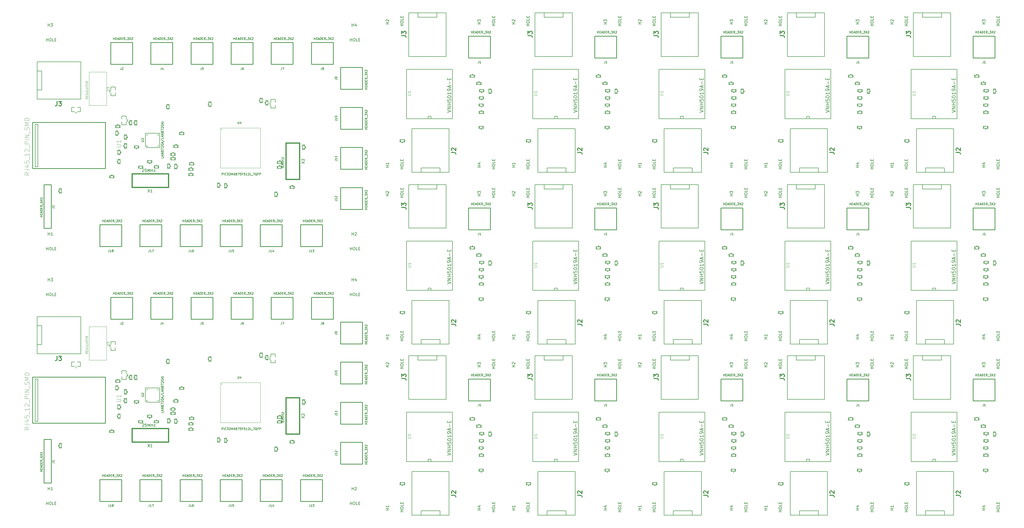
<source format=gto>
G04 (created by PCBNEW (2013-08-24 BZR 4298)-stable) date Tue 18 Feb 2014 09:28:51 PM PST*
%MOIN*%
G04 Gerber Fmt 3.4, Leading zero omitted, Abs format*
%FSLAX34Y34*%
G01*
G70*
G90*
G04 APERTURE LIST*
%ADD10C,0.005906*%
%ADD11C,0.005000*%
%ADD12C,0.007900*%
%ADD13C,0.008000*%
%ADD14C,0.010000*%
%ADD15C,0.015000*%
%ADD16C,0.003900*%
%ADD17C,0.005900*%
%ADD18C,0.012000*%
%ADD19C,0.003937*%
%ADD20C,0.007500*%
%ADD21C,0.001600*%
%ADD22C,0.003700*%
%ADD23C,0.007874*%
G04 APERTURE END LIST*
G54D10*
G54D11*
X144507Y-14133D02*
X144507Y-14744D01*
X144507Y-14744D02*
X147106Y-14744D01*
X147106Y-14744D02*
X147106Y-14143D01*
G54D12*
X143247Y-20117D02*
X143247Y-14133D01*
X143247Y-14133D02*
X148367Y-14133D01*
X148367Y-14133D02*
X148367Y-20117D01*
X148367Y-20117D02*
X143247Y-20117D01*
G54D11*
X147515Y-36062D02*
X147515Y-35452D01*
X147515Y-35452D02*
X144917Y-35452D01*
X144917Y-35452D02*
X144917Y-36053D01*
G54D12*
X148776Y-30078D02*
X148776Y-36062D01*
X148776Y-36062D02*
X143656Y-36062D01*
X143656Y-36062D02*
X143656Y-30078D01*
X143656Y-30078D02*
X148776Y-30078D01*
G54D13*
X149240Y-28685D02*
X142940Y-28685D01*
X142940Y-21913D02*
X149240Y-21913D01*
X142940Y-28685D02*
X142940Y-21913D01*
X149240Y-21913D02*
X149240Y-28685D01*
X145900Y-28669D02*
X145900Y-28369D01*
X145900Y-28369D02*
X146300Y-28369D01*
X146300Y-28369D02*
X146300Y-28669D01*
G54D14*
X154437Y-17326D02*
X151437Y-17326D01*
X154437Y-17326D02*
X154437Y-20326D01*
X154437Y-20326D02*
X151437Y-20326D01*
X151437Y-20326D02*
X151437Y-17326D01*
G54D11*
X142142Y-31564D02*
X142142Y-31884D01*
X142582Y-31874D02*
X142582Y-31564D01*
X142682Y-31884D02*
X142042Y-31884D01*
X142042Y-31884D02*
X142042Y-31564D01*
X142042Y-31564D02*
X142682Y-31564D01*
X142682Y-31564D02*
X142682Y-31884D01*
X154229Y-25141D02*
X154549Y-25141D01*
X154539Y-24701D02*
X154229Y-24701D01*
X154549Y-24601D02*
X154549Y-25241D01*
X154549Y-25241D02*
X154229Y-25241D01*
X154229Y-25241D02*
X154229Y-24601D01*
X154229Y-24601D02*
X154549Y-24601D01*
X153424Y-27986D02*
X153424Y-27666D01*
X152984Y-27676D02*
X152984Y-27986D01*
X152884Y-27666D02*
X153524Y-27666D01*
X153524Y-27666D02*
X153524Y-27986D01*
X153524Y-27986D02*
X152884Y-27986D01*
X152884Y-27986D02*
X152884Y-27666D01*
X153086Y-24002D02*
X153086Y-23682D01*
X152646Y-23692D02*
X152646Y-24002D01*
X152546Y-23682D02*
X153186Y-23682D01*
X153186Y-23682D02*
X153186Y-24002D01*
X153186Y-24002D02*
X152546Y-24002D01*
X152546Y-24002D02*
X152546Y-23682D01*
X152949Y-29725D02*
X152949Y-30045D01*
X153389Y-30035D02*
X153389Y-29725D01*
X153489Y-30045D02*
X152849Y-30045D01*
X152849Y-30045D02*
X152849Y-29725D01*
X152849Y-29725D02*
X153489Y-29725D01*
X153489Y-29725D02*
X153489Y-30045D01*
X152972Y-26654D02*
X152972Y-26974D01*
X153412Y-26964D02*
X153412Y-26654D01*
X153512Y-26974D02*
X152872Y-26974D01*
X152872Y-26974D02*
X152872Y-26654D01*
X152872Y-26654D02*
X153512Y-26654D01*
X153512Y-26654D02*
X153512Y-26974D01*
X152184Y-23002D02*
X152184Y-22682D01*
X151744Y-22692D02*
X151744Y-23002D01*
X151644Y-22682D02*
X152284Y-22682D01*
X152284Y-22682D02*
X152284Y-23002D01*
X152284Y-23002D02*
X151644Y-23002D01*
X151644Y-23002D02*
X151644Y-22682D01*
X153016Y-24666D02*
X153016Y-24986D01*
X153456Y-24976D02*
X153456Y-24666D01*
X153556Y-24986D02*
X152916Y-24986D01*
X152916Y-24986D02*
X152916Y-24666D01*
X152916Y-24666D02*
X153556Y-24666D01*
X153556Y-24666D02*
X153556Y-24986D01*
X153004Y-25670D02*
X153004Y-25990D01*
X153444Y-25980D02*
X153444Y-25670D01*
X153544Y-25990D02*
X152904Y-25990D01*
X152904Y-25990D02*
X152904Y-25670D01*
X152904Y-25670D02*
X153544Y-25670D01*
X153544Y-25670D02*
X153544Y-25990D01*
X153004Y-25670D02*
X153004Y-25990D01*
X153444Y-25980D02*
X153444Y-25670D01*
X153544Y-25990D02*
X152904Y-25990D01*
X152904Y-25990D02*
X152904Y-25670D01*
X152904Y-25670D02*
X153544Y-25670D01*
X153544Y-25670D02*
X153544Y-25990D01*
X153016Y-24666D02*
X153016Y-24986D01*
X153456Y-24976D02*
X153456Y-24666D01*
X153556Y-24986D02*
X152916Y-24986D01*
X152916Y-24986D02*
X152916Y-24666D01*
X152916Y-24666D02*
X153556Y-24666D01*
X153556Y-24666D02*
X153556Y-24986D01*
X152184Y-23002D02*
X152184Y-22682D01*
X151744Y-22692D02*
X151744Y-23002D01*
X151644Y-22682D02*
X152284Y-22682D01*
X152284Y-22682D02*
X152284Y-23002D01*
X152284Y-23002D02*
X151644Y-23002D01*
X151644Y-23002D02*
X151644Y-22682D01*
X152972Y-26654D02*
X152972Y-26974D01*
X153412Y-26964D02*
X153412Y-26654D01*
X153512Y-26974D02*
X152872Y-26974D01*
X152872Y-26974D02*
X152872Y-26654D01*
X152872Y-26654D02*
X153512Y-26654D01*
X153512Y-26654D02*
X153512Y-26974D01*
X152949Y-29725D02*
X152949Y-30045D01*
X153389Y-30035D02*
X153389Y-29725D01*
X153489Y-30045D02*
X152849Y-30045D01*
X152849Y-30045D02*
X152849Y-29725D01*
X152849Y-29725D02*
X153489Y-29725D01*
X153489Y-29725D02*
X153489Y-30045D01*
X153086Y-24002D02*
X153086Y-23682D01*
X152646Y-23692D02*
X152646Y-24002D01*
X152546Y-23682D02*
X153186Y-23682D01*
X153186Y-23682D02*
X153186Y-24002D01*
X153186Y-24002D02*
X152546Y-24002D01*
X152546Y-24002D02*
X152546Y-23682D01*
X153424Y-27986D02*
X153424Y-27666D01*
X152984Y-27676D02*
X152984Y-27986D01*
X152884Y-27666D02*
X153524Y-27666D01*
X153524Y-27666D02*
X153524Y-27986D01*
X153524Y-27986D02*
X152884Y-27986D01*
X152884Y-27986D02*
X152884Y-27666D01*
X154229Y-25141D02*
X154549Y-25141D01*
X154539Y-24701D02*
X154229Y-24701D01*
X154549Y-24601D02*
X154549Y-25241D01*
X154549Y-25241D02*
X154229Y-25241D01*
X154229Y-25241D02*
X154229Y-24601D01*
X154229Y-24601D02*
X154549Y-24601D01*
X142142Y-31564D02*
X142142Y-31884D01*
X142582Y-31874D02*
X142582Y-31564D01*
X142682Y-31884D02*
X142042Y-31884D01*
X142042Y-31884D02*
X142042Y-31564D01*
X142042Y-31564D02*
X142682Y-31564D01*
X142682Y-31564D02*
X142682Y-31884D01*
G54D14*
X154437Y-17326D02*
X151437Y-17326D01*
X154437Y-17326D02*
X154437Y-20326D01*
X154437Y-20326D02*
X151437Y-20326D01*
X151437Y-20326D02*
X151437Y-17326D01*
G54D13*
X149240Y-28685D02*
X142940Y-28685D01*
X142940Y-21913D02*
X149240Y-21913D01*
X142940Y-28685D02*
X142940Y-21913D01*
X149240Y-21913D02*
X149240Y-28685D01*
X145900Y-28669D02*
X145900Y-28369D01*
X145900Y-28369D02*
X146300Y-28369D01*
X146300Y-28369D02*
X146300Y-28669D01*
G54D11*
X147515Y-36062D02*
X147515Y-35452D01*
X147515Y-35452D02*
X144917Y-35452D01*
X144917Y-35452D02*
X144917Y-36053D01*
G54D12*
X148776Y-30078D02*
X148776Y-36062D01*
X148776Y-36062D02*
X143656Y-36062D01*
X143656Y-36062D02*
X143656Y-30078D01*
X143656Y-30078D02*
X148776Y-30078D01*
G54D11*
X144507Y-14133D02*
X144507Y-14744D01*
X144507Y-14744D02*
X147106Y-14744D01*
X147106Y-14744D02*
X147106Y-14143D01*
G54D12*
X143247Y-20117D02*
X143247Y-14133D01*
X143247Y-14133D02*
X148367Y-14133D01*
X148367Y-14133D02*
X148367Y-20117D01*
X148367Y-20117D02*
X143247Y-20117D01*
G54D11*
X144507Y-37755D02*
X144507Y-38366D01*
X144507Y-38366D02*
X147106Y-38366D01*
X147106Y-38366D02*
X147106Y-37765D01*
G54D12*
X143247Y-43740D02*
X143247Y-37756D01*
X143247Y-37756D02*
X148367Y-37756D01*
X148367Y-37756D02*
X148367Y-43740D01*
X148367Y-43740D02*
X143247Y-43740D01*
G54D11*
X147515Y-59685D02*
X147515Y-59074D01*
X147515Y-59074D02*
X144917Y-59074D01*
X144917Y-59074D02*
X144917Y-59675D01*
G54D12*
X148776Y-53700D02*
X148776Y-59684D01*
X148776Y-59684D02*
X143656Y-59684D01*
X143656Y-59684D02*
X143656Y-53700D01*
X143656Y-53700D02*
X148776Y-53700D01*
G54D13*
X149240Y-52307D02*
X142940Y-52307D01*
X142940Y-45535D02*
X149240Y-45535D01*
X142940Y-52307D02*
X142940Y-45535D01*
X149240Y-45535D02*
X149240Y-52307D01*
X145900Y-52291D02*
X145900Y-51991D01*
X145900Y-51991D02*
X146300Y-51991D01*
X146300Y-51991D02*
X146300Y-52291D01*
G54D14*
X154437Y-40948D02*
X151437Y-40948D01*
X154437Y-40948D02*
X154437Y-43948D01*
X154437Y-43948D02*
X151437Y-43948D01*
X151437Y-43948D02*
X151437Y-40948D01*
G54D11*
X142142Y-55186D02*
X142142Y-55506D01*
X142582Y-55496D02*
X142582Y-55186D01*
X142682Y-55506D02*
X142042Y-55506D01*
X142042Y-55506D02*
X142042Y-55186D01*
X142042Y-55186D02*
X142682Y-55186D01*
X142682Y-55186D02*
X142682Y-55506D01*
X154229Y-48763D02*
X154549Y-48763D01*
X154539Y-48323D02*
X154229Y-48323D01*
X154549Y-48223D02*
X154549Y-48863D01*
X154549Y-48863D02*
X154229Y-48863D01*
X154229Y-48863D02*
X154229Y-48223D01*
X154229Y-48223D02*
X154549Y-48223D01*
X153424Y-51608D02*
X153424Y-51288D01*
X152984Y-51298D02*
X152984Y-51608D01*
X152884Y-51288D02*
X153524Y-51288D01*
X153524Y-51288D02*
X153524Y-51608D01*
X153524Y-51608D02*
X152884Y-51608D01*
X152884Y-51608D02*
X152884Y-51288D01*
X153086Y-47624D02*
X153086Y-47304D01*
X152646Y-47314D02*
X152646Y-47624D01*
X152546Y-47304D02*
X153186Y-47304D01*
X153186Y-47304D02*
X153186Y-47624D01*
X153186Y-47624D02*
X152546Y-47624D01*
X152546Y-47624D02*
X152546Y-47304D01*
X152949Y-53347D02*
X152949Y-53667D01*
X153389Y-53657D02*
X153389Y-53347D01*
X153489Y-53667D02*
X152849Y-53667D01*
X152849Y-53667D02*
X152849Y-53347D01*
X152849Y-53347D02*
X153489Y-53347D01*
X153489Y-53347D02*
X153489Y-53667D01*
X152972Y-50277D02*
X152972Y-50597D01*
X153412Y-50587D02*
X153412Y-50277D01*
X153512Y-50597D02*
X152872Y-50597D01*
X152872Y-50597D02*
X152872Y-50277D01*
X152872Y-50277D02*
X153512Y-50277D01*
X153512Y-50277D02*
X153512Y-50597D01*
X152184Y-46624D02*
X152184Y-46304D01*
X151744Y-46314D02*
X151744Y-46624D01*
X151644Y-46304D02*
X152284Y-46304D01*
X152284Y-46304D02*
X152284Y-46624D01*
X152284Y-46624D02*
X151644Y-46624D01*
X151644Y-46624D02*
X151644Y-46304D01*
X153016Y-48288D02*
X153016Y-48608D01*
X153456Y-48598D02*
X153456Y-48288D01*
X153556Y-48608D02*
X152916Y-48608D01*
X152916Y-48608D02*
X152916Y-48288D01*
X152916Y-48288D02*
X153556Y-48288D01*
X153556Y-48288D02*
X153556Y-48608D01*
X153004Y-49292D02*
X153004Y-49612D01*
X153444Y-49602D02*
X153444Y-49292D01*
X153544Y-49612D02*
X152904Y-49612D01*
X152904Y-49612D02*
X152904Y-49292D01*
X152904Y-49292D02*
X153544Y-49292D01*
X153544Y-49292D02*
X153544Y-49612D01*
X153004Y-49292D02*
X153004Y-49612D01*
X153444Y-49602D02*
X153444Y-49292D01*
X153544Y-49612D02*
X152904Y-49612D01*
X152904Y-49612D02*
X152904Y-49292D01*
X152904Y-49292D02*
X153544Y-49292D01*
X153544Y-49292D02*
X153544Y-49612D01*
X153016Y-48288D02*
X153016Y-48608D01*
X153456Y-48598D02*
X153456Y-48288D01*
X153556Y-48608D02*
X152916Y-48608D01*
X152916Y-48608D02*
X152916Y-48288D01*
X152916Y-48288D02*
X153556Y-48288D01*
X153556Y-48288D02*
X153556Y-48608D01*
X152184Y-46624D02*
X152184Y-46304D01*
X151744Y-46314D02*
X151744Y-46624D01*
X151644Y-46304D02*
X152284Y-46304D01*
X152284Y-46304D02*
X152284Y-46624D01*
X152284Y-46624D02*
X151644Y-46624D01*
X151644Y-46624D02*
X151644Y-46304D01*
X152972Y-50277D02*
X152972Y-50597D01*
X153412Y-50587D02*
X153412Y-50277D01*
X153512Y-50597D02*
X152872Y-50597D01*
X152872Y-50597D02*
X152872Y-50277D01*
X152872Y-50277D02*
X153512Y-50277D01*
X153512Y-50277D02*
X153512Y-50597D01*
X152949Y-53347D02*
X152949Y-53667D01*
X153389Y-53657D02*
X153389Y-53347D01*
X153489Y-53667D02*
X152849Y-53667D01*
X152849Y-53667D02*
X152849Y-53347D01*
X152849Y-53347D02*
X153489Y-53347D01*
X153489Y-53347D02*
X153489Y-53667D01*
X153086Y-47624D02*
X153086Y-47304D01*
X152646Y-47314D02*
X152646Y-47624D01*
X152546Y-47304D02*
X153186Y-47304D01*
X153186Y-47304D02*
X153186Y-47624D01*
X153186Y-47624D02*
X152546Y-47624D01*
X152546Y-47624D02*
X152546Y-47304D01*
X153424Y-51608D02*
X153424Y-51288D01*
X152984Y-51298D02*
X152984Y-51608D01*
X152884Y-51288D02*
X153524Y-51288D01*
X153524Y-51288D02*
X153524Y-51608D01*
X153524Y-51608D02*
X152884Y-51608D01*
X152884Y-51608D02*
X152884Y-51288D01*
X154229Y-48763D02*
X154549Y-48763D01*
X154539Y-48323D02*
X154229Y-48323D01*
X154549Y-48223D02*
X154549Y-48863D01*
X154549Y-48863D02*
X154229Y-48863D01*
X154229Y-48863D02*
X154229Y-48223D01*
X154229Y-48223D02*
X154549Y-48223D01*
X142142Y-55186D02*
X142142Y-55506D01*
X142582Y-55496D02*
X142582Y-55186D01*
X142682Y-55506D02*
X142042Y-55506D01*
X142042Y-55506D02*
X142042Y-55186D01*
X142042Y-55186D02*
X142682Y-55186D01*
X142682Y-55186D02*
X142682Y-55506D01*
G54D14*
X154437Y-40948D02*
X151437Y-40948D01*
X154437Y-40948D02*
X154437Y-43948D01*
X154437Y-43948D02*
X151437Y-43948D01*
X151437Y-43948D02*
X151437Y-40948D01*
G54D13*
X149240Y-52307D02*
X142940Y-52307D01*
X142940Y-45535D02*
X149240Y-45535D01*
X142940Y-52307D02*
X142940Y-45535D01*
X149240Y-45535D02*
X149240Y-52307D01*
X145900Y-52291D02*
X145900Y-51991D01*
X145900Y-51991D02*
X146300Y-51991D01*
X146300Y-51991D02*
X146300Y-52291D01*
G54D11*
X147515Y-59685D02*
X147515Y-59074D01*
X147515Y-59074D02*
X144917Y-59074D01*
X144917Y-59074D02*
X144917Y-59675D01*
G54D12*
X148776Y-53700D02*
X148776Y-59684D01*
X148776Y-59684D02*
X143656Y-59684D01*
X143656Y-59684D02*
X143656Y-53700D01*
X143656Y-53700D02*
X148776Y-53700D01*
G54D11*
X144507Y-37755D02*
X144507Y-38366D01*
X144507Y-38366D02*
X147106Y-38366D01*
X147106Y-38366D02*
X147106Y-37765D01*
G54D12*
X143247Y-43740D02*
X143247Y-37756D01*
X143247Y-37756D02*
X148367Y-37756D01*
X148367Y-37756D02*
X148367Y-43740D01*
X148367Y-43740D02*
X143247Y-43740D01*
G54D11*
X144507Y-61299D02*
X144507Y-61909D01*
X144507Y-61909D02*
X147106Y-61909D01*
X147106Y-61909D02*
X147106Y-61309D01*
G54D12*
X143247Y-67283D02*
X143247Y-61299D01*
X143247Y-61299D02*
X148367Y-61299D01*
X148367Y-61299D02*
X148367Y-67283D01*
X148367Y-67283D02*
X143247Y-67283D01*
G54D11*
X147515Y-83228D02*
X147515Y-82618D01*
X147515Y-82618D02*
X144917Y-82618D01*
X144917Y-82618D02*
X144917Y-83218D01*
G54D12*
X148776Y-77244D02*
X148776Y-83228D01*
X148776Y-83228D02*
X143656Y-83228D01*
X143656Y-83228D02*
X143656Y-77244D01*
X143656Y-77244D02*
X148776Y-77244D01*
G54D13*
X149240Y-75850D02*
X142940Y-75850D01*
X142940Y-69078D02*
X149240Y-69078D01*
X142940Y-75850D02*
X142940Y-69078D01*
X149240Y-69078D02*
X149240Y-75850D01*
X145900Y-75835D02*
X145900Y-75535D01*
X145900Y-75535D02*
X146300Y-75535D01*
X146300Y-75535D02*
X146300Y-75835D01*
G54D14*
X154437Y-64492D02*
X151437Y-64492D01*
X154437Y-64492D02*
X154437Y-67492D01*
X154437Y-67492D02*
X151437Y-67492D01*
X151437Y-67492D02*
X151437Y-64492D01*
G54D11*
X142142Y-78729D02*
X142142Y-79049D01*
X142582Y-79039D02*
X142582Y-78729D01*
X142682Y-79049D02*
X142042Y-79049D01*
X142042Y-79049D02*
X142042Y-78729D01*
X142042Y-78729D02*
X142682Y-78729D01*
X142682Y-78729D02*
X142682Y-79049D01*
X154229Y-72306D02*
X154549Y-72306D01*
X154539Y-71866D02*
X154229Y-71866D01*
X154549Y-71766D02*
X154549Y-72406D01*
X154549Y-72406D02*
X154229Y-72406D01*
X154229Y-72406D02*
X154229Y-71766D01*
X154229Y-71766D02*
X154549Y-71766D01*
X153424Y-75152D02*
X153424Y-74832D01*
X152984Y-74842D02*
X152984Y-75152D01*
X152884Y-74832D02*
X153524Y-74832D01*
X153524Y-74832D02*
X153524Y-75152D01*
X153524Y-75152D02*
X152884Y-75152D01*
X152884Y-75152D02*
X152884Y-74832D01*
X153086Y-71167D02*
X153086Y-70847D01*
X152646Y-70857D02*
X152646Y-71167D01*
X152546Y-70847D02*
X153186Y-70847D01*
X153186Y-70847D02*
X153186Y-71167D01*
X153186Y-71167D02*
X152546Y-71167D01*
X152546Y-71167D02*
X152546Y-70847D01*
X152949Y-76891D02*
X152949Y-77211D01*
X153389Y-77201D02*
X153389Y-76891D01*
X153489Y-77211D02*
X152849Y-77211D01*
X152849Y-77211D02*
X152849Y-76891D01*
X152849Y-76891D02*
X153489Y-76891D01*
X153489Y-76891D02*
X153489Y-77211D01*
X152972Y-73820D02*
X152972Y-74140D01*
X153412Y-74130D02*
X153412Y-73820D01*
X153512Y-74140D02*
X152872Y-74140D01*
X152872Y-74140D02*
X152872Y-73820D01*
X152872Y-73820D02*
X153512Y-73820D01*
X153512Y-73820D02*
X153512Y-74140D01*
X152184Y-70167D02*
X152184Y-69847D01*
X151744Y-69857D02*
X151744Y-70167D01*
X151644Y-69847D02*
X152284Y-69847D01*
X152284Y-69847D02*
X152284Y-70167D01*
X152284Y-70167D02*
X151644Y-70167D01*
X151644Y-70167D02*
X151644Y-69847D01*
X153016Y-71832D02*
X153016Y-72152D01*
X153456Y-72142D02*
X153456Y-71832D01*
X153556Y-72152D02*
X152916Y-72152D01*
X152916Y-72152D02*
X152916Y-71832D01*
X152916Y-71832D02*
X153556Y-71832D01*
X153556Y-71832D02*
X153556Y-72152D01*
X153004Y-72836D02*
X153004Y-73156D01*
X153444Y-73146D02*
X153444Y-72836D01*
X153544Y-73156D02*
X152904Y-73156D01*
X152904Y-73156D02*
X152904Y-72836D01*
X152904Y-72836D02*
X153544Y-72836D01*
X153544Y-72836D02*
X153544Y-73156D01*
X153004Y-72836D02*
X153004Y-73156D01*
X153444Y-73146D02*
X153444Y-72836D01*
X153544Y-73156D02*
X152904Y-73156D01*
X152904Y-73156D02*
X152904Y-72836D01*
X152904Y-72836D02*
X153544Y-72836D01*
X153544Y-72836D02*
X153544Y-73156D01*
X153016Y-71832D02*
X153016Y-72152D01*
X153456Y-72142D02*
X153456Y-71832D01*
X153556Y-72152D02*
X152916Y-72152D01*
X152916Y-72152D02*
X152916Y-71832D01*
X152916Y-71832D02*
X153556Y-71832D01*
X153556Y-71832D02*
X153556Y-72152D01*
X152184Y-70167D02*
X152184Y-69847D01*
X151744Y-69857D02*
X151744Y-70167D01*
X151644Y-69847D02*
X152284Y-69847D01*
X152284Y-69847D02*
X152284Y-70167D01*
X152284Y-70167D02*
X151644Y-70167D01*
X151644Y-70167D02*
X151644Y-69847D01*
X152972Y-73820D02*
X152972Y-74140D01*
X153412Y-74130D02*
X153412Y-73820D01*
X153512Y-74140D02*
X152872Y-74140D01*
X152872Y-74140D02*
X152872Y-73820D01*
X152872Y-73820D02*
X153512Y-73820D01*
X153512Y-73820D02*
X153512Y-74140D01*
X152949Y-76891D02*
X152949Y-77211D01*
X153389Y-77201D02*
X153389Y-76891D01*
X153489Y-77211D02*
X152849Y-77211D01*
X152849Y-77211D02*
X152849Y-76891D01*
X152849Y-76891D02*
X153489Y-76891D01*
X153489Y-76891D02*
X153489Y-77211D01*
X153086Y-71167D02*
X153086Y-70847D01*
X152646Y-70857D02*
X152646Y-71167D01*
X152546Y-70847D02*
X153186Y-70847D01*
X153186Y-70847D02*
X153186Y-71167D01*
X153186Y-71167D02*
X152546Y-71167D01*
X152546Y-71167D02*
X152546Y-70847D01*
X153424Y-75152D02*
X153424Y-74832D01*
X152984Y-74842D02*
X152984Y-75152D01*
X152884Y-74832D02*
X153524Y-74832D01*
X153524Y-74832D02*
X153524Y-75152D01*
X153524Y-75152D02*
X152884Y-75152D01*
X152884Y-75152D02*
X152884Y-74832D01*
X154229Y-72306D02*
X154549Y-72306D01*
X154539Y-71866D02*
X154229Y-71866D01*
X154549Y-71766D02*
X154549Y-72406D01*
X154549Y-72406D02*
X154229Y-72406D01*
X154229Y-72406D02*
X154229Y-71766D01*
X154229Y-71766D02*
X154549Y-71766D01*
X142142Y-78729D02*
X142142Y-79049D01*
X142582Y-79039D02*
X142582Y-78729D01*
X142682Y-79049D02*
X142042Y-79049D01*
X142042Y-79049D02*
X142042Y-78729D01*
X142042Y-78729D02*
X142682Y-78729D01*
X142682Y-78729D02*
X142682Y-79049D01*
G54D14*
X154437Y-64492D02*
X151437Y-64492D01*
X154437Y-64492D02*
X154437Y-67492D01*
X154437Y-67492D02*
X151437Y-67492D01*
X151437Y-67492D02*
X151437Y-64492D01*
G54D13*
X149240Y-75850D02*
X142940Y-75850D01*
X142940Y-69078D02*
X149240Y-69078D01*
X142940Y-75850D02*
X142940Y-69078D01*
X149240Y-69078D02*
X149240Y-75850D01*
X145900Y-75835D02*
X145900Y-75535D01*
X145900Y-75535D02*
X146300Y-75535D01*
X146300Y-75535D02*
X146300Y-75835D01*
G54D11*
X147515Y-83228D02*
X147515Y-82618D01*
X147515Y-82618D02*
X144917Y-82618D01*
X144917Y-82618D02*
X144917Y-83218D01*
G54D12*
X148776Y-77244D02*
X148776Y-83228D01*
X148776Y-83228D02*
X143656Y-83228D01*
X143656Y-83228D02*
X143656Y-77244D01*
X143656Y-77244D02*
X148776Y-77244D01*
G54D11*
X144507Y-61299D02*
X144507Y-61909D01*
X144507Y-61909D02*
X147106Y-61909D01*
X147106Y-61909D02*
X147106Y-61309D01*
G54D12*
X143247Y-67283D02*
X143247Y-61299D01*
X143247Y-61299D02*
X148367Y-61299D01*
X148367Y-61299D02*
X148367Y-67283D01*
X148367Y-67283D02*
X143247Y-67283D01*
G54D11*
X109862Y-14133D02*
X109862Y-14744D01*
X109862Y-14744D02*
X112460Y-14744D01*
X112460Y-14744D02*
X112460Y-14143D01*
G54D12*
X108601Y-20117D02*
X108601Y-14133D01*
X108601Y-14133D02*
X113721Y-14133D01*
X113721Y-14133D02*
X113721Y-20117D01*
X113721Y-20117D02*
X108601Y-20117D01*
G54D11*
X112870Y-36062D02*
X112870Y-35452D01*
X112870Y-35452D02*
X110271Y-35452D01*
X110271Y-35452D02*
X110271Y-36053D01*
G54D12*
X114130Y-30078D02*
X114130Y-36062D01*
X114130Y-36062D02*
X109010Y-36062D01*
X109010Y-36062D02*
X109010Y-30078D01*
X109010Y-30078D02*
X114130Y-30078D01*
G54D13*
X114594Y-28685D02*
X108295Y-28685D01*
X108295Y-21913D02*
X114594Y-21913D01*
X108295Y-28685D02*
X108295Y-21913D01*
X114594Y-21913D02*
X114594Y-28685D01*
X111254Y-28669D02*
X111254Y-28369D01*
X111254Y-28369D02*
X111654Y-28369D01*
X111654Y-28369D02*
X111654Y-28669D01*
G54D14*
X119791Y-17326D02*
X116791Y-17326D01*
X119791Y-17326D02*
X119791Y-20326D01*
X119791Y-20326D02*
X116791Y-20326D01*
X116791Y-20326D02*
X116791Y-17326D01*
G54D11*
X107496Y-31564D02*
X107496Y-31884D01*
X107936Y-31874D02*
X107936Y-31564D01*
X108036Y-31884D02*
X107396Y-31884D01*
X107396Y-31884D02*
X107396Y-31564D01*
X107396Y-31564D02*
X108036Y-31564D01*
X108036Y-31564D02*
X108036Y-31884D01*
X119584Y-25141D02*
X119904Y-25141D01*
X119894Y-24701D02*
X119584Y-24701D01*
X119904Y-24601D02*
X119904Y-25241D01*
X119904Y-25241D02*
X119584Y-25241D01*
X119584Y-25241D02*
X119584Y-24601D01*
X119584Y-24601D02*
X119904Y-24601D01*
X118779Y-27986D02*
X118779Y-27666D01*
X118339Y-27676D02*
X118339Y-27986D01*
X118239Y-27666D02*
X118879Y-27666D01*
X118879Y-27666D02*
X118879Y-27986D01*
X118879Y-27986D02*
X118239Y-27986D01*
X118239Y-27986D02*
X118239Y-27666D01*
X118440Y-24002D02*
X118440Y-23682D01*
X118000Y-23692D02*
X118000Y-24002D01*
X117900Y-23682D02*
X118540Y-23682D01*
X118540Y-23682D02*
X118540Y-24002D01*
X118540Y-24002D02*
X117900Y-24002D01*
X117900Y-24002D02*
X117900Y-23682D01*
X118303Y-29725D02*
X118303Y-30045D01*
X118743Y-30035D02*
X118743Y-29725D01*
X118843Y-30045D02*
X118203Y-30045D01*
X118203Y-30045D02*
X118203Y-29725D01*
X118203Y-29725D02*
X118843Y-29725D01*
X118843Y-29725D02*
X118843Y-30045D01*
X118327Y-26654D02*
X118327Y-26974D01*
X118767Y-26964D02*
X118767Y-26654D01*
X118867Y-26974D02*
X118227Y-26974D01*
X118227Y-26974D02*
X118227Y-26654D01*
X118227Y-26654D02*
X118867Y-26654D01*
X118867Y-26654D02*
X118867Y-26974D01*
X117538Y-23002D02*
X117538Y-22682D01*
X117098Y-22692D02*
X117098Y-23002D01*
X116998Y-22682D02*
X117638Y-22682D01*
X117638Y-22682D02*
X117638Y-23002D01*
X117638Y-23002D02*
X116998Y-23002D01*
X116998Y-23002D02*
X116998Y-22682D01*
X118370Y-24666D02*
X118370Y-24986D01*
X118810Y-24976D02*
X118810Y-24666D01*
X118910Y-24986D02*
X118270Y-24986D01*
X118270Y-24986D02*
X118270Y-24666D01*
X118270Y-24666D02*
X118910Y-24666D01*
X118910Y-24666D02*
X118910Y-24986D01*
X118358Y-25670D02*
X118358Y-25990D01*
X118798Y-25980D02*
X118798Y-25670D01*
X118898Y-25990D02*
X118258Y-25990D01*
X118258Y-25990D02*
X118258Y-25670D01*
X118258Y-25670D02*
X118898Y-25670D01*
X118898Y-25670D02*
X118898Y-25990D01*
X118358Y-25670D02*
X118358Y-25990D01*
X118798Y-25980D02*
X118798Y-25670D01*
X118898Y-25990D02*
X118258Y-25990D01*
X118258Y-25990D02*
X118258Y-25670D01*
X118258Y-25670D02*
X118898Y-25670D01*
X118898Y-25670D02*
X118898Y-25990D01*
X118370Y-24666D02*
X118370Y-24986D01*
X118810Y-24976D02*
X118810Y-24666D01*
X118910Y-24986D02*
X118270Y-24986D01*
X118270Y-24986D02*
X118270Y-24666D01*
X118270Y-24666D02*
X118910Y-24666D01*
X118910Y-24666D02*
X118910Y-24986D01*
X117538Y-23002D02*
X117538Y-22682D01*
X117098Y-22692D02*
X117098Y-23002D01*
X116998Y-22682D02*
X117638Y-22682D01*
X117638Y-22682D02*
X117638Y-23002D01*
X117638Y-23002D02*
X116998Y-23002D01*
X116998Y-23002D02*
X116998Y-22682D01*
X118327Y-26654D02*
X118327Y-26974D01*
X118767Y-26964D02*
X118767Y-26654D01*
X118867Y-26974D02*
X118227Y-26974D01*
X118227Y-26974D02*
X118227Y-26654D01*
X118227Y-26654D02*
X118867Y-26654D01*
X118867Y-26654D02*
X118867Y-26974D01*
X118303Y-29725D02*
X118303Y-30045D01*
X118743Y-30035D02*
X118743Y-29725D01*
X118843Y-30045D02*
X118203Y-30045D01*
X118203Y-30045D02*
X118203Y-29725D01*
X118203Y-29725D02*
X118843Y-29725D01*
X118843Y-29725D02*
X118843Y-30045D01*
X118440Y-24002D02*
X118440Y-23682D01*
X118000Y-23692D02*
X118000Y-24002D01*
X117900Y-23682D02*
X118540Y-23682D01*
X118540Y-23682D02*
X118540Y-24002D01*
X118540Y-24002D02*
X117900Y-24002D01*
X117900Y-24002D02*
X117900Y-23682D01*
X118779Y-27986D02*
X118779Y-27666D01*
X118339Y-27676D02*
X118339Y-27986D01*
X118239Y-27666D02*
X118879Y-27666D01*
X118879Y-27666D02*
X118879Y-27986D01*
X118879Y-27986D02*
X118239Y-27986D01*
X118239Y-27986D02*
X118239Y-27666D01*
X119584Y-25141D02*
X119904Y-25141D01*
X119894Y-24701D02*
X119584Y-24701D01*
X119904Y-24601D02*
X119904Y-25241D01*
X119904Y-25241D02*
X119584Y-25241D01*
X119584Y-25241D02*
X119584Y-24601D01*
X119584Y-24601D02*
X119904Y-24601D01*
X107496Y-31564D02*
X107496Y-31884D01*
X107936Y-31874D02*
X107936Y-31564D01*
X108036Y-31884D02*
X107396Y-31884D01*
X107396Y-31884D02*
X107396Y-31564D01*
X107396Y-31564D02*
X108036Y-31564D01*
X108036Y-31564D02*
X108036Y-31884D01*
G54D14*
X119791Y-17326D02*
X116791Y-17326D01*
X119791Y-17326D02*
X119791Y-20326D01*
X119791Y-20326D02*
X116791Y-20326D01*
X116791Y-20326D02*
X116791Y-17326D01*
G54D13*
X114594Y-28685D02*
X108295Y-28685D01*
X108295Y-21913D02*
X114594Y-21913D01*
X108295Y-28685D02*
X108295Y-21913D01*
X114594Y-21913D02*
X114594Y-28685D01*
X111254Y-28669D02*
X111254Y-28369D01*
X111254Y-28369D02*
X111654Y-28369D01*
X111654Y-28369D02*
X111654Y-28669D01*
G54D11*
X112870Y-36062D02*
X112870Y-35452D01*
X112870Y-35452D02*
X110271Y-35452D01*
X110271Y-35452D02*
X110271Y-36053D01*
G54D12*
X114130Y-30078D02*
X114130Y-36062D01*
X114130Y-36062D02*
X109010Y-36062D01*
X109010Y-36062D02*
X109010Y-30078D01*
X109010Y-30078D02*
X114130Y-30078D01*
G54D11*
X109862Y-14133D02*
X109862Y-14744D01*
X109862Y-14744D02*
X112460Y-14744D01*
X112460Y-14744D02*
X112460Y-14143D01*
G54D12*
X108601Y-20117D02*
X108601Y-14133D01*
X108601Y-14133D02*
X113721Y-14133D01*
X113721Y-14133D02*
X113721Y-20117D01*
X113721Y-20117D02*
X108601Y-20117D01*
G54D11*
X109862Y-37755D02*
X109862Y-38366D01*
X109862Y-38366D02*
X112460Y-38366D01*
X112460Y-38366D02*
X112460Y-37765D01*
G54D12*
X108601Y-43740D02*
X108601Y-37756D01*
X108601Y-37756D02*
X113721Y-37756D01*
X113721Y-37756D02*
X113721Y-43740D01*
X113721Y-43740D02*
X108601Y-43740D01*
G54D11*
X112870Y-59685D02*
X112870Y-59074D01*
X112870Y-59074D02*
X110271Y-59074D01*
X110271Y-59074D02*
X110271Y-59675D01*
G54D12*
X114130Y-53700D02*
X114130Y-59684D01*
X114130Y-59684D02*
X109010Y-59684D01*
X109010Y-59684D02*
X109010Y-53700D01*
X109010Y-53700D02*
X114130Y-53700D01*
G54D13*
X114594Y-52307D02*
X108295Y-52307D01*
X108295Y-45535D02*
X114594Y-45535D01*
X108295Y-52307D02*
X108295Y-45535D01*
X114594Y-45535D02*
X114594Y-52307D01*
X111254Y-52291D02*
X111254Y-51991D01*
X111254Y-51991D02*
X111654Y-51991D01*
X111654Y-51991D02*
X111654Y-52291D01*
G54D14*
X119791Y-40948D02*
X116791Y-40948D01*
X119791Y-40948D02*
X119791Y-43948D01*
X119791Y-43948D02*
X116791Y-43948D01*
X116791Y-43948D02*
X116791Y-40948D01*
G54D11*
X107496Y-55186D02*
X107496Y-55506D01*
X107936Y-55496D02*
X107936Y-55186D01*
X108036Y-55506D02*
X107396Y-55506D01*
X107396Y-55506D02*
X107396Y-55186D01*
X107396Y-55186D02*
X108036Y-55186D01*
X108036Y-55186D02*
X108036Y-55506D01*
X119584Y-48763D02*
X119904Y-48763D01*
X119894Y-48323D02*
X119584Y-48323D01*
X119904Y-48223D02*
X119904Y-48863D01*
X119904Y-48863D02*
X119584Y-48863D01*
X119584Y-48863D02*
X119584Y-48223D01*
X119584Y-48223D02*
X119904Y-48223D01*
X118779Y-51608D02*
X118779Y-51288D01*
X118339Y-51298D02*
X118339Y-51608D01*
X118239Y-51288D02*
X118879Y-51288D01*
X118879Y-51288D02*
X118879Y-51608D01*
X118879Y-51608D02*
X118239Y-51608D01*
X118239Y-51608D02*
X118239Y-51288D01*
X118440Y-47624D02*
X118440Y-47304D01*
X118000Y-47314D02*
X118000Y-47624D01*
X117900Y-47304D02*
X118540Y-47304D01*
X118540Y-47304D02*
X118540Y-47624D01*
X118540Y-47624D02*
X117900Y-47624D01*
X117900Y-47624D02*
X117900Y-47304D01*
X118303Y-53347D02*
X118303Y-53667D01*
X118743Y-53657D02*
X118743Y-53347D01*
X118843Y-53667D02*
X118203Y-53667D01*
X118203Y-53667D02*
X118203Y-53347D01*
X118203Y-53347D02*
X118843Y-53347D01*
X118843Y-53347D02*
X118843Y-53667D01*
X118327Y-50277D02*
X118327Y-50597D01*
X118767Y-50587D02*
X118767Y-50277D01*
X118867Y-50597D02*
X118227Y-50597D01*
X118227Y-50597D02*
X118227Y-50277D01*
X118227Y-50277D02*
X118867Y-50277D01*
X118867Y-50277D02*
X118867Y-50597D01*
X117538Y-46624D02*
X117538Y-46304D01*
X117098Y-46314D02*
X117098Y-46624D01*
X116998Y-46304D02*
X117638Y-46304D01*
X117638Y-46304D02*
X117638Y-46624D01*
X117638Y-46624D02*
X116998Y-46624D01*
X116998Y-46624D02*
X116998Y-46304D01*
X118370Y-48288D02*
X118370Y-48608D01*
X118810Y-48598D02*
X118810Y-48288D01*
X118910Y-48608D02*
X118270Y-48608D01*
X118270Y-48608D02*
X118270Y-48288D01*
X118270Y-48288D02*
X118910Y-48288D01*
X118910Y-48288D02*
X118910Y-48608D01*
X118358Y-49292D02*
X118358Y-49612D01*
X118798Y-49602D02*
X118798Y-49292D01*
X118898Y-49612D02*
X118258Y-49612D01*
X118258Y-49612D02*
X118258Y-49292D01*
X118258Y-49292D02*
X118898Y-49292D01*
X118898Y-49292D02*
X118898Y-49612D01*
X118358Y-49292D02*
X118358Y-49612D01*
X118798Y-49602D02*
X118798Y-49292D01*
X118898Y-49612D02*
X118258Y-49612D01*
X118258Y-49612D02*
X118258Y-49292D01*
X118258Y-49292D02*
X118898Y-49292D01*
X118898Y-49292D02*
X118898Y-49612D01*
X118370Y-48288D02*
X118370Y-48608D01*
X118810Y-48598D02*
X118810Y-48288D01*
X118910Y-48608D02*
X118270Y-48608D01*
X118270Y-48608D02*
X118270Y-48288D01*
X118270Y-48288D02*
X118910Y-48288D01*
X118910Y-48288D02*
X118910Y-48608D01*
X117538Y-46624D02*
X117538Y-46304D01*
X117098Y-46314D02*
X117098Y-46624D01*
X116998Y-46304D02*
X117638Y-46304D01*
X117638Y-46304D02*
X117638Y-46624D01*
X117638Y-46624D02*
X116998Y-46624D01*
X116998Y-46624D02*
X116998Y-46304D01*
X118327Y-50277D02*
X118327Y-50597D01*
X118767Y-50587D02*
X118767Y-50277D01*
X118867Y-50597D02*
X118227Y-50597D01*
X118227Y-50597D02*
X118227Y-50277D01*
X118227Y-50277D02*
X118867Y-50277D01*
X118867Y-50277D02*
X118867Y-50597D01*
X118303Y-53347D02*
X118303Y-53667D01*
X118743Y-53657D02*
X118743Y-53347D01*
X118843Y-53667D02*
X118203Y-53667D01*
X118203Y-53667D02*
X118203Y-53347D01*
X118203Y-53347D02*
X118843Y-53347D01*
X118843Y-53347D02*
X118843Y-53667D01*
X118440Y-47624D02*
X118440Y-47304D01*
X118000Y-47314D02*
X118000Y-47624D01*
X117900Y-47304D02*
X118540Y-47304D01*
X118540Y-47304D02*
X118540Y-47624D01*
X118540Y-47624D02*
X117900Y-47624D01*
X117900Y-47624D02*
X117900Y-47304D01*
X118779Y-51608D02*
X118779Y-51288D01*
X118339Y-51298D02*
X118339Y-51608D01*
X118239Y-51288D02*
X118879Y-51288D01*
X118879Y-51288D02*
X118879Y-51608D01*
X118879Y-51608D02*
X118239Y-51608D01*
X118239Y-51608D02*
X118239Y-51288D01*
X119584Y-48763D02*
X119904Y-48763D01*
X119894Y-48323D02*
X119584Y-48323D01*
X119904Y-48223D02*
X119904Y-48863D01*
X119904Y-48863D02*
X119584Y-48863D01*
X119584Y-48863D02*
X119584Y-48223D01*
X119584Y-48223D02*
X119904Y-48223D01*
X107496Y-55186D02*
X107496Y-55506D01*
X107936Y-55496D02*
X107936Y-55186D01*
X108036Y-55506D02*
X107396Y-55506D01*
X107396Y-55506D02*
X107396Y-55186D01*
X107396Y-55186D02*
X108036Y-55186D01*
X108036Y-55186D02*
X108036Y-55506D01*
G54D14*
X119791Y-40948D02*
X116791Y-40948D01*
X119791Y-40948D02*
X119791Y-43948D01*
X119791Y-43948D02*
X116791Y-43948D01*
X116791Y-43948D02*
X116791Y-40948D01*
G54D13*
X114594Y-52307D02*
X108295Y-52307D01*
X108295Y-45535D02*
X114594Y-45535D01*
X108295Y-52307D02*
X108295Y-45535D01*
X114594Y-45535D02*
X114594Y-52307D01*
X111254Y-52291D02*
X111254Y-51991D01*
X111254Y-51991D02*
X111654Y-51991D01*
X111654Y-51991D02*
X111654Y-52291D01*
G54D11*
X112870Y-59685D02*
X112870Y-59074D01*
X112870Y-59074D02*
X110271Y-59074D01*
X110271Y-59074D02*
X110271Y-59675D01*
G54D12*
X114130Y-53700D02*
X114130Y-59684D01*
X114130Y-59684D02*
X109010Y-59684D01*
X109010Y-59684D02*
X109010Y-53700D01*
X109010Y-53700D02*
X114130Y-53700D01*
G54D11*
X109862Y-37755D02*
X109862Y-38366D01*
X109862Y-38366D02*
X112460Y-38366D01*
X112460Y-38366D02*
X112460Y-37765D01*
G54D12*
X108601Y-43740D02*
X108601Y-37756D01*
X108601Y-37756D02*
X113721Y-37756D01*
X113721Y-37756D02*
X113721Y-43740D01*
X113721Y-43740D02*
X108601Y-43740D01*
G54D11*
X109862Y-61299D02*
X109862Y-61909D01*
X109862Y-61909D02*
X112460Y-61909D01*
X112460Y-61909D02*
X112460Y-61309D01*
G54D12*
X108601Y-67283D02*
X108601Y-61299D01*
X108601Y-61299D02*
X113721Y-61299D01*
X113721Y-61299D02*
X113721Y-67283D01*
X113721Y-67283D02*
X108601Y-67283D01*
G54D11*
X112870Y-83228D02*
X112870Y-82618D01*
X112870Y-82618D02*
X110271Y-82618D01*
X110271Y-82618D02*
X110271Y-83218D01*
G54D12*
X114130Y-77244D02*
X114130Y-83228D01*
X114130Y-83228D02*
X109010Y-83228D01*
X109010Y-83228D02*
X109010Y-77244D01*
X109010Y-77244D02*
X114130Y-77244D01*
G54D13*
X114594Y-75850D02*
X108295Y-75850D01*
X108295Y-69078D02*
X114594Y-69078D01*
X108295Y-75850D02*
X108295Y-69078D01*
X114594Y-69078D02*
X114594Y-75850D01*
X111254Y-75835D02*
X111254Y-75535D01*
X111254Y-75535D02*
X111654Y-75535D01*
X111654Y-75535D02*
X111654Y-75835D01*
G54D14*
X119791Y-64492D02*
X116791Y-64492D01*
X119791Y-64492D02*
X119791Y-67492D01*
X119791Y-67492D02*
X116791Y-67492D01*
X116791Y-67492D02*
X116791Y-64492D01*
G54D11*
X107496Y-78729D02*
X107496Y-79049D01*
X107936Y-79039D02*
X107936Y-78729D01*
X108036Y-79049D02*
X107396Y-79049D01*
X107396Y-79049D02*
X107396Y-78729D01*
X107396Y-78729D02*
X108036Y-78729D01*
X108036Y-78729D02*
X108036Y-79049D01*
X119584Y-72306D02*
X119904Y-72306D01*
X119894Y-71866D02*
X119584Y-71866D01*
X119904Y-71766D02*
X119904Y-72406D01*
X119904Y-72406D02*
X119584Y-72406D01*
X119584Y-72406D02*
X119584Y-71766D01*
X119584Y-71766D02*
X119904Y-71766D01*
X118779Y-75152D02*
X118779Y-74832D01*
X118339Y-74842D02*
X118339Y-75152D01*
X118239Y-74832D02*
X118879Y-74832D01*
X118879Y-74832D02*
X118879Y-75152D01*
X118879Y-75152D02*
X118239Y-75152D01*
X118239Y-75152D02*
X118239Y-74832D01*
X118440Y-71167D02*
X118440Y-70847D01*
X118000Y-70857D02*
X118000Y-71167D01*
X117900Y-70847D02*
X118540Y-70847D01*
X118540Y-70847D02*
X118540Y-71167D01*
X118540Y-71167D02*
X117900Y-71167D01*
X117900Y-71167D02*
X117900Y-70847D01*
X118303Y-76891D02*
X118303Y-77211D01*
X118743Y-77201D02*
X118743Y-76891D01*
X118843Y-77211D02*
X118203Y-77211D01*
X118203Y-77211D02*
X118203Y-76891D01*
X118203Y-76891D02*
X118843Y-76891D01*
X118843Y-76891D02*
X118843Y-77211D01*
X118327Y-73820D02*
X118327Y-74140D01*
X118767Y-74130D02*
X118767Y-73820D01*
X118867Y-74140D02*
X118227Y-74140D01*
X118227Y-74140D02*
X118227Y-73820D01*
X118227Y-73820D02*
X118867Y-73820D01*
X118867Y-73820D02*
X118867Y-74140D01*
X117538Y-70167D02*
X117538Y-69847D01*
X117098Y-69857D02*
X117098Y-70167D01*
X116998Y-69847D02*
X117638Y-69847D01*
X117638Y-69847D02*
X117638Y-70167D01*
X117638Y-70167D02*
X116998Y-70167D01*
X116998Y-70167D02*
X116998Y-69847D01*
X118370Y-71832D02*
X118370Y-72152D01*
X118810Y-72142D02*
X118810Y-71832D01*
X118910Y-72152D02*
X118270Y-72152D01*
X118270Y-72152D02*
X118270Y-71832D01*
X118270Y-71832D02*
X118910Y-71832D01*
X118910Y-71832D02*
X118910Y-72152D01*
X118358Y-72836D02*
X118358Y-73156D01*
X118798Y-73146D02*
X118798Y-72836D01*
X118898Y-73156D02*
X118258Y-73156D01*
X118258Y-73156D02*
X118258Y-72836D01*
X118258Y-72836D02*
X118898Y-72836D01*
X118898Y-72836D02*
X118898Y-73156D01*
X118358Y-72836D02*
X118358Y-73156D01*
X118798Y-73146D02*
X118798Y-72836D01*
X118898Y-73156D02*
X118258Y-73156D01*
X118258Y-73156D02*
X118258Y-72836D01*
X118258Y-72836D02*
X118898Y-72836D01*
X118898Y-72836D02*
X118898Y-73156D01*
X118370Y-71832D02*
X118370Y-72152D01*
X118810Y-72142D02*
X118810Y-71832D01*
X118910Y-72152D02*
X118270Y-72152D01*
X118270Y-72152D02*
X118270Y-71832D01*
X118270Y-71832D02*
X118910Y-71832D01*
X118910Y-71832D02*
X118910Y-72152D01*
X117538Y-70167D02*
X117538Y-69847D01*
X117098Y-69857D02*
X117098Y-70167D01*
X116998Y-69847D02*
X117638Y-69847D01*
X117638Y-69847D02*
X117638Y-70167D01*
X117638Y-70167D02*
X116998Y-70167D01*
X116998Y-70167D02*
X116998Y-69847D01*
X118327Y-73820D02*
X118327Y-74140D01*
X118767Y-74130D02*
X118767Y-73820D01*
X118867Y-74140D02*
X118227Y-74140D01*
X118227Y-74140D02*
X118227Y-73820D01*
X118227Y-73820D02*
X118867Y-73820D01*
X118867Y-73820D02*
X118867Y-74140D01*
X118303Y-76891D02*
X118303Y-77211D01*
X118743Y-77201D02*
X118743Y-76891D01*
X118843Y-77211D02*
X118203Y-77211D01*
X118203Y-77211D02*
X118203Y-76891D01*
X118203Y-76891D02*
X118843Y-76891D01*
X118843Y-76891D02*
X118843Y-77211D01*
X118440Y-71167D02*
X118440Y-70847D01*
X118000Y-70857D02*
X118000Y-71167D01*
X117900Y-70847D02*
X118540Y-70847D01*
X118540Y-70847D02*
X118540Y-71167D01*
X118540Y-71167D02*
X117900Y-71167D01*
X117900Y-71167D02*
X117900Y-70847D01*
X118779Y-75152D02*
X118779Y-74832D01*
X118339Y-74842D02*
X118339Y-75152D01*
X118239Y-74832D02*
X118879Y-74832D01*
X118879Y-74832D02*
X118879Y-75152D01*
X118879Y-75152D02*
X118239Y-75152D01*
X118239Y-75152D02*
X118239Y-74832D01*
X119584Y-72306D02*
X119904Y-72306D01*
X119894Y-71866D02*
X119584Y-71866D01*
X119904Y-71766D02*
X119904Y-72406D01*
X119904Y-72406D02*
X119584Y-72406D01*
X119584Y-72406D02*
X119584Y-71766D01*
X119584Y-71766D02*
X119904Y-71766D01*
X107496Y-78729D02*
X107496Y-79049D01*
X107936Y-79039D02*
X107936Y-78729D01*
X108036Y-79049D02*
X107396Y-79049D01*
X107396Y-79049D02*
X107396Y-78729D01*
X107396Y-78729D02*
X108036Y-78729D01*
X108036Y-78729D02*
X108036Y-79049D01*
G54D14*
X119791Y-64492D02*
X116791Y-64492D01*
X119791Y-64492D02*
X119791Y-67492D01*
X119791Y-67492D02*
X116791Y-67492D01*
X116791Y-67492D02*
X116791Y-64492D01*
G54D13*
X114594Y-75850D02*
X108295Y-75850D01*
X108295Y-69078D02*
X114594Y-69078D01*
X108295Y-75850D02*
X108295Y-69078D01*
X114594Y-69078D02*
X114594Y-75850D01*
X111254Y-75835D02*
X111254Y-75535D01*
X111254Y-75535D02*
X111654Y-75535D01*
X111654Y-75535D02*
X111654Y-75835D01*
G54D11*
X112870Y-83228D02*
X112870Y-82618D01*
X112870Y-82618D02*
X110271Y-82618D01*
X110271Y-82618D02*
X110271Y-83218D01*
G54D12*
X114130Y-77244D02*
X114130Y-83228D01*
X114130Y-83228D02*
X109010Y-83228D01*
X109010Y-83228D02*
X109010Y-77244D01*
X109010Y-77244D02*
X114130Y-77244D01*
G54D11*
X109862Y-61299D02*
X109862Y-61909D01*
X109862Y-61909D02*
X112460Y-61909D01*
X112460Y-61909D02*
X112460Y-61309D01*
G54D12*
X108601Y-67283D02*
X108601Y-61299D01*
X108601Y-61299D02*
X113721Y-61299D01*
X113721Y-61299D02*
X113721Y-67283D01*
X113721Y-67283D02*
X108601Y-67283D01*
G54D11*
X127185Y-61299D02*
X127185Y-61909D01*
X127185Y-61909D02*
X129783Y-61909D01*
X129783Y-61909D02*
X129783Y-61309D01*
G54D12*
X125924Y-67283D02*
X125924Y-61299D01*
X125924Y-61299D02*
X131044Y-61299D01*
X131044Y-61299D02*
X131044Y-67283D01*
X131044Y-67283D02*
X125924Y-67283D01*
G54D11*
X130192Y-83228D02*
X130192Y-82618D01*
X130192Y-82618D02*
X127594Y-82618D01*
X127594Y-82618D02*
X127594Y-83218D01*
G54D12*
X131453Y-77244D02*
X131453Y-83228D01*
X131453Y-83228D02*
X126333Y-83228D01*
X126333Y-83228D02*
X126333Y-77244D01*
X126333Y-77244D02*
X131453Y-77244D01*
G54D13*
X131917Y-75850D02*
X125618Y-75850D01*
X125618Y-69078D02*
X131917Y-69078D01*
X125618Y-75850D02*
X125618Y-69078D01*
X131917Y-69078D02*
X131917Y-75850D01*
X128577Y-75835D02*
X128577Y-75535D01*
X128577Y-75535D02*
X128977Y-75535D01*
X128977Y-75535D02*
X128977Y-75835D01*
G54D14*
X137114Y-64492D02*
X134114Y-64492D01*
X137114Y-64492D02*
X137114Y-67492D01*
X137114Y-67492D02*
X134114Y-67492D01*
X134114Y-67492D02*
X134114Y-64492D01*
G54D11*
X124819Y-78729D02*
X124819Y-79049D01*
X125259Y-79039D02*
X125259Y-78729D01*
X125359Y-79049D02*
X124719Y-79049D01*
X124719Y-79049D02*
X124719Y-78729D01*
X124719Y-78729D02*
X125359Y-78729D01*
X125359Y-78729D02*
X125359Y-79049D01*
X136906Y-72306D02*
X137226Y-72306D01*
X137216Y-71866D02*
X136906Y-71866D01*
X137226Y-71766D02*
X137226Y-72406D01*
X137226Y-72406D02*
X136906Y-72406D01*
X136906Y-72406D02*
X136906Y-71766D01*
X136906Y-71766D02*
X137226Y-71766D01*
X136101Y-75152D02*
X136101Y-74832D01*
X135661Y-74842D02*
X135661Y-75152D01*
X135561Y-74832D02*
X136201Y-74832D01*
X136201Y-74832D02*
X136201Y-75152D01*
X136201Y-75152D02*
X135561Y-75152D01*
X135561Y-75152D02*
X135561Y-74832D01*
X135763Y-71167D02*
X135763Y-70847D01*
X135323Y-70857D02*
X135323Y-71167D01*
X135223Y-70847D02*
X135863Y-70847D01*
X135863Y-70847D02*
X135863Y-71167D01*
X135863Y-71167D02*
X135223Y-71167D01*
X135223Y-71167D02*
X135223Y-70847D01*
X135626Y-76891D02*
X135626Y-77211D01*
X136066Y-77201D02*
X136066Y-76891D01*
X136166Y-77211D02*
X135526Y-77211D01*
X135526Y-77211D02*
X135526Y-76891D01*
X135526Y-76891D02*
X136166Y-76891D01*
X136166Y-76891D02*
X136166Y-77211D01*
X135650Y-73820D02*
X135650Y-74140D01*
X136090Y-74130D02*
X136090Y-73820D01*
X136190Y-74140D02*
X135550Y-74140D01*
X135550Y-74140D02*
X135550Y-73820D01*
X135550Y-73820D02*
X136190Y-73820D01*
X136190Y-73820D02*
X136190Y-74140D01*
X134861Y-70167D02*
X134861Y-69847D01*
X134421Y-69857D02*
X134421Y-70167D01*
X134321Y-69847D02*
X134961Y-69847D01*
X134961Y-69847D02*
X134961Y-70167D01*
X134961Y-70167D02*
X134321Y-70167D01*
X134321Y-70167D02*
X134321Y-69847D01*
X135693Y-71832D02*
X135693Y-72152D01*
X136133Y-72142D02*
X136133Y-71832D01*
X136233Y-72152D02*
X135593Y-72152D01*
X135593Y-72152D02*
X135593Y-71832D01*
X135593Y-71832D02*
X136233Y-71832D01*
X136233Y-71832D02*
X136233Y-72152D01*
X135681Y-72836D02*
X135681Y-73156D01*
X136121Y-73146D02*
X136121Y-72836D01*
X136221Y-73156D02*
X135581Y-73156D01*
X135581Y-73156D02*
X135581Y-72836D01*
X135581Y-72836D02*
X136221Y-72836D01*
X136221Y-72836D02*
X136221Y-73156D01*
X135681Y-72836D02*
X135681Y-73156D01*
X136121Y-73146D02*
X136121Y-72836D01*
X136221Y-73156D02*
X135581Y-73156D01*
X135581Y-73156D02*
X135581Y-72836D01*
X135581Y-72836D02*
X136221Y-72836D01*
X136221Y-72836D02*
X136221Y-73156D01*
X135693Y-71832D02*
X135693Y-72152D01*
X136133Y-72142D02*
X136133Y-71832D01*
X136233Y-72152D02*
X135593Y-72152D01*
X135593Y-72152D02*
X135593Y-71832D01*
X135593Y-71832D02*
X136233Y-71832D01*
X136233Y-71832D02*
X136233Y-72152D01*
X134861Y-70167D02*
X134861Y-69847D01*
X134421Y-69857D02*
X134421Y-70167D01*
X134321Y-69847D02*
X134961Y-69847D01*
X134961Y-69847D02*
X134961Y-70167D01*
X134961Y-70167D02*
X134321Y-70167D01*
X134321Y-70167D02*
X134321Y-69847D01*
X135650Y-73820D02*
X135650Y-74140D01*
X136090Y-74130D02*
X136090Y-73820D01*
X136190Y-74140D02*
X135550Y-74140D01*
X135550Y-74140D02*
X135550Y-73820D01*
X135550Y-73820D02*
X136190Y-73820D01*
X136190Y-73820D02*
X136190Y-74140D01*
X135626Y-76891D02*
X135626Y-77211D01*
X136066Y-77201D02*
X136066Y-76891D01*
X136166Y-77211D02*
X135526Y-77211D01*
X135526Y-77211D02*
X135526Y-76891D01*
X135526Y-76891D02*
X136166Y-76891D01*
X136166Y-76891D02*
X136166Y-77211D01*
X135763Y-71167D02*
X135763Y-70847D01*
X135323Y-70857D02*
X135323Y-71167D01*
X135223Y-70847D02*
X135863Y-70847D01*
X135863Y-70847D02*
X135863Y-71167D01*
X135863Y-71167D02*
X135223Y-71167D01*
X135223Y-71167D02*
X135223Y-70847D01*
X136101Y-75152D02*
X136101Y-74832D01*
X135661Y-74842D02*
X135661Y-75152D01*
X135561Y-74832D02*
X136201Y-74832D01*
X136201Y-74832D02*
X136201Y-75152D01*
X136201Y-75152D02*
X135561Y-75152D01*
X135561Y-75152D02*
X135561Y-74832D01*
X136906Y-72306D02*
X137226Y-72306D01*
X137216Y-71866D02*
X136906Y-71866D01*
X137226Y-71766D02*
X137226Y-72406D01*
X137226Y-72406D02*
X136906Y-72406D01*
X136906Y-72406D02*
X136906Y-71766D01*
X136906Y-71766D02*
X137226Y-71766D01*
X124819Y-78729D02*
X124819Y-79049D01*
X125259Y-79039D02*
X125259Y-78729D01*
X125359Y-79049D02*
X124719Y-79049D01*
X124719Y-79049D02*
X124719Y-78729D01*
X124719Y-78729D02*
X125359Y-78729D01*
X125359Y-78729D02*
X125359Y-79049D01*
G54D14*
X137114Y-64492D02*
X134114Y-64492D01*
X137114Y-64492D02*
X137114Y-67492D01*
X137114Y-67492D02*
X134114Y-67492D01*
X134114Y-67492D02*
X134114Y-64492D01*
G54D13*
X131917Y-75850D02*
X125618Y-75850D01*
X125618Y-69078D02*
X131917Y-69078D01*
X125618Y-75850D02*
X125618Y-69078D01*
X131917Y-69078D02*
X131917Y-75850D01*
X128577Y-75835D02*
X128577Y-75535D01*
X128577Y-75535D02*
X128977Y-75535D01*
X128977Y-75535D02*
X128977Y-75835D01*
G54D11*
X130192Y-83228D02*
X130192Y-82618D01*
X130192Y-82618D02*
X127594Y-82618D01*
X127594Y-82618D02*
X127594Y-83218D01*
G54D12*
X131453Y-77244D02*
X131453Y-83228D01*
X131453Y-83228D02*
X126333Y-83228D01*
X126333Y-83228D02*
X126333Y-77244D01*
X126333Y-77244D02*
X131453Y-77244D01*
G54D11*
X127185Y-61299D02*
X127185Y-61909D01*
X127185Y-61909D02*
X129783Y-61909D01*
X129783Y-61909D02*
X129783Y-61309D01*
G54D12*
X125924Y-67283D02*
X125924Y-61299D01*
X125924Y-61299D02*
X131044Y-61299D01*
X131044Y-61299D02*
X131044Y-67283D01*
X131044Y-67283D02*
X125924Y-67283D01*
G54D11*
X127185Y-37755D02*
X127185Y-38366D01*
X127185Y-38366D02*
X129783Y-38366D01*
X129783Y-38366D02*
X129783Y-37765D01*
G54D12*
X125924Y-43740D02*
X125924Y-37756D01*
X125924Y-37756D02*
X131044Y-37756D01*
X131044Y-37756D02*
X131044Y-43740D01*
X131044Y-43740D02*
X125924Y-43740D01*
G54D11*
X130192Y-59685D02*
X130192Y-59074D01*
X130192Y-59074D02*
X127594Y-59074D01*
X127594Y-59074D02*
X127594Y-59675D01*
G54D12*
X131453Y-53700D02*
X131453Y-59684D01*
X131453Y-59684D02*
X126333Y-59684D01*
X126333Y-59684D02*
X126333Y-53700D01*
X126333Y-53700D02*
X131453Y-53700D01*
G54D13*
X131917Y-52307D02*
X125618Y-52307D01*
X125618Y-45535D02*
X131917Y-45535D01*
X125618Y-52307D02*
X125618Y-45535D01*
X131917Y-45535D02*
X131917Y-52307D01*
X128577Y-52291D02*
X128577Y-51991D01*
X128577Y-51991D02*
X128977Y-51991D01*
X128977Y-51991D02*
X128977Y-52291D01*
G54D14*
X137114Y-40948D02*
X134114Y-40948D01*
X137114Y-40948D02*
X137114Y-43948D01*
X137114Y-43948D02*
X134114Y-43948D01*
X134114Y-43948D02*
X134114Y-40948D01*
G54D11*
X124819Y-55186D02*
X124819Y-55506D01*
X125259Y-55496D02*
X125259Y-55186D01*
X125359Y-55506D02*
X124719Y-55506D01*
X124719Y-55506D02*
X124719Y-55186D01*
X124719Y-55186D02*
X125359Y-55186D01*
X125359Y-55186D02*
X125359Y-55506D01*
X136906Y-48763D02*
X137226Y-48763D01*
X137216Y-48323D02*
X136906Y-48323D01*
X137226Y-48223D02*
X137226Y-48863D01*
X137226Y-48863D02*
X136906Y-48863D01*
X136906Y-48863D02*
X136906Y-48223D01*
X136906Y-48223D02*
X137226Y-48223D01*
X136101Y-51608D02*
X136101Y-51288D01*
X135661Y-51298D02*
X135661Y-51608D01*
X135561Y-51288D02*
X136201Y-51288D01*
X136201Y-51288D02*
X136201Y-51608D01*
X136201Y-51608D02*
X135561Y-51608D01*
X135561Y-51608D02*
X135561Y-51288D01*
X135763Y-47624D02*
X135763Y-47304D01*
X135323Y-47314D02*
X135323Y-47624D01*
X135223Y-47304D02*
X135863Y-47304D01*
X135863Y-47304D02*
X135863Y-47624D01*
X135863Y-47624D02*
X135223Y-47624D01*
X135223Y-47624D02*
X135223Y-47304D01*
X135626Y-53347D02*
X135626Y-53667D01*
X136066Y-53657D02*
X136066Y-53347D01*
X136166Y-53667D02*
X135526Y-53667D01*
X135526Y-53667D02*
X135526Y-53347D01*
X135526Y-53347D02*
X136166Y-53347D01*
X136166Y-53347D02*
X136166Y-53667D01*
X135650Y-50277D02*
X135650Y-50597D01*
X136090Y-50587D02*
X136090Y-50277D01*
X136190Y-50597D02*
X135550Y-50597D01*
X135550Y-50597D02*
X135550Y-50277D01*
X135550Y-50277D02*
X136190Y-50277D01*
X136190Y-50277D02*
X136190Y-50597D01*
X134861Y-46624D02*
X134861Y-46304D01*
X134421Y-46314D02*
X134421Y-46624D01*
X134321Y-46304D02*
X134961Y-46304D01*
X134961Y-46304D02*
X134961Y-46624D01*
X134961Y-46624D02*
X134321Y-46624D01*
X134321Y-46624D02*
X134321Y-46304D01*
X135693Y-48288D02*
X135693Y-48608D01*
X136133Y-48598D02*
X136133Y-48288D01*
X136233Y-48608D02*
X135593Y-48608D01*
X135593Y-48608D02*
X135593Y-48288D01*
X135593Y-48288D02*
X136233Y-48288D01*
X136233Y-48288D02*
X136233Y-48608D01*
X135681Y-49292D02*
X135681Y-49612D01*
X136121Y-49602D02*
X136121Y-49292D01*
X136221Y-49612D02*
X135581Y-49612D01*
X135581Y-49612D02*
X135581Y-49292D01*
X135581Y-49292D02*
X136221Y-49292D01*
X136221Y-49292D02*
X136221Y-49612D01*
X135681Y-49292D02*
X135681Y-49612D01*
X136121Y-49602D02*
X136121Y-49292D01*
X136221Y-49612D02*
X135581Y-49612D01*
X135581Y-49612D02*
X135581Y-49292D01*
X135581Y-49292D02*
X136221Y-49292D01*
X136221Y-49292D02*
X136221Y-49612D01*
X135693Y-48288D02*
X135693Y-48608D01*
X136133Y-48598D02*
X136133Y-48288D01*
X136233Y-48608D02*
X135593Y-48608D01*
X135593Y-48608D02*
X135593Y-48288D01*
X135593Y-48288D02*
X136233Y-48288D01*
X136233Y-48288D02*
X136233Y-48608D01*
X134861Y-46624D02*
X134861Y-46304D01*
X134421Y-46314D02*
X134421Y-46624D01*
X134321Y-46304D02*
X134961Y-46304D01*
X134961Y-46304D02*
X134961Y-46624D01*
X134961Y-46624D02*
X134321Y-46624D01*
X134321Y-46624D02*
X134321Y-46304D01*
X135650Y-50277D02*
X135650Y-50597D01*
X136090Y-50587D02*
X136090Y-50277D01*
X136190Y-50597D02*
X135550Y-50597D01*
X135550Y-50597D02*
X135550Y-50277D01*
X135550Y-50277D02*
X136190Y-50277D01*
X136190Y-50277D02*
X136190Y-50597D01*
X135626Y-53347D02*
X135626Y-53667D01*
X136066Y-53657D02*
X136066Y-53347D01*
X136166Y-53667D02*
X135526Y-53667D01*
X135526Y-53667D02*
X135526Y-53347D01*
X135526Y-53347D02*
X136166Y-53347D01*
X136166Y-53347D02*
X136166Y-53667D01*
X135763Y-47624D02*
X135763Y-47304D01*
X135323Y-47314D02*
X135323Y-47624D01*
X135223Y-47304D02*
X135863Y-47304D01*
X135863Y-47304D02*
X135863Y-47624D01*
X135863Y-47624D02*
X135223Y-47624D01*
X135223Y-47624D02*
X135223Y-47304D01*
X136101Y-51608D02*
X136101Y-51288D01*
X135661Y-51298D02*
X135661Y-51608D01*
X135561Y-51288D02*
X136201Y-51288D01*
X136201Y-51288D02*
X136201Y-51608D01*
X136201Y-51608D02*
X135561Y-51608D01*
X135561Y-51608D02*
X135561Y-51288D01*
X136906Y-48763D02*
X137226Y-48763D01*
X137216Y-48323D02*
X136906Y-48323D01*
X137226Y-48223D02*
X137226Y-48863D01*
X137226Y-48863D02*
X136906Y-48863D01*
X136906Y-48863D02*
X136906Y-48223D01*
X136906Y-48223D02*
X137226Y-48223D01*
X124819Y-55186D02*
X124819Y-55506D01*
X125259Y-55496D02*
X125259Y-55186D01*
X125359Y-55506D02*
X124719Y-55506D01*
X124719Y-55506D02*
X124719Y-55186D01*
X124719Y-55186D02*
X125359Y-55186D01*
X125359Y-55186D02*
X125359Y-55506D01*
G54D14*
X137114Y-40948D02*
X134114Y-40948D01*
X137114Y-40948D02*
X137114Y-43948D01*
X137114Y-43948D02*
X134114Y-43948D01*
X134114Y-43948D02*
X134114Y-40948D01*
G54D13*
X131917Y-52307D02*
X125618Y-52307D01*
X125618Y-45535D02*
X131917Y-45535D01*
X125618Y-52307D02*
X125618Y-45535D01*
X131917Y-45535D02*
X131917Y-52307D01*
X128577Y-52291D02*
X128577Y-51991D01*
X128577Y-51991D02*
X128977Y-51991D01*
X128977Y-51991D02*
X128977Y-52291D01*
G54D11*
X130192Y-59685D02*
X130192Y-59074D01*
X130192Y-59074D02*
X127594Y-59074D01*
X127594Y-59074D02*
X127594Y-59675D01*
G54D12*
X131453Y-53700D02*
X131453Y-59684D01*
X131453Y-59684D02*
X126333Y-59684D01*
X126333Y-59684D02*
X126333Y-53700D01*
X126333Y-53700D02*
X131453Y-53700D01*
G54D11*
X127185Y-37755D02*
X127185Y-38366D01*
X127185Y-38366D02*
X129783Y-38366D01*
X129783Y-38366D02*
X129783Y-37765D01*
G54D12*
X125924Y-43740D02*
X125924Y-37756D01*
X125924Y-37756D02*
X131044Y-37756D01*
X131044Y-37756D02*
X131044Y-43740D01*
X131044Y-43740D02*
X125924Y-43740D01*
G54D11*
X127185Y-14133D02*
X127185Y-14744D01*
X127185Y-14744D02*
X129783Y-14744D01*
X129783Y-14744D02*
X129783Y-14143D01*
G54D12*
X125924Y-20117D02*
X125924Y-14133D01*
X125924Y-14133D02*
X131044Y-14133D01*
X131044Y-14133D02*
X131044Y-20117D01*
X131044Y-20117D02*
X125924Y-20117D01*
G54D11*
X130192Y-36062D02*
X130192Y-35452D01*
X130192Y-35452D02*
X127594Y-35452D01*
X127594Y-35452D02*
X127594Y-36053D01*
G54D12*
X131453Y-30078D02*
X131453Y-36062D01*
X131453Y-36062D02*
X126333Y-36062D01*
X126333Y-36062D02*
X126333Y-30078D01*
X126333Y-30078D02*
X131453Y-30078D01*
G54D13*
X131917Y-28685D02*
X125618Y-28685D01*
X125618Y-21913D02*
X131917Y-21913D01*
X125618Y-28685D02*
X125618Y-21913D01*
X131917Y-21913D02*
X131917Y-28685D01*
X128577Y-28669D02*
X128577Y-28369D01*
X128577Y-28369D02*
X128977Y-28369D01*
X128977Y-28369D02*
X128977Y-28669D01*
G54D14*
X137114Y-17326D02*
X134114Y-17326D01*
X137114Y-17326D02*
X137114Y-20326D01*
X137114Y-20326D02*
X134114Y-20326D01*
X134114Y-20326D02*
X134114Y-17326D01*
G54D11*
X124819Y-31564D02*
X124819Y-31884D01*
X125259Y-31874D02*
X125259Y-31564D01*
X125359Y-31884D02*
X124719Y-31884D01*
X124719Y-31884D02*
X124719Y-31564D01*
X124719Y-31564D02*
X125359Y-31564D01*
X125359Y-31564D02*
X125359Y-31884D01*
X136906Y-25141D02*
X137226Y-25141D01*
X137216Y-24701D02*
X136906Y-24701D01*
X137226Y-24601D02*
X137226Y-25241D01*
X137226Y-25241D02*
X136906Y-25241D01*
X136906Y-25241D02*
X136906Y-24601D01*
X136906Y-24601D02*
X137226Y-24601D01*
X136101Y-27986D02*
X136101Y-27666D01*
X135661Y-27676D02*
X135661Y-27986D01*
X135561Y-27666D02*
X136201Y-27666D01*
X136201Y-27666D02*
X136201Y-27986D01*
X136201Y-27986D02*
X135561Y-27986D01*
X135561Y-27986D02*
X135561Y-27666D01*
X135763Y-24002D02*
X135763Y-23682D01*
X135323Y-23692D02*
X135323Y-24002D01*
X135223Y-23682D02*
X135863Y-23682D01*
X135863Y-23682D02*
X135863Y-24002D01*
X135863Y-24002D02*
X135223Y-24002D01*
X135223Y-24002D02*
X135223Y-23682D01*
X135626Y-29725D02*
X135626Y-30045D01*
X136066Y-30035D02*
X136066Y-29725D01*
X136166Y-30045D02*
X135526Y-30045D01*
X135526Y-30045D02*
X135526Y-29725D01*
X135526Y-29725D02*
X136166Y-29725D01*
X136166Y-29725D02*
X136166Y-30045D01*
X135650Y-26654D02*
X135650Y-26974D01*
X136090Y-26964D02*
X136090Y-26654D01*
X136190Y-26974D02*
X135550Y-26974D01*
X135550Y-26974D02*
X135550Y-26654D01*
X135550Y-26654D02*
X136190Y-26654D01*
X136190Y-26654D02*
X136190Y-26974D01*
X134861Y-23002D02*
X134861Y-22682D01*
X134421Y-22692D02*
X134421Y-23002D01*
X134321Y-22682D02*
X134961Y-22682D01*
X134961Y-22682D02*
X134961Y-23002D01*
X134961Y-23002D02*
X134321Y-23002D01*
X134321Y-23002D02*
X134321Y-22682D01*
X135693Y-24666D02*
X135693Y-24986D01*
X136133Y-24976D02*
X136133Y-24666D01*
X136233Y-24986D02*
X135593Y-24986D01*
X135593Y-24986D02*
X135593Y-24666D01*
X135593Y-24666D02*
X136233Y-24666D01*
X136233Y-24666D02*
X136233Y-24986D01*
X135681Y-25670D02*
X135681Y-25990D01*
X136121Y-25980D02*
X136121Y-25670D01*
X136221Y-25990D02*
X135581Y-25990D01*
X135581Y-25990D02*
X135581Y-25670D01*
X135581Y-25670D02*
X136221Y-25670D01*
X136221Y-25670D02*
X136221Y-25990D01*
X135681Y-25670D02*
X135681Y-25990D01*
X136121Y-25980D02*
X136121Y-25670D01*
X136221Y-25990D02*
X135581Y-25990D01*
X135581Y-25990D02*
X135581Y-25670D01*
X135581Y-25670D02*
X136221Y-25670D01*
X136221Y-25670D02*
X136221Y-25990D01*
X135693Y-24666D02*
X135693Y-24986D01*
X136133Y-24976D02*
X136133Y-24666D01*
X136233Y-24986D02*
X135593Y-24986D01*
X135593Y-24986D02*
X135593Y-24666D01*
X135593Y-24666D02*
X136233Y-24666D01*
X136233Y-24666D02*
X136233Y-24986D01*
X134861Y-23002D02*
X134861Y-22682D01*
X134421Y-22692D02*
X134421Y-23002D01*
X134321Y-22682D02*
X134961Y-22682D01*
X134961Y-22682D02*
X134961Y-23002D01*
X134961Y-23002D02*
X134321Y-23002D01*
X134321Y-23002D02*
X134321Y-22682D01*
X135650Y-26654D02*
X135650Y-26974D01*
X136090Y-26964D02*
X136090Y-26654D01*
X136190Y-26974D02*
X135550Y-26974D01*
X135550Y-26974D02*
X135550Y-26654D01*
X135550Y-26654D02*
X136190Y-26654D01*
X136190Y-26654D02*
X136190Y-26974D01*
X135626Y-29725D02*
X135626Y-30045D01*
X136066Y-30035D02*
X136066Y-29725D01*
X136166Y-30045D02*
X135526Y-30045D01*
X135526Y-30045D02*
X135526Y-29725D01*
X135526Y-29725D02*
X136166Y-29725D01*
X136166Y-29725D02*
X136166Y-30045D01*
X135763Y-24002D02*
X135763Y-23682D01*
X135323Y-23692D02*
X135323Y-24002D01*
X135223Y-23682D02*
X135863Y-23682D01*
X135863Y-23682D02*
X135863Y-24002D01*
X135863Y-24002D02*
X135223Y-24002D01*
X135223Y-24002D02*
X135223Y-23682D01*
X136101Y-27986D02*
X136101Y-27666D01*
X135661Y-27676D02*
X135661Y-27986D01*
X135561Y-27666D02*
X136201Y-27666D01*
X136201Y-27666D02*
X136201Y-27986D01*
X136201Y-27986D02*
X135561Y-27986D01*
X135561Y-27986D02*
X135561Y-27666D01*
X136906Y-25141D02*
X137226Y-25141D01*
X137216Y-24701D02*
X136906Y-24701D01*
X137226Y-24601D02*
X137226Y-25241D01*
X137226Y-25241D02*
X136906Y-25241D01*
X136906Y-25241D02*
X136906Y-24601D01*
X136906Y-24601D02*
X137226Y-24601D01*
X124819Y-31564D02*
X124819Y-31884D01*
X125259Y-31874D02*
X125259Y-31564D01*
X125359Y-31884D02*
X124719Y-31884D01*
X124719Y-31884D02*
X124719Y-31564D01*
X124719Y-31564D02*
X125359Y-31564D01*
X125359Y-31564D02*
X125359Y-31884D01*
G54D14*
X137114Y-17326D02*
X134114Y-17326D01*
X137114Y-17326D02*
X137114Y-20326D01*
X137114Y-20326D02*
X134114Y-20326D01*
X134114Y-20326D02*
X134114Y-17326D01*
G54D13*
X131917Y-28685D02*
X125618Y-28685D01*
X125618Y-21913D02*
X131917Y-21913D01*
X125618Y-28685D02*
X125618Y-21913D01*
X131917Y-21913D02*
X131917Y-28685D01*
X128577Y-28669D02*
X128577Y-28369D01*
X128577Y-28369D02*
X128977Y-28369D01*
X128977Y-28369D02*
X128977Y-28669D01*
G54D11*
X130192Y-36062D02*
X130192Y-35452D01*
X130192Y-35452D02*
X127594Y-35452D01*
X127594Y-35452D02*
X127594Y-36053D01*
G54D12*
X131453Y-30078D02*
X131453Y-36062D01*
X131453Y-36062D02*
X126333Y-36062D01*
X126333Y-36062D02*
X126333Y-30078D01*
X126333Y-30078D02*
X131453Y-30078D01*
G54D11*
X127185Y-14133D02*
X127185Y-14744D01*
X127185Y-14744D02*
X129783Y-14744D01*
X129783Y-14744D02*
X129783Y-14143D01*
G54D12*
X125924Y-20117D02*
X125924Y-14133D01*
X125924Y-14133D02*
X131044Y-14133D01*
X131044Y-14133D02*
X131044Y-20117D01*
X131044Y-20117D02*
X125924Y-20117D01*
G54D11*
X92539Y-14133D02*
X92539Y-14744D01*
X92539Y-14744D02*
X95137Y-14744D01*
X95137Y-14744D02*
X95137Y-14143D01*
G54D12*
X91278Y-20117D02*
X91278Y-14133D01*
X91278Y-14133D02*
X96398Y-14133D01*
X96398Y-14133D02*
X96398Y-20117D01*
X96398Y-20117D02*
X91278Y-20117D01*
G54D11*
X95547Y-36062D02*
X95547Y-35452D01*
X95547Y-35452D02*
X92948Y-35452D01*
X92948Y-35452D02*
X92948Y-36053D01*
G54D12*
X96808Y-30078D02*
X96808Y-36062D01*
X96808Y-36062D02*
X91688Y-36062D01*
X91688Y-36062D02*
X91688Y-30078D01*
X91688Y-30078D02*
X96808Y-30078D01*
G54D13*
X97271Y-28685D02*
X90972Y-28685D01*
X90972Y-21913D02*
X97271Y-21913D01*
X90972Y-28685D02*
X90972Y-21913D01*
X97271Y-21913D02*
X97271Y-28685D01*
X93931Y-28669D02*
X93931Y-28369D01*
X93931Y-28369D02*
X94331Y-28369D01*
X94331Y-28369D02*
X94331Y-28669D01*
G54D14*
X102468Y-17326D02*
X99468Y-17326D01*
X102468Y-17326D02*
X102468Y-20326D01*
X102468Y-20326D02*
X99468Y-20326D01*
X99468Y-20326D02*
X99468Y-17326D01*
G54D11*
X90173Y-31564D02*
X90173Y-31884D01*
X90613Y-31874D02*
X90613Y-31564D01*
X90713Y-31884D02*
X90073Y-31884D01*
X90073Y-31884D02*
X90073Y-31564D01*
X90073Y-31564D02*
X90713Y-31564D01*
X90713Y-31564D02*
X90713Y-31884D01*
X102261Y-25141D02*
X102581Y-25141D01*
X102571Y-24701D02*
X102261Y-24701D01*
X102581Y-24601D02*
X102581Y-25241D01*
X102581Y-25241D02*
X102261Y-25241D01*
X102261Y-25241D02*
X102261Y-24601D01*
X102261Y-24601D02*
X102581Y-24601D01*
X101456Y-27986D02*
X101456Y-27666D01*
X101016Y-27676D02*
X101016Y-27986D01*
X100916Y-27666D02*
X101556Y-27666D01*
X101556Y-27666D02*
X101556Y-27986D01*
X101556Y-27986D02*
X100916Y-27986D01*
X100916Y-27986D02*
X100916Y-27666D01*
X101117Y-24002D02*
X101117Y-23682D01*
X100677Y-23692D02*
X100677Y-24002D01*
X100577Y-23682D02*
X101217Y-23682D01*
X101217Y-23682D02*
X101217Y-24002D01*
X101217Y-24002D02*
X100577Y-24002D01*
X100577Y-24002D02*
X100577Y-23682D01*
X100980Y-29725D02*
X100980Y-30045D01*
X101420Y-30035D02*
X101420Y-29725D01*
X101520Y-30045D02*
X100880Y-30045D01*
X100880Y-30045D02*
X100880Y-29725D01*
X100880Y-29725D02*
X101520Y-29725D01*
X101520Y-29725D02*
X101520Y-30045D01*
X101004Y-26654D02*
X101004Y-26974D01*
X101444Y-26964D02*
X101444Y-26654D01*
X101544Y-26974D02*
X100904Y-26974D01*
X100904Y-26974D02*
X100904Y-26654D01*
X100904Y-26654D02*
X101544Y-26654D01*
X101544Y-26654D02*
X101544Y-26974D01*
X100216Y-23002D02*
X100216Y-22682D01*
X99776Y-22692D02*
X99776Y-23002D01*
X99676Y-22682D02*
X100316Y-22682D01*
X100316Y-22682D02*
X100316Y-23002D01*
X100316Y-23002D02*
X99676Y-23002D01*
X99676Y-23002D02*
X99676Y-22682D01*
X101047Y-24666D02*
X101047Y-24986D01*
X101487Y-24976D02*
X101487Y-24666D01*
X101587Y-24986D02*
X100947Y-24986D01*
X100947Y-24986D02*
X100947Y-24666D01*
X100947Y-24666D02*
X101587Y-24666D01*
X101587Y-24666D02*
X101587Y-24986D01*
X101035Y-25670D02*
X101035Y-25990D01*
X101475Y-25980D02*
X101475Y-25670D01*
X101575Y-25990D02*
X100935Y-25990D01*
X100935Y-25990D02*
X100935Y-25670D01*
X100935Y-25670D02*
X101575Y-25670D01*
X101575Y-25670D02*
X101575Y-25990D01*
X101035Y-25670D02*
X101035Y-25990D01*
X101475Y-25980D02*
X101475Y-25670D01*
X101575Y-25990D02*
X100935Y-25990D01*
X100935Y-25990D02*
X100935Y-25670D01*
X100935Y-25670D02*
X101575Y-25670D01*
X101575Y-25670D02*
X101575Y-25990D01*
X101047Y-24666D02*
X101047Y-24986D01*
X101487Y-24976D02*
X101487Y-24666D01*
X101587Y-24986D02*
X100947Y-24986D01*
X100947Y-24986D02*
X100947Y-24666D01*
X100947Y-24666D02*
X101587Y-24666D01*
X101587Y-24666D02*
X101587Y-24986D01*
X100216Y-23002D02*
X100216Y-22682D01*
X99776Y-22692D02*
X99776Y-23002D01*
X99676Y-22682D02*
X100316Y-22682D01*
X100316Y-22682D02*
X100316Y-23002D01*
X100316Y-23002D02*
X99676Y-23002D01*
X99676Y-23002D02*
X99676Y-22682D01*
X101004Y-26654D02*
X101004Y-26974D01*
X101444Y-26964D02*
X101444Y-26654D01*
X101544Y-26974D02*
X100904Y-26974D01*
X100904Y-26974D02*
X100904Y-26654D01*
X100904Y-26654D02*
X101544Y-26654D01*
X101544Y-26654D02*
X101544Y-26974D01*
X100980Y-29725D02*
X100980Y-30045D01*
X101420Y-30035D02*
X101420Y-29725D01*
X101520Y-30045D02*
X100880Y-30045D01*
X100880Y-30045D02*
X100880Y-29725D01*
X100880Y-29725D02*
X101520Y-29725D01*
X101520Y-29725D02*
X101520Y-30045D01*
X101117Y-24002D02*
X101117Y-23682D01*
X100677Y-23692D02*
X100677Y-24002D01*
X100577Y-23682D02*
X101217Y-23682D01*
X101217Y-23682D02*
X101217Y-24002D01*
X101217Y-24002D02*
X100577Y-24002D01*
X100577Y-24002D02*
X100577Y-23682D01*
X101456Y-27986D02*
X101456Y-27666D01*
X101016Y-27676D02*
X101016Y-27986D01*
X100916Y-27666D02*
X101556Y-27666D01*
X101556Y-27666D02*
X101556Y-27986D01*
X101556Y-27986D02*
X100916Y-27986D01*
X100916Y-27986D02*
X100916Y-27666D01*
X102261Y-25141D02*
X102581Y-25141D01*
X102571Y-24701D02*
X102261Y-24701D01*
X102581Y-24601D02*
X102581Y-25241D01*
X102581Y-25241D02*
X102261Y-25241D01*
X102261Y-25241D02*
X102261Y-24601D01*
X102261Y-24601D02*
X102581Y-24601D01*
X90173Y-31564D02*
X90173Y-31884D01*
X90613Y-31874D02*
X90613Y-31564D01*
X90713Y-31884D02*
X90073Y-31884D01*
X90073Y-31884D02*
X90073Y-31564D01*
X90073Y-31564D02*
X90713Y-31564D01*
X90713Y-31564D02*
X90713Y-31884D01*
G54D14*
X102468Y-17326D02*
X99468Y-17326D01*
X102468Y-17326D02*
X102468Y-20326D01*
X102468Y-20326D02*
X99468Y-20326D01*
X99468Y-20326D02*
X99468Y-17326D01*
G54D13*
X97271Y-28685D02*
X90972Y-28685D01*
X90972Y-21913D02*
X97271Y-21913D01*
X90972Y-28685D02*
X90972Y-21913D01*
X97271Y-21913D02*
X97271Y-28685D01*
X93931Y-28669D02*
X93931Y-28369D01*
X93931Y-28369D02*
X94331Y-28369D01*
X94331Y-28369D02*
X94331Y-28669D01*
G54D11*
X95547Y-36062D02*
X95547Y-35452D01*
X95547Y-35452D02*
X92948Y-35452D01*
X92948Y-35452D02*
X92948Y-36053D01*
G54D12*
X96808Y-30078D02*
X96808Y-36062D01*
X96808Y-36062D02*
X91688Y-36062D01*
X91688Y-36062D02*
X91688Y-30078D01*
X91688Y-30078D02*
X96808Y-30078D01*
G54D11*
X92539Y-14133D02*
X92539Y-14744D01*
X92539Y-14744D02*
X95137Y-14744D01*
X95137Y-14744D02*
X95137Y-14143D01*
G54D12*
X91278Y-20117D02*
X91278Y-14133D01*
X91278Y-14133D02*
X96398Y-14133D01*
X96398Y-14133D02*
X96398Y-20117D01*
X96398Y-20117D02*
X91278Y-20117D01*
G54D11*
X92539Y-37755D02*
X92539Y-38366D01*
X92539Y-38366D02*
X95137Y-38366D01*
X95137Y-38366D02*
X95137Y-37765D01*
G54D12*
X91278Y-43740D02*
X91278Y-37756D01*
X91278Y-37756D02*
X96398Y-37756D01*
X96398Y-37756D02*
X96398Y-43740D01*
X96398Y-43740D02*
X91278Y-43740D01*
G54D11*
X95547Y-59685D02*
X95547Y-59074D01*
X95547Y-59074D02*
X92948Y-59074D01*
X92948Y-59074D02*
X92948Y-59675D01*
G54D12*
X96808Y-53700D02*
X96808Y-59684D01*
X96808Y-59684D02*
X91688Y-59684D01*
X91688Y-59684D02*
X91688Y-53700D01*
X91688Y-53700D02*
X96808Y-53700D01*
G54D13*
X97271Y-52307D02*
X90972Y-52307D01*
X90972Y-45535D02*
X97271Y-45535D01*
X90972Y-52307D02*
X90972Y-45535D01*
X97271Y-45535D02*
X97271Y-52307D01*
X93931Y-52291D02*
X93931Y-51991D01*
X93931Y-51991D02*
X94331Y-51991D01*
X94331Y-51991D02*
X94331Y-52291D01*
G54D14*
X102468Y-40948D02*
X99468Y-40948D01*
X102468Y-40948D02*
X102468Y-43948D01*
X102468Y-43948D02*
X99468Y-43948D01*
X99468Y-43948D02*
X99468Y-40948D01*
G54D11*
X90173Y-55186D02*
X90173Y-55506D01*
X90613Y-55496D02*
X90613Y-55186D01*
X90713Y-55506D02*
X90073Y-55506D01*
X90073Y-55506D02*
X90073Y-55186D01*
X90073Y-55186D02*
X90713Y-55186D01*
X90713Y-55186D02*
X90713Y-55506D01*
X102261Y-48763D02*
X102581Y-48763D01*
X102571Y-48323D02*
X102261Y-48323D01*
X102581Y-48223D02*
X102581Y-48863D01*
X102581Y-48863D02*
X102261Y-48863D01*
X102261Y-48863D02*
X102261Y-48223D01*
X102261Y-48223D02*
X102581Y-48223D01*
X101456Y-51608D02*
X101456Y-51288D01*
X101016Y-51298D02*
X101016Y-51608D01*
X100916Y-51288D02*
X101556Y-51288D01*
X101556Y-51288D02*
X101556Y-51608D01*
X101556Y-51608D02*
X100916Y-51608D01*
X100916Y-51608D02*
X100916Y-51288D01*
X101117Y-47624D02*
X101117Y-47304D01*
X100677Y-47314D02*
X100677Y-47624D01*
X100577Y-47304D02*
X101217Y-47304D01*
X101217Y-47304D02*
X101217Y-47624D01*
X101217Y-47624D02*
X100577Y-47624D01*
X100577Y-47624D02*
X100577Y-47304D01*
X100980Y-53347D02*
X100980Y-53667D01*
X101420Y-53657D02*
X101420Y-53347D01*
X101520Y-53667D02*
X100880Y-53667D01*
X100880Y-53667D02*
X100880Y-53347D01*
X100880Y-53347D02*
X101520Y-53347D01*
X101520Y-53347D02*
X101520Y-53667D01*
X101004Y-50277D02*
X101004Y-50597D01*
X101444Y-50587D02*
X101444Y-50277D01*
X101544Y-50597D02*
X100904Y-50597D01*
X100904Y-50597D02*
X100904Y-50277D01*
X100904Y-50277D02*
X101544Y-50277D01*
X101544Y-50277D02*
X101544Y-50597D01*
X100216Y-46624D02*
X100216Y-46304D01*
X99776Y-46314D02*
X99776Y-46624D01*
X99676Y-46304D02*
X100316Y-46304D01*
X100316Y-46304D02*
X100316Y-46624D01*
X100316Y-46624D02*
X99676Y-46624D01*
X99676Y-46624D02*
X99676Y-46304D01*
X101047Y-48288D02*
X101047Y-48608D01*
X101487Y-48598D02*
X101487Y-48288D01*
X101587Y-48608D02*
X100947Y-48608D01*
X100947Y-48608D02*
X100947Y-48288D01*
X100947Y-48288D02*
X101587Y-48288D01*
X101587Y-48288D02*
X101587Y-48608D01*
X101035Y-49292D02*
X101035Y-49612D01*
X101475Y-49602D02*
X101475Y-49292D01*
X101575Y-49612D02*
X100935Y-49612D01*
X100935Y-49612D02*
X100935Y-49292D01*
X100935Y-49292D02*
X101575Y-49292D01*
X101575Y-49292D02*
X101575Y-49612D01*
X101035Y-49292D02*
X101035Y-49612D01*
X101475Y-49602D02*
X101475Y-49292D01*
X101575Y-49612D02*
X100935Y-49612D01*
X100935Y-49612D02*
X100935Y-49292D01*
X100935Y-49292D02*
X101575Y-49292D01*
X101575Y-49292D02*
X101575Y-49612D01*
X101047Y-48288D02*
X101047Y-48608D01*
X101487Y-48598D02*
X101487Y-48288D01*
X101587Y-48608D02*
X100947Y-48608D01*
X100947Y-48608D02*
X100947Y-48288D01*
X100947Y-48288D02*
X101587Y-48288D01*
X101587Y-48288D02*
X101587Y-48608D01*
X100216Y-46624D02*
X100216Y-46304D01*
X99776Y-46314D02*
X99776Y-46624D01*
X99676Y-46304D02*
X100316Y-46304D01*
X100316Y-46304D02*
X100316Y-46624D01*
X100316Y-46624D02*
X99676Y-46624D01*
X99676Y-46624D02*
X99676Y-46304D01*
X101004Y-50277D02*
X101004Y-50597D01*
X101444Y-50587D02*
X101444Y-50277D01*
X101544Y-50597D02*
X100904Y-50597D01*
X100904Y-50597D02*
X100904Y-50277D01*
X100904Y-50277D02*
X101544Y-50277D01*
X101544Y-50277D02*
X101544Y-50597D01*
X100980Y-53347D02*
X100980Y-53667D01*
X101420Y-53657D02*
X101420Y-53347D01*
X101520Y-53667D02*
X100880Y-53667D01*
X100880Y-53667D02*
X100880Y-53347D01*
X100880Y-53347D02*
X101520Y-53347D01*
X101520Y-53347D02*
X101520Y-53667D01*
X101117Y-47624D02*
X101117Y-47304D01*
X100677Y-47314D02*
X100677Y-47624D01*
X100577Y-47304D02*
X101217Y-47304D01*
X101217Y-47304D02*
X101217Y-47624D01*
X101217Y-47624D02*
X100577Y-47624D01*
X100577Y-47624D02*
X100577Y-47304D01*
X101456Y-51608D02*
X101456Y-51288D01*
X101016Y-51298D02*
X101016Y-51608D01*
X100916Y-51288D02*
X101556Y-51288D01*
X101556Y-51288D02*
X101556Y-51608D01*
X101556Y-51608D02*
X100916Y-51608D01*
X100916Y-51608D02*
X100916Y-51288D01*
X102261Y-48763D02*
X102581Y-48763D01*
X102571Y-48323D02*
X102261Y-48323D01*
X102581Y-48223D02*
X102581Y-48863D01*
X102581Y-48863D02*
X102261Y-48863D01*
X102261Y-48863D02*
X102261Y-48223D01*
X102261Y-48223D02*
X102581Y-48223D01*
X90173Y-55186D02*
X90173Y-55506D01*
X90613Y-55496D02*
X90613Y-55186D01*
X90713Y-55506D02*
X90073Y-55506D01*
X90073Y-55506D02*
X90073Y-55186D01*
X90073Y-55186D02*
X90713Y-55186D01*
X90713Y-55186D02*
X90713Y-55506D01*
G54D14*
X102468Y-40948D02*
X99468Y-40948D01*
X102468Y-40948D02*
X102468Y-43948D01*
X102468Y-43948D02*
X99468Y-43948D01*
X99468Y-43948D02*
X99468Y-40948D01*
G54D13*
X97271Y-52307D02*
X90972Y-52307D01*
X90972Y-45535D02*
X97271Y-45535D01*
X90972Y-52307D02*
X90972Y-45535D01*
X97271Y-45535D02*
X97271Y-52307D01*
X93931Y-52291D02*
X93931Y-51991D01*
X93931Y-51991D02*
X94331Y-51991D01*
X94331Y-51991D02*
X94331Y-52291D01*
G54D11*
X95547Y-59685D02*
X95547Y-59074D01*
X95547Y-59074D02*
X92948Y-59074D01*
X92948Y-59074D02*
X92948Y-59675D01*
G54D12*
X96808Y-53700D02*
X96808Y-59684D01*
X96808Y-59684D02*
X91688Y-59684D01*
X91688Y-59684D02*
X91688Y-53700D01*
X91688Y-53700D02*
X96808Y-53700D01*
G54D11*
X92539Y-37755D02*
X92539Y-38366D01*
X92539Y-38366D02*
X95137Y-38366D01*
X95137Y-38366D02*
X95137Y-37765D01*
G54D12*
X91278Y-43740D02*
X91278Y-37756D01*
X91278Y-37756D02*
X96398Y-37756D01*
X96398Y-37756D02*
X96398Y-43740D01*
X96398Y-43740D02*
X91278Y-43740D01*
G54D11*
X92539Y-61299D02*
X92539Y-61909D01*
X92539Y-61909D02*
X95137Y-61909D01*
X95137Y-61909D02*
X95137Y-61309D01*
G54D12*
X91278Y-67283D02*
X91278Y-61299D01*
X91278Y-61299D02*
X96398Y-61299D01*
X96398Y-61299D02*
X96398Y-67283D01*
X96398Y-67283D02*
X91278Y-67283D01*
G54D11*
X95547Y-83228D02*
X95547Y-82618D01*
X95547Y-82618D02*
X92948Y-82618D01*
X92948Y-82618D02*
X92948Y-83218D01*
G54D12*
X96808Y-77244D02*
X96808Y-83228D01*
X96808Y-83228D02*
X91688Y-83228D01*
X91688Y-83228D02*
X91688Y-77244D01*
X91688Y-77244D02*
X96808Y-77244D01*
G54D13*
X97271Y-75850D02*
X90972Y-75850D01*
X90972Y-69078D02*
X97271Y-69078D01*
X90972Y-75850D02*
X90972Y-69078D01*
X97271Y-69078D02*
X97271Y-75850D01*
X93931Y-75835D02*
X93931Y-75535D01*
X93931Y-75535D02*
X94331Y-75535D01*
X94331Y-75535D02*
X94331Y-75835D01*
G54D14*
X102468Y-64492D02*
X99468Y-64492D01*
X102468Y-64492D02*
X102468Y-67492D01*
X102468Y-67492D02*
X99468Y-67492D01*
X99468Y-67492D02*
X99468Y-64492D01*
G54D11*
X90173Y-78729D02*
X90173Y-79049D01*
X90613Y-79039D02*
X90613Y-78729D01*
X90713Y-79049D02*
X90073Y-79049D01*
X90073Y-79049D02*
X90073Y-78729D01*
X90073Y-78729D02*
X90713Y-78729D01*
X90713Y-78729D02*
X90713Y-79049D01*
X102261Y-72306D02*
X102581Y-72306D01*
X102571Y-71866D02*
X102261Y-71866D01*
X102581Y-71766D02*
X102581Y-72406D01*
X102581Y-72406D02*
X102261Y-72406D01*
X102261Y-72406D02*
X102261Y-71766D01*
X102261Y-71766D02*
X102581Y-71766D01*
X101456Y-75152D02*
X101456Y-74832D01*
X101016Y-74842D02*
X101016Y-75152D01*
X100916Y-74832D02*
X101556Y-74832D01*
X101556Y-74832D02*
X101556Y-75152D01*
X101556Y-75152D02*
X100916Y-75152D01*
X100916Y-75152D02*
X100916Y-74832D01*
X101117Y-71167D02*
X101117Y-70847D01*
X100677Y-70857D02*
X100677Y-71167D01*
X100577Y-70847D02*
X101217Y-70847D01*
X101217Y-70847D02*
X101217Y-71167D01*
X101217Y-71167D02*
X100577Y-71167D01*
X100577Y-71167D02*
X100577Y-70847D01*
X100980Y-76891D02*
X100980Y-77211D01*
X101420Y-77201D02*
X101420Y-76891D01*
X101520Y-77211D02*
X100880Y-77211D01*
X100880Y-77211D02*
X100880Y-76891D01*
X100880Y-76891D02*
X101520Y-76891D01*
X101520Y-76891D02*
X101520Y-77211D01*
X101004Y-73820D02*
X101004Y-74140D01*
X101444Y-74130D02*
X101444Y-73820D01*
X101544Y-74140D02*
X100904Y-74140D01*
X100904Y-74140D02*
X100904Y-73820D01*
X100904Y-73820D02*
X101544Y-73820D01*
X101544Y-73820D02*
X101544Y-74140D01*
X100216Y-70167D02*
X100216Y-69847D01*
X99776Y-69857D02*
X99776Y-70167D01*
X99676Y-69847D02*
X100316Y-69847D01*
X100316Y-69847D02*
X100316Y-70167D01*
X100316Y-70167D02*
X99676Y-70167D01*
X99676Y-70167D02*
X99676Y-69847D01*
X101047Y-71832D02*
X101047Y-72152D01*
X101487Y-72142D02*
X101487Y-71832D01*
X101587Y-72152D02*
X100947Y-72152D01*
X100947Y-72152D02*
X100947Y-71832D01*
X100947Y-71832D02*
X101587Y-71832D01*
X101587Y-71832D02*
X101587Y-72152D01*
X101035Y-72836D02*
X101035Y-73156D01*
X101475Y-73146D02*
X101475Y-72836D01*
X101575Y-73156D02*
X100935Y-73156D01*
X100935Y-73156D02*
X100935Y-72836D01*
X100935Y-72836D02*
X101575Y-72836D01*
X101575Y-72836D02*
X101575Y-73156D01*
X101035Y-72836D02*
X101035Y-73156D01*
X101475Y-73146D02*
X101475Y-72836D01*
X101575Y-73156D02*
X100935Y-73156D01*
X100935Y-73156D02*
X100935Y-72836D01*
X100935Y-72836D02*
X101575Y-72836D01*
X101575Y-72836D02*
X101575Y-73156D01*
X101047Y-71832D02*
X101047Y-72152D01*
X101487Y-72142D02*
X101487Y-71832D01*
X101587Y-72152D02*
X100947Y-72152D01*
X100947Y-72152D02*
X100947Y-71832D01*
X100947Y-71832D02*
X101587Y-71832D01*
X101587Y-71832D02*
X101587Y-72152D01*
X100216Y-70167D02*
X100216Y-69847D01*
X99776Y-69857D02*
X99776Y-70167D01*
X99676Y-69847D02*
X100316Y-69847D01*
X100316Y-69847D02*
X100316Y-70167D01*
X100316Y-70167D02*
X99676Y-70167D01*
X99676Y-70167D02*
X99676Y-69847D01*
X101004Y-73820D02*
X101004Y-74140D01*
X101444Y-74130D02*
X101444Y-73820D01*
X101544Y-74140D02*
X100904Y-74140D01*
X100904Y-74140D02*
X100904Y-73820D01*
X100904Y-73820D02*
X101544Y-73820D01*
X101544Y-73820D02*
X101544Y-74140D01*
X100980Y-76891D02*
X100980Y-77211D01*
X101420Y-77201D02*
X101420Y-76891D01*
X101520Y-77211D02*
X100880Y-77211D01*
X100880Y-77211D02*
X100880Y-76891D01*
X100880Y-76891D02*
X101520Y-76891D01*
X101520Y-76891D02*
X101520Y-77211D01*
X101117Y-71167D02*
X101117Y-70847D01*
X100677Y-70857D02*
X100677Y-71167D01*
X100577Y-70847D02*
X101217Y-70847D01*
X101217Y-70847D02*
X101217Y-71167D01*
X101217Y-71167D02*
X100577Y-71167D01*
X100577Y-71167D02*
X100577Y-70847D01*
X101456Y-75152D02*
X101456Y-74832D01*
X101016Y-74842D02*
X101016Y-75152D01*
X100916Y-74832D02*
X101556Y-74832D01*
X101556Y-74832D02*
X101556Y-75152D01*
X101556Y-75152D02*
X100916Y-75152D01*
X100916Y-75152D02*
X100916Y-74832D01*
X102261Y-72306D02*
X102581Y-72306D01*
X102571Y-71866D02*
X102261Y-71866D01*
X102581Y-71766D02*
X102581Y-72406D01*
X102581Y-72406D02*
X102261Y-72406D01*
X102261Y-72406D02*
X102261Y-71766D01*
X102261Y-71766D02*
X102581Y-71766D01*
X90173Y-78729D02*
X90173Y-79049D01*
X90613Y-79039D02*
X90613Y-78729D01*
X90713Y-79049D02*
X90073Y-79049D01*
X90073Y-79049D02*
X90073Y-78729D01*
X90073Y-78729D02*
X90713Y-78729D01*
X90713Y-78729D02*
X90713Y-79049D01*
G54D14*
X102468Y-64492D02*
X99468Y-64492D01*
X102468Y-64492D02*
X102468Y-67492D01*
X102468Y-67492D02*
X99468Y-67492D01*
X99468Y-67492D02*
X99468Y-64492D01*
G54D13*
X97271Y-75850D02*
X90972Y-75850D01*
X90972Y-69078D02*
X97271Y-69078D01*
X90972Y-75850D02*
X90972Y-69078D01*
X97271Y-69078D02*
X97271Y-75850D01*
X93931Y-75835D02*
X93931Y-75535D01*
X93931Y-75535D02*
X94331Y-75535D01*
X94331Y-75535D02*
X94331Y-75835D01*
G54D11*
X95547Y-83228D02*
X95547Y-82618D01*
X95547Y-82618D02*
X92948Y-82618D01*
X92948Y-82618D02*
X92948Y-83218D01*
G54D12*
X96808Y-77244D02*
X96808Y-83228D01*
X96808Y-83228D02*
X91688Y-83228D01*
X91688Y-83228D02*
X91688Y-77244D01*
X91688Y-77244D02*
X96808Y-77244D01*
G54D11*
X92539Y-61299D02*
X92539Y-61909D01*
X92539Y-61909D02*
X95137Y-61909D01*
X95137Y-61909D02*
X95137Y-61309D01*
G54D12*
X91278Y-67283D02*
X91278Y-61299D01*
X91278Y-61299D02*
X96398Y-61299D01*
X96398Y-61299D02*
X96398Y-67283D01*
X96398Y-67283D02*
X91278Y-67283D01*
G54D11*
X75216Y-61299D02*
X75216Y-61909D01*
X75216Y-61909D02*
X77814Y-61909D01*
X77814Y-61909D02*
X77814Y-61309D01*
G54D12*
X73955Y-67283D02*
X73955Y-61299D01*
X73955Y-61299D02*
X79075Y-61299D01*
X79075Y-61299D02*
X79075Y-67283D01*
X79075Y-67283D02*
X73955Y-67283D01*
G54D11*
X78224Y-83228D02*
X78224Y-82618D01*
X78224Y-82618D02*
X75625Y-82618D01*
X75625Y-82618D02*
X75625Y-83218D01*
G54D12*
X79485Y-77244D02*
X79485Y-83228D01*
X79485Y-83228D02*
X74365Y-83228D01*
X74365Y-83228D02*
X74365Y-77244D01*
X74365Y-77244D02*
X79485Y-77244D01*
G54D13*
X79948Y-75850D02*
X73649Y-75850D01*
X73649Y-69078D02*
X79948Y-69078D01*
X73649Y-75850D02*
X73649Y-69078D01*
X79948Y-69078D02*
X79948Y-75850D01*
X76609Y-75835D02*
X76609Y-75535D01*
X76609Y-75535D02*
X77009Y-75535D01*
X77009Y-75535D02*
X77009Y-75835D01*
G54D14*
X85145Y-64492D02*
X82145Y-64492D01*
X85145Y-64492D02*
X85145Y-67492D01*
X85145Y-67492D02*
X82145Y-67492D01*
X82145Y-67492D02*
X82145Y-64492D01*
G54D11*
X72850Y-78729D02*
X72850Y-79049D01*
X73290Y-79039D02*
X73290Y-78729D01*
X73390Y-79049D02*
X72750Y-79049D01*
X72750Y-79049D02*
X72750Y-78729D01*
X72750Y-78729D02*
X73390Y-78729D01*
X73390Y-78729D02*
X73390Y-79049D01*
X84938Y-72306D02*
X85258Y-72306D01*
X85248Y-71866D02*
X84938Y-71866D01*
X85258Y-71766D02*
X85258Y-72406D01*
X85258Y-72406D02*
X84938Y-72406D01*
X84938Y-72406D02*
X84938Y-71766D01*
X84938Y-71766D02*
X85258Y-71766D01*
X84133Y-75152D02*
X84133Y-74832D01*
X83693Y-74842D02*
X83693Y-75152D01*
X83593Y-74832D02*
X84233Y-74832D01*
X84233Y-74832D02*
X84233Y-75152D01*
X84233Y-75152D02*
X83593Y-75152D01*
X83593Y-75152D02*
X83593Y-74832D01*
X83794Y-71167D02*
X83794Y-70847D01*
X83354Y-70857D02*
X83354Y-71167D01*
X83254Y-70847D02*
X83894Y-70847D01*
X83894Y-70847D02*
X83894Y-71167D01*
X83894Y-71167D02*
X83254Y-71167D01*
X83254Y-71167D02*
X83254Y-70847D01*
X83657Y-76891D02*
X83657Y-77211D01*
X84097Y-77201D02*
X84097Y-76891D01*
X84197Y-77211D02*
X83557Y-77211D01*
X83557Y-77211D02*
X83557Y-76891D01*
X83557Y-76891D02*
X84197Y-76891D01*
X84197Y-76891D02*
X84197Y-77211D01*
X83681Y-73820D02*
X83681Y-74140D01*
X84121Y-74130D02*
X84121Y-73820D01*
X84221Y-74140D02*
X83581Y-74140D01*
X83581Y-74140D02*
X83581Y-73820D01*
X83581Y-73820D02*
X84221Y-73820D01*
X84221Y-73820D02*
X84221Y-74140D01*
X82893Y-70167D02*
X82893Y-69847D01*
X82453Y-69857D02*
X82453Y-70167D01*
X82353Y-69847D02*
X82993Y-69847D01*
X82993Y-69847D02*
X82993Y-70167D01*
X82993Y-70167D02*
X82353Y-70167D01*
X82353Y-70167D02*
X82353Y-69847D01*
X83724Y-71832D02*
X83724Y-72152D01*
X84164Y-72142D02*
X84164Y-71832D01*
X84264Y-72152D02*
X83624Y-72152D01*
X83624Y-72152D02*
X83624Y-71832D01*
X83624Y-71832D02*
X84264Y-71832D01*
X84264Y-71832D02*
X84264Y-72152D01*
X83713Y-72836D02*
X83713Y-73156D01*
X84153Y-73146D02*
X84153Y-72836D01*
X84253Y-73156D02*
X83613Y-73156D01*
X83613Y-73156D02*
X83613Y-72836D01*
X83613Y-72836D02*
X84253Y-72836D01*
X84253Y-72836D02*
X84253Y-73156D01*
X83713Y-72836D02*
X83713Y-73156D01*
X84153Y-73146D02*
X84153Y-72836D01*
X84253Y-73156D02*
X83613Y-73156D01*
X83613Y-73156D02*
X83613Y-72836D01*
X83613Y-72836D02*
X84253Y-72836D01*
X84253Y-72836D02*
X84253Y-73156D01*
X83724Y-71832D02*
X83724Y-72152D01*
X84164Y-72142D02*
X84164Y-71832D01*
X84264Y-72152D02*
X83624Y-72152D01*
X83624Y-72152D02*
X83624Y-71832D01*
X83624Y-71832D02*
X84264Y-71832D01*
X84264Y-71832D02*
X84264Y-72152D01*
X82893Y-70167D02*
X82893Y-69847D01*
X82453Y-69857D02*
X82453Y-70167D01*
X82353Y-69847D02*
X82993Y-69847D01*
X82993Y-69847D02*
X82993Y-70167D01*
X82993Y-70167D02*
X82353Y-70167D01*
X82353Y-70167D02*
X82353Y-69847D01*
X83681Y-73820D02*
X83681Y-74140D01*
X84121Y-74130D02*
X84121Y-73820D01*
X84221Y-74140D02*
X83581Y-74140D01*
X83581Y-74140D02*
X83581Y-73820D01*
X83581Y-73820D02*
X84221Y-73820D01*
X84221Y-73820D02*
X84221Y-74140D01*
X83657Y-76891D02*
X83657Y-77211D01*
X84097Y-77201D02*
X84097Y-76891D01*
X84197Y-77211D02*
X83557Y-77211D01*
X83557Y-77211D02*
X83557Y-76891D01*
X83557Y-76891D02*
X84197Y-76891D01*
X84197Y-76891D02*
X84197Y-77211D01*
X83794Y-71167D02*
X83794Y-70847D01*
X83354Y-70857D02*
X83354Y-71167D01*
X83254Y-70847D02*
X83894Y-70847D01*
X83894Y-70847D02*
X83894Y-71167D01*
X83894Y-71167D02*
X83254Y-71167D01*
X83254Y-71167D02*
X83254Y-70847D01*
X84133Y-75152D02*
X84133Y-74832D01*
X83693Y-74842D02*
X83693Y-75152D01*
X83593Y-74832D02*
X84233Y-74832D01*
X84233Y-74832D02*
X84233Y-75152D01*
X84233Y-75152D02*
X83593Y-75152D01*
X83593Y-75152D02*
X83593Y-74832D01*
X84938Y-72306D02*
X85258Y-72306D01*
X85248Y-71866D02*
X84938Y-71866D01*
X85258Y-71766D02*
X85258Y-72406D01*
X85258Y-72406D02*
X84938Y-72406D01*
X84938Y-72406D02*
X84938Y-71766D01*
X84938Y-71766D02*
X85258Y-71766D01*
X72850Y-78729D02*
X72850Y-79049D01*
X73290Y-79039D02*
X73290Y-78729D01*
X73390Y-79049D02*
X72750Y-79049D01*
X72750Y-79049D02*
X72750Y-78729D01*
X72750Y-78729D02*
X73390Y-78729D01*
X73390Y-78729D02*
X73390Y-79049D01*
G54D14*
X85145Y-64492D02*
X82145Y-64492D01*
X85145Y-64492D02*
X85145Y-67492D01*
X85145Y-67492D02*
X82145Y-67492D01*
X82145Y-67492D02*
X82145Y-64492D01*
G54D13*
X79948Y-75850D02*
X73649Y-75850D01*
X73649Y-69078D02*
X79948Y-69078D01*
X73649Y-75850D02*
X73649Y-69078D01*
X79948Y-69078D02*
X79948Y-75850D01*
X76609Y-75835D02*
X76609Y-75535D01*
X76609Y-75535D02*
X77009Y-75535D01*
X77009Y-75535D02*
X77009Y-75835D01*
G54D11*
X78224Y-83228D02*
X78224Y-82618D01*
X78224Y-82618D02*
X75625Y-82618D01*
X75625Y-82618D02*
X75625Y-83218D01*
G54D12*
X79485Y-77244D02*
X79485Y-83228D01*
X79485Y-83228D02*
X74365Y-83228D01*
X74365Y-83228D02*
X74365Y-77244D01*
X74365Y-77244D02*
X79485Y-77244D01*
G54D11*
X75216Y-61299D02*
X75216Y-61909D01*
X75216Y-61909D02*
X77814Y-61909D01*
X77814Y-61909D02*
X77814Y-61309D01*
G54D12*
X73955Y-67283D02*
X73955Y-61299D01*
X73955Y-61299D02*
X79075Y-61299D01*
X79075Y-61299D02*
X79075Y-67283D01*
X79075Y-67283D02*
X73955Y-67283D01*
G54D11*
X75216Y-37755D02*
X75216Y-38366D01*
X75216Y-38366D02*
X77814Y-38366D01*
X77814Y-38366D02*
X77814Y-37765D01*
G54D12*
X73955Y-43740D02*
X73955Y-37756D01*
X73955Y-37756D02*
X79075Y-37756D01*
X79075Y-37756D02*
X79075Y-43740D01*
X79075Y-43740D02*
X73955Y-43740D01*
G54D11*
X78224Y-59685D02*
X78224Y-59074D01*
X78224Y-59074D02*
X75625Y-59074D01*
X75625Y-59074D02*
X75625Y-59675D01*
G54D12*
X79485Y-53700D02*
X79485Y-59684D01*
X79485Y-59684D02*
X74365Y-59684D01*
X74365Y-59684D02*
X74365Y-53700D01*
X74365Y-53700D02*
X79485Y-53700D01*
G54D13*
X79948Y-52307D02*
X73649Y-52307D01*
X73649Y-45535D02*
X79948Y-45535D01*
X73649Y-52307D02*
X73649Y-45535D01*
X79948Y-45535D02*
X79948Y-52307D01*
X76609Y-52291D02*
X76609Y-51991D01*
X76609Y-51991D02*
X77009Y-51991D01*
X77009Y-51991D02*
X77009Y-52291D01*
G54D14*
X85145Y-40948D02*
X82145Y-40948D01*
X85145Y-40948D02*
X85145Y-43948D01*
X85145Y-43948D02*
X82145Y-43948D01*
X82145Y-43948D02*
X82145Y-40948D01*
G54D11*
X72850Y-55186D02*
X72850Y-55506D01*
X73290Y-55496D02*
X73290Y-55186D01*
X73390Y-55506D02*
X72750Y-55506D01*
X72750Y-55506D02*
X72750Y-55186D01*
X72750Y-55186D02*
X73390Y-55186D01*
X73390Y-55186D02*
X73390Y-55506D01*
X84938Y-48763D02*
X85258Y-48763D01*
X85248Y-48323D02*
X84938Y-48323D01*
X85258Y-48223D02*
X85258Y-48863D01*
X85258Y-48863D02*
X84938Y-48863D01*
X84938Y-48863D02*
X84938Y-48223D01*
X84938Y-48223D02*
X85258Y-48223D01*
X84133Y-51608D02*
X84133Y-51288D01*
X83693Y-51298D02*
X83693Y-51608D01*
X83593Y-51288D02*
X84233Y-51288D01*
X84233Y-51288D02*
X84233Y-51608D01*
X84233Y-51608D02*
X83593Y-51608D01*
X83593Y-51608D02*
X83593Y-51288D01*
X83794Y-47624D02*
X83794Y-47304D01*
X83354Y-47314D02*
X83354Y-47624D01*
X83254Y-47304D02*
X83894Y-47304D01*
X83894Y-47304D02*
X83894Y-47624D01*
X83894Y-47624D02*
X83254Y-47624D01*
X83254Y-47624D02*
X83254Y-47304D01*
X83657Y-53347D02*
X83657Y-53667D01*
X84097Y-53657D02*
X84097Y-53347D01*
X84197Y-53667D02*
X83557Y-53667D01*
X83557Y-53667D02*
X83557Y-53347D01*
X83557Y-53347D02*
X84197Y-53347D01*
X84197Y-53347D02*
X84197Y-53667D01*
X83681Y-50277D02*
X83681Y-50597D01*
X84121Y-50587D02*
X84121Y-50277D01*
X84221Y-50597D02*
X83581Y-50597D01*
X83581Y-50597D02*
X83581Y-50277D01*
X83581Y-50277D02*
X84221Y-50277D01*
X84221Y-50277D02*
X84221Y-50597D01*
X82893Y-46624D02*
X82893Y-46304D01*
X82453Y-46314D02*
X82453Y-46624D01*
X82353Y-46304D02*
X82993Y-46304D01*
X82993Y-46304D02*
X82993Y-46624D01*
X82993Y-46624D02*
X82353Y-46624D01*
X82353Y-46624D02*
X82353Y-46304D01*
X83724Y-48288D02*
X83724Y-48608D01*
X84164Y-48598D02*
X84164Y-48288D01*
X84264Y-48608D02*
X83624Y-48608D01*
X83624Y-48608D02*
X83624Y-48288D01*
X83624Y-48288D02*
X84264Y-48288D01*
X84264Y-48288D02*
X84264Y-48608D01*
X83713Y-49292D02*
X83713Y-49612D01*
X84153Y-49602D02*
X84153Y-49292D01*
X84253Y-49612D02*
X83613Y-49612D01*
X83613Y-49612D02*
X83613Y-49292D01*
X83613Y-49292D02*
X84253Y-49292D01*
X84253Y-49292D02*
X84253Y-49612D01*
X83713Y-49292D02*
X83713Y-49612D01*
X84153Y-49602D02*
X84153Y-49292D01*
X84253Y-49612D02*
X83613Y-49612D01*
X83613Y-49612D02*
X83613Y-49292D01*
X83613Y-49292D02*
X84253Y-49292D01*
X84253Y-49292D02*
X84253Y-49612D01*
X83724Y-48288D02*
X83724Y-48608D01*
X84164Y-48598D02*
X84164Y-48288D01*
X84264Y-48608D02*
X83624Y-48608D01*
X83624Y-48608D02*
X83624Y-48288D01*
X83624Y-48288D02*
X84264Y-48288D01*
X84264Y-48288D02*
X84264Y-48608D01*
X82893Y-46624D02*
X82893Y-46304D01*
X82453Y-46314D02*
X82453Y-46624D01*
X82353Y-46304D02*
X82993Y-46304D01*
X82993Y-46304D02*
X82993Y-46624D01*
X82993Y-46624D02*
X82353Y-46624D01*
X82353Y-46624D02*
X82353Y-46304D01*
X83681Y-50277D02*
X83681Y-50597D01*
X84121Y-50587D02*
X84121Y-50277D01*
X84221Y-50597D02*
X83581Y-50597D01*
X83581Y-50597D02*
X83581Y-50277D01*
X83581Y-50277D02*
X84221Y-50277D01*
X84221Y-50277D02*
X84221Y-50597D01*
X83657Y-53347D02*
X83657Y-53667D01*
X84097Y-53657D02*
X84097Y-53347D01*
X84197Y-53667D02*
X83557Y-53667D01*
X83557Y-53667D02*
X83557Y-53347D01*
X83557Y-53347D02*
X84197Y-53347D01*
X84197Y-53347D02*
X84197Y-53667D01*
X83794Y-47624D02*
X83794Y-47304D01*
X83354Y-47314D02*
X83354Y-47624D01*
X83254Y-47304D02*
X83894Y-47304D01*
X83894Y-47304D02*
X83894Y-47624D01*
X83894Y-47624D02*
X83254Y-47624D01*
X83254Y-47624D02*
X83254Y-47304D01*
X84133Y-51608D02*
X84133Y-51288D01*
X83693Y-51298D02*
X83693Y-51608D01*
X83593Y-51288D02*
X84233Y-51288D01*
X84233Y-51288D02*
X84233Y-51608D01*
X84233Y-51608D02*
X83593Y-51608D01*
X83593Y-51608D02*
X83593Y-51288D01*
X84938Y-48763D02*
X85258Y-48763D01*
X85248Y-48323D02*
X84938Y-48323D01*
X85258Y-48223D02*
X85258Y-48863D01*
X85258Y-48863D02*
X84938Y-48863D01*
X84938Y-48863D02*
X84938Y-48223D01*
X84938Y-48223D02*
X85258Y-48223D01*
X72850Y-55186D02*
X72850Y-55506D01*
X73290Y-55496D02*
X73290Y-55186D01*
X73390Y-55506D02*
X72750Y-55506D01*
X72750Y-55506D02*
X72750Y-55186D01*
X72750Y-55186D02*
X73390Y-55186D01*
X73390Y-55186D02*
X73390Y-55506D01*
G54D14*
X85145Y-40948D02*
X82145Y-40948D01*
X85145Y-40948D02*
X85145Y-43948D01*
X85145Y-43948D02*
X82145Y-43948D01*
X82145Y-43948D02*
X82145Y-40948D01*
G54D13*
X79948Y-52307D02*
X73649Y-52307D01*
X73649Y-45535D02*
X79948Y-45535D01*
X73649Y-52307D02*
X73649Y-45535D01*
X79948Y-45535D02*
X79948Y-52307D01*
X76609Y-52291D02*
X76609Y-51991D01*
X76609Y-51991D02*
X77009Y-51991D01*
X77009Y-51991D02*
X77009Y-52291D01*
G54D11*
X78224Y-59685D02*
X78224Y-59074D01*
X78224Y-59074D02*
X75625Y-59074D01*
X75625Y-59074D02*
X75625Y-59675D01*
G54D12*
X79485Y-53700D02*
X79485Y-59684D01*
X79485Y-59684D02*
X74365Y-59684D01*
X74365Y-59684D02*
X74365Y-53700D01*
X74365Y-53700D02*
X79485Y-53700D01*
G54D11*
X75216Y-37755D02*
X75216Y-38366D01*
X75216Y-38366D02*
X77814Y-38366D01*
X77814Y-38366D02*
X77814Y-37765D01*
G54D12*
X73955Y-43740D02*
X73955Y-37756D01*
X73955Y-37756D02*
X79075Y-37756D01*
X79075Y-37756D02*
X79075Y-43740D01*
X79075Y-43740D02*
X73955Y-43740D01*
G54D15*
X58925Y-72055D02*
X57074Y-72055D01*
X58925Y-67055D02*
X57074Y-67055D01*
X57074Y-67055D02*
X57074Y-72055D01*
X58925Y-67055D02*
X58925Y-72055D01*
X35937Y-73157D02*
X35937Y-71307D01*
X40937Y-73157D02*
X40937Y-71307D01*
X40937Y-71307D02*
X35937Y-71307D01*
X40937Y-73157D02*
X35937Y-73157D01*
G54D11*
X34550Y-63760D02*
X34550Y-63360D01*
X34550Y-63360D02*
X35150Y-63360D01*
X35150Y-63360D02*
X35150Y-63760D01*
X35150Y-64160D02*
X35150Y-64560D01*
X35150Y-64560D02*
X34550Y-64560D01*
X34550Y-64560D02*
X34550Y-64160D01*
X28434Y-62162D02*
X28834Y-62162D01*
X28834Y-62162D02*
X28834Y-62762D01*
X28834Y-62762D02*
X28434Y-62762D01*
X28034Y-62762D02*
X27634Y-62762D01*
X27634Y-62762D02*
X27634Y-62162D01*
X27634Y-62162D02*
X28034Y-62162D01*
X33652Y-60162D02*
X33652Y-60562D01*
X33652Y-60562D02*
X33052Y-60562D01*
X33052Y-60562D02*
X33052Y-60162D01*
X33052Y-59762D02*
X33052Y-59362D01*
X33052Y-59362D02*
X33652Y-59362D01*
X33652Y-59362D02*
X33652Y-59762D01*
X55611Y-61865D02*
X55611Y-62265D01*
X55611Y-62265D02*
X55011Y-62265D01*
X55011Y-62265D02*
X55011Y-61865D01*
X55011Y-61465D02*
X55011Y-61065D01*
X55011Y-61065D02*
X55611Y-61065D01*
X55611Y-61065D02*
X55611Y-61465D01*
X54612Y-61327D02*
X54292Y-61327D01*
X54302Y-61767D02*
X54612Y-61767D01*
X54292Y-61867D02*
X54292Y-61227D01*
X54292Y-61227D02*
X54612Y-61227D01*
X54612Y-61227D02*
X54612Y-61867D01*
X54612Y-61867D02*
X54292Y-61867D01*
G54D16*
X48056Y-64992D02*
X53568Y-64992D01*
X53568Y-64992D02*
X53568Y-70504D01*
X53568Y-70504D02*
X48056Y-70504D01*
X48056Y-70504D02*
X48056Y-64992D01*
X48298Y-65200D02*
G75*
G03X48298Y-65200I-53J0D01*
G74*
G01*
G54D17*
X37779Y-67500D02*
X37779Y-65736D01*
X37975Y-67696D02*
X39739Y-67696D01*
X37975Y-67696D02*
X37779Y-67500D01*
G54D12*
X38073Y-67500D02*
X37975Y-67500D01*
X37975Y-67500D02*
X37975Y-67402D01*
X39543Y-67402D02*
X39543Y-67500D01*
X39543Y-67500D02*
X39445Y-67500D01*
X39445Y-65932D02*
X39543Y-65932D01*
X39543Y-65932D02*
X39543Y-66030D01*
X37975Y-66030D02*
X37975Y-65932D01*
X37975Y-65932D02*
X38073Y-65932D01*
G54D17*
X39739Y-65736D02*
X39739Y-67696D01*
X37779Y-65736D02*
X39739Y-65736D01*
G54D16*
X32426Y-57288D02*
X32426Y-61888D01*
X32426Y-61888D02*
X30026Y-61888D01*
X30026Y-61888D02*
X30026Y-57288D01*
X30026Y-57288D02*
X32426Y-57288D01*
G54D14*
X36007Y-53249D02*
X33007Y-53249D01*
X36007Y-53249D02*
X36007Y-56249D01*
X36007Y-56249D02*
X33007Y-56249D01*
X33007Y-56249D02*
X33007Y-53249D01*
G54D11*
X33702Y-65944D02*
X34022Y-65944D01*
X34012Y-65504D02*
X33702Y-65504D01*
X34022Y-65404D02*
X34022Y-66044D01*
X34022Y-66044D02*
X33702Y-66044D01*
X33702Y-66044D02*
X33702Y-65404D01*
X33702Y-65404D02*
X34022Y-65404D01*
X34196Y-64963D02*
X34196Y-64643D01*
X33756Y-64653D02*
X33756Y-64963D01*
X33656Y-64643D02*
X34296Y-64643D01*
X34296Y-64643D02*
X34296Y-64963D01*
X34296Y-64963D02*
X33656Y-64963D01*
X33656Y-64963D02*
X33656Y-64643D01*
X26248Y-73443D02*
X25928Y-73443D01*
X25938Y-73883D02*
X26248Y-73883D01*
X25928Y-73983D02*
X25928Y-73343D01*
X25928Y-73343D02*
X26248Y-73343D01*
X26248Y-73343D02*
X26248Y-73983D01*
X26248Y-73983D02*
X25928Y-73983D01*
X33373Y-71876D02*
X33373Y-71556D01*
X32933Y-71566D02*
X32933Y-71876D01*
X32833Y-71556D02*
X33473Y-71556D01*
X33473Y-71556D02*
X33473Y-71876D01*
X33473Y-71876D02*
X32833Y-71876D01*
X32833Y-71876D02*
X32833Y-71556D01*
X34321Y-69405D02*
X34001Y-69405D01*
X34011Y-69845D02*
X34321Y-69845D01*
X34001Y-69945D02*
X34001Y-69305D01*
X34001Y-69305D02*
X34321Y-69305D01*
X34321Y-69305D02*
X34321Y-69945D01*
X34321Y-69945D02*
X34001Y-69945D01*
X33981Y-68566D02*
X34301Y-68566D01*
X34291Y-68126D02*
X33981Y-68126D01*
X34301Y-68026D02*
X34301Y-68666D01*
X34301Y-68666D02*
X33981Y-68666D01*
X33981Y-68666D02*
X33981Y-68026D01*
X33981Y-68026D02*
X34301Y-68026D01*
X35207Y-67248D02*
X34887Y-67248D01*
X34897Y-67688D02*
X35207Y-67688D01*
X34887Y-67788D02*
X34887Y-67148D01*
X34887Y-67148D02*
X35207Y-67148D01*
X35207Y-67148D02*
X35207Y-67788D01*
X35207Y-67788D02*
X34887Y-67788D01*
X34879Y-66483D02*
X35199Y-66483D01*
X35189Y-66043D02*
X34879Y-66043D01*
X35199Y-65943D02*
X35199Y-66583D01*
X35199Y-66583D02*
X34879Y-66583D01*
X34879Y-66583D02*
X34879Y-65943D01*
X34879Y-65943D02*
X35199Y-65943D01*
X42979Y-65935D02*
X42979Y-65615D01*
X42539Y-65625D02*
X42539Y-65935D01*
X42439Y-65615D02*
X43079Y-65615D01*
X43079Y-65615D02*
X43079Y-65935D01*
X43079Y-65935D02*
X42439Y-65935D01*
X42439Y-65935D02*
X42439Y-65615D01*
X41782Y-68805D02*
X41782Y-68485D01*
X41342Y-68495D02*
X41342Y-68805D01*
X41242Y-68485D02*
X41882Y-68485D01*
X41882Y-68485D02*
X41882Y-68805D01*
X41882Y-68805D02*
X41242Y-68805D01*
X41242Y-68805D02*
X41242Y-68485D01*
X41790Y-69392D02*
X41790Y-69072D01*
X41350Y-69082D02*
X41350Y-69392D01*
X41250Y-69072D02*
X41890Y-69072D01*
X41890Y-69072D02*
X41890Y-69392D01*
X41890Y-69392D02*
X41250Y-69392D01*
X41250Y-69392D02*
X41250Y-69072D01*
X38142Y-69477D02*
X38142Y-69797D01*
X38582Y-69787D02*
X38582Y-69477D01*
X38682Y-69797D02*
X38042Y-69797D01*
X38042Y-69797D02*
X38042Y-69477D01*
X38042Y-69477D02*
X38682Y-69477D01*
X38682Y-69477D02*
X38682Y-69797D01*
X44251Y-70845D02*
X44251Y-70525D01*
X43811Y-70535D02*
X43811Y-70845D01*
X43711Y-70525D02*
X44351Y-70525D01*
X44351Y-70525D02*
X44351Y-70845D01*
X44351Y-70845D02*
X43711Y-70845D01*
X43711Y-70845D02*
X43711Y-70525D01*
X44243Y-71585D02*
X44243Y-71265D01*
X43803Y-71275D02*
X43803Y-71585D01*
X43703Y-71265D02*
X44343Y-71265D01*
X44343Y-71265D02*
X44343Y-71585D01*
X44343Y-71585D02*
X43703Y-71585D01*
X43703Y-71585D02*
X43703Y-71265D01*
X44345Y-70089D02*
X44345Y-69769D01*
X43905Y-69779D02*
X43905Y-70089D01*
X43805Y-69769D02*
X44445Y-69769D01*
X44445Y-69769D02*
X44445Y-70089D01*
X44445Y-70089D02*
X43805Y-70089D01*
X43805Y-70089D02*
X43805Y-69769D01*
X56420Y-70577D02*
X56420Y-70257D01*
X55980Y-70267D02*
X55980Y-70577D01*
X55880Y-70257D02*
X56520Y-70257D01*
X56520Y-70257D02*
X56520Y-70577D01*
X56520Y-70577D02*
X55880Y-70577D01*
X55880Y-70577D02*
X55880Y-70257D01*
X58153Y-73325D02*
X58153Y-73005D01*
X57713Y-73015D02*
X57713Y-73325D01*
X57613Y-73005D02*
X58253Y-73005D01*
X58253Y-73005D02*
X58253Y-73325D01*
X58253Y-73325D02*
X57613Y-73325D01*
X57613Y-73325D02*
X57613Y-73005D01*
X59351Y-67885D02*
X59671Y-67885D01*
X59661Y-67445D02*
X59351Y-67445D01*
X59671Y-67345D02*
X59671Y-67985D01*
X59671Y-67985D02*
X59351Y-67985D01*
X59351Y-67985D02*
X59351Y-67345D01*
X59351Y-67345D02*
X59671Y-67345D01*
X55540Y-74357D02*
X55860Y-74357D01*
X55850Y-73917D02*
X55540Y-73917D01*
X55860Y-73817D02*
X55860Y-74457D01*
X55860Y-74457D02*
X55540Y-74457D01*
X55540Y-74457D02*
X55540Y-73817D01*
X55540Y-73817D02*
X55860Y-73817D01*
X53841Y-61008D02*
X53521Y-61008D01*
X53531Y-61448D02*
X53841Y-61448D01*
X53521Y-61548D02*
X53521Y-60908D01*
X53521Y-60908D02*
X53841Y-60908D01*
X53841Y-60908D02*
X53841Y-61548D01*
X53841Y-61548D02*
X53521Y-61548D01*
X48635Y-73168D02*
X48955Y-73168D01*
X48945Y-72728D02*
X48635Y-72728D01*
X48955Y-72628D02*
X48955Y-73268D01*
X48955Y-73268D02*
X48635Y-73268D01*
X48635Y-73268D02*
X48635Y-72628D01*
X48635Y-72628D02*
X48955Y-72628D01*
X47666Y-73097D02*
X47986Y-73097D01*
X47976Y-72657D02*
X47666Y-72657D01*
X47986Y-72557D02*
X47986Y-73197D01*
X47986Y-73197D02*
X47666Y-73197D01*
X47666Y-73197D02*
X47666Y-72557D01*
X47666Y-72557D02*
X47986Y-72557D01*
X42176Y-67695D02*
X42176Y-67375D01*
X41736Y-67385D02*
X41736Y-67695D01*
X41636Y-67375D02*
X42276Y-67375D01*
X42276Y-67375D02*
X42276Y-67695D01*
X42276Y-67695D02*
X41636Y-67695D01*
X41636Y-67695D02*
X41636Y-67375D01*
X46801Y-61516D02*
X46481Y-61516D01*
X46491Y-61956D02*
X46801Y-61956D01*
X46481Y-62056D02*
X46481Y-61416D01*
X46481Y-61416D02*
X46801Y-61416D01*
X46801Y-61416D02*
X46801Y-62056D01*
X46801Y-62056D02*
X46481Y-62056D01*
X36593Y-64055D02*
X36273Y-64055D01*
X36283Y-64495D02*
X36593Y-64495D01*
X36273Y-64595D02*
X36273Y-63955D01*
X36273Y-63955D02*
X36593Y-63955D01*
X36593Y-63955D02*
X36593Y-64595D01*
X36593Y-64595D02*
X36273Y-64595D01*
X36902Y-70225D02*
X36902Y-70545D01*
X37342Y-70535D02*
X37342Y-70225D01*
X37442Y-70545D02*
X36802Y-70545D01*
X36802Y-70545D02*
X36802Y-70225D01*
X36802Y-70225D02*
X37442Y-70225D01*
X37442Y-70225D02*
X37442Y-70545D01*
X39507Y-70537D02*
X39507Y-70217D01*
X39067Y-70227D02*
X39067Y-70537D01*
X38967Y-70217D02*
X39607Y-70217D01*
X39607Y-70217D02*
X39607Y-70537D01*
X39607Y-70537D02*
X38967Y-70537D01*
X38967Y-70537D02*
X38967Y-70217D01*
X41784Y-70527D02*
X42104Y-70527D01*
X42094Y-70087D02*
X41784Y-70087D01*
X42104Y-69987D02*
X42104Y-70627D01*
X42104Y-70627D02*
X41784Y-70627D01*
X41784Y-70627D02*
X41784Y-69987D01*
X41784Y-69987D02*
X42104Y-69987D01*
X36323Y-67462D02*
X36323Y-67782D01*
X36763Y-67772D02*
X36763Y-67462D01*
X36863Y-67782D02*
X36223Y-67782D01*
X36223Y-67782D02*
X36223Y-67462D01*
X36223Y-67462D02*
X36863Y-67462D01*
X36863Y-67462D02*
X36863Y-67782D01*
G54D10*
X23017Y-64503D02*
X22624Y-64503D01*
X22624Y-64503D02*
X22624Y-70330D01*
X22624Y-70330D02*
X23017Y-70330D01*
X23017Y-70330D02*
X23017Y-64503D01*
G54D14*
X32279Y-64228D02*
X32279Y-70566D01*
X32279Y-70566D02*
X22279Y-70566D01*
X22279Y-70566D02*
X22279Y-64228D01*
X22279Y-64228D02*
X32279Y-64228D01*
G54D11*
X40812Y-70471D02*
X41132Y-70471D01*
X41122Y-70031D02*
X40812Y-70031D01*
X41132Y-69931D02*
X41132Y-70571D01*
X41132Y-70571D02*
X40812Y-70571D01*
X40812Y-70571D02*
X40812Y-69931D01*
X40812Y-69931D02*
X41132Y-69931D01*
X35911Y-64055D02*
X35591Y-64055D01*
X35601Y-64495D02*
X35911Y-64495D01*
X35591Y-64595D02*
X35591Y-63955D01*
X35591Y-63955D02*
X35911Y-63955D01*
X35911Y-63955D02*
X35911Y-64595D01*
X35911Y-64595D02*
X35591Y-64595D01*
X41041Y-61862D02*
X40721Y-61862D01*
X40731Y-62302D02*
X41041Y-62302D01*
X40721Y-62402D02*
X40721Y-61762D01*
X40721Y-61762D02*
X41041Y-61762D01*
X41041Y-61762D02*
X41041Y-62402D01*
X41041Y-62402D02*
X40721Y-62402D01*
X22919Y-59775D02*
X23529Y-59775D01*
X23529Y-59775D02*
X23529Y-57177D01*
X23529Y-57177D02*
X22929Y-57177D01*
G54D12*
X28903Y-61036D02*
X22919Y-61036D01*
X22919Y-61036D02*
X22919Y-55916D01*
X22919Y-55916D02*
X28903Y-55916D01*
X28903Y-55916D02*
X28903Y-61036D01*
G54D14*
X24841Y-78796D02*
X24841Y-72796D01*
X24841Y-78796D02*
X23841Y-78796D01*
X23835Y-78802D02*
X23835Y-72790D01*
X23835Y-72790D02*
X24843Y-72790D01*
G54D11*
X56416Y-69915D02*
X56416Y-69595D01*
X55976Y-69605D02*
X55976Y-69915D01*
X55876Y-69595D02*
X56516Y-69595D01*
X56516Y-69595D02*
X56516Y-69915D01*
X56516Y-69915D02*
X55876Y-69915D01*
X55876Y-69915D02*
X55876Y-69595D01*
G54D14*
X41519Y-53249D02*
X38519Y-53249D01*
X41519Y-53249D02*
X41519Y-56249D01*
X41519Y-56249D02*
X38519Y-56249D01*
X38519Y-56249D02*
X38519Y-53249D01*
X47031Y-53249D02*
X44031Y-53249D01*
X47031Y-53249D02*
X47031Y-56249D01*
X47031Y-56249D02*
X44031Y-56249D01*
X44031Y-56249D02*
X44031Y-53249D01*
X52543Y-53249D02*
X49543Y-53249D01*
X52543Y-53249D02*
X52543Y-56249D01*
X52543Y-56249D02*
X49543Y-56249D01*
X49543Y-56249D02*
X49543Y-53249D01*
X58055Y-53249D02*
X55055Y-53249D01*
X58055Y-53249D02*
X58055Y-56249D01*
X58055Y-56249D02*
X55055Y-56249D01*
X55055Y-56249D02*
X55055Y-53249D01*
X63566Y-53249D02*
X60566Y-53249D01*
X63566Y-53249D02*
X63566Y-56249D01*
X63566Y-56249D02*
X60566Y-56249D01*
X60566Y-56249D02*
X60566Y-53249D01*
X67578Y-59661D02*
X67578Y-56661D01*
X67578Y-59661D02*
X64578Y-59661D01*
X64578Y-59661D02*
X64578Y-56661D01*
X64578Y-56661D02*
X67578Y-56661D01*
X67578Y-65173D02*
X67578Y-62173D01*
X67578Y-65173D02*
X64578Y-65173D01*
X64578Y-65173D02*
X64578Y-62173D01*
X64578Y-62173D02*
X67578Y-62173D01*
X67578Y-70685D02*
X67578Y-67685D01*
X67578Y-70685D02*
X64578Y-70685D01*
X64578Y-70685D02*
X64578Y-67685D01*
X64578Y-67685D02*
X67578Y-67685D01*
X67578Y-76196D02*
X67578Y-73196D01*
X67578Y-76196D02*
X64578Y-76196D01*
X64578Y-76196D02*
X64578Y-73196D01*
X64578Y-73196D02*
X67578Y-73196D01*
X62066Y-78314D02*
X59066Y-78314D01*
X62066Y-78314D02*
X62066Y-81314D01*
X62066Y-81314D02*
X59066Y-81314D01*
X59066Y-81314D02*
X59066Y-78314D01*
X56555Y-78314D02*
X53555Y-78314D01*
X56555Y-78314D02*
X56555Y-81314D01*
X56555Y-81314D02*
X53555Y-81314D01*
X53555Y-81314D02*
X53555Y-78314D01*
X51043Y-78314D02*
X48043Y-78314D01*
X51043Y-78314D02*
X51043Y-81314D01*
X51043Y-81314D02*
X48043Y-81314D01*
X48043Y-81314D02*
X48043Y-78314D01*
X45531Y-78314D02*
X42531Y-78314D01*
X45531Y-78314D02*
X45531Y-81314D01*
X45531Y-81314D02*
X42531Y-81314D01*
X42531Y-81314D02*
X42531Y-78314D01*
X40019Y-78314D02*
X37019Y-78314D01*
X40019Y-78314D02*
X40019Y-81314D01*
X40019Y-81314D02*
X37019Y-81314D01*
X37019Y-81314D02*
X37019Y-78314D01*
X34507Y-78314D02*
X31507Y-78314D01*
X34507Y-78314D02*
X34507Y-81314D01*
X34507Y-81314D02*
X31507Y-81314D01*
X31507Y-81314D02*
X31507Y-78314D01*
X34507Y-43275D02*
X31507Y-43275D01*
X34507Y-43275D02*
X34507Y-46275D01*
X34507Y-46275D02*
X31507Y-46275D01*
X31507Y-46275D02*
X31507Y-43275D01*
X40019Y-43275D02*
X37019Y-43275D01*
X40019Y-43275D02*
X40019Y-46275D01*
X40019Y-46275D02*
X37019Y-46275D01*
X37019Y-46275D02*
X37019Y-43275D01*
X45531Y-43275D02*
X42531Y-43275D01*
X45531Y-43275D02*
X45531Y-46275D01*
X45531Y-46275D02*
X42531Y-46275D01*
X42531Y-46275D02*
X42531Y-43275D01*
X51043Y-43275D02*
X48043Y-43275D01*
X51043Y-43275D02*
X51043Y-46275D01*
X51043Y-46275D02*
X48043Y-46275D01*
X48043Y-46275D02*
X48043Y-43275D01*
X56555Y-43275D02*
X53555Y-43275D01*
X56555Y-43275D02*
X56555Y-46275D01*
X56555Y-46275D02*
X53555Y-46275D01*
X53555Y-46275D02*
X53555Y-43275D01*
X62066Y-43275D02*
X59066Y-43275D01*
X62066Y-43275D02*
X62066Y-46275D01*
X62066Y-46275D02*
X59066Y-46275D01*
X59066Y-46275D02*
X59066Y-43275D01*
X67578Y-41157D02*
X67578Y-38157D01*
X67578Y-41157D02*
X64578Y-41157D01*
X64578Y-41157D02*
X64578Y-38157D01*
X64578Y-38157D02*
X67578Y-38157D01*
X67578Y-35645D02*
X67578Y-32645D01*
X67578Y-35645D02*
X64578Y-35645D01*
X64578Y-35645D02*
X64578Y-32645D01*
X64578Y-32645D02*
X67578Y-32645D01*
X67578Y-30133D02*
X67578Y-27133D01*
X67578Y-30133D02*
X64578Y-30133D01*
X64578Y-30133D02*
X64578Y-27133D01*
X64578Y-27133D02*
X67578Y-27133D01*
X67578Y-24622D02*
X67578Y-21622D01*
X67578Y-24622D02*
X64578Y-24622D01*
X64578Y-24622D02*
X64578Y-21622D01*
X64578Y-21622D02*
X67578Y-21622D01*
X63566Y-18210D02*
X60566Y-18210D01*
X63566Y-18210D02*
X63566Y-21210D01*
X63566Y-21210D02*
X60566Y-21210D01*
X60566Y-21210D02*
X60566Y-18210D01*
X58055Y-18210D02*
X55055Y-18210D01*
X58055Y-18210D02*
X58055Y-21210D01*
X58055Y-21210D02*
X55055Y-21210D01*
X55055Y-21210D02*
X55055Y-18210D01*
X52543Y-18210D02*
X49543Y-18210D01*
X52543Y-18210D02*
X52543Y-21210D01*
X52543Y-21210D02*
X49543Y-21210D01*
X49543Y-21210D02*
X49543Y-18210D01*
X47031Y-18210D02*
X44031Y-18210D01*
X47031Y-18210D02*
X47031Y-21210D01*
X47031Y-21210D02*
X44031Y-21210D01*
X44031Y-21210D02*
X44031Y-18210D01*
X41519Y-18210D02*
X38519Y-18210D01*
X41519Y-18210D02*
X41519Y-21210D01*
X41519Y-21210D02*
X38519Y-21210D01*
X38519Y-21210D02*
X38519Y-18210D01*
G54D11*
X56416Y-34876D02*
X56416Y-34556D01*
X55976Y-34566D02*
X55976Y-34876D01*
X55876Y-34556D02*
X56516Y-34556D01*
X56516Y-34556D02*
X56516Y-34876D01*
X56516Y-34876D02*
X55876Y-34876D01*
X55876Y-34876D02*
X55876Y-34556D01*
G54D14*
X24841Y-43757D02*
X24841Y-37757D01*
X24841Y-43757D02*
X23841Y-43757D01*
X23835Y-43763D02*
X23835Y-37751D01*
X23835Y-37751D02*
X24843Y-37751D01*
G54D11*
X22919Y-24736D02*
X23529Y-24736D01*
X23529Y-24736D02*
X23529Y-22137D01*
X23529Y-22137D02*
X22929Y-22137D01*
G54D12*
X28903Y-25997D02*
X22919Y-25997D01*
X22919Y-25997D02*
X22919Y-20877D01*
X22919Y-20877D02*
X28903Y-20877D01*
X28903Y-20877D02*
X28903Y-25997D01*
G54D11*
X41041Y-26823D02*
X40721Y-26823D01*
X40731Y-27263D02*
X41041Y-27263D01*
X40721Y-27363D02*
X40721Y-26723D01*
X40721Y-26723D02*
X41041Y-26723D01*
X41041Y-26723D02*
X41041Y-27363D01*
X41041Y-27363D02*
X40721Y-27363D01*
X35911Y-29016D02*
X35591Y-29016D01*
X35601Y-29456D02*
X35911Y-29456D01*
X35591Y-29556D02*
X35591Y-28916D01*
X35591Y-28916D02*
X35911Y-28916D01*
X35911Y-28916D02*
X35911Y-29556D01*
X35911Y-29556D02*
X35591Y-29556D01*
X40812Y-35432D02*
X41132Y-35432D01*
X41122Y-34992D02*
X40812Y-34992D01*
X41132Y-34892D02*
X41132Y-35532D01*
X41132Y-35532D02*
X40812Y-35532D01*
X40812Y-35532D02*
X40812Y-34892D01*
X40812Y-34892D02*
X41132Y-34892D01*
G54D10*
X23017Y-29464D02*
X22624Y-29464D01*
X22624Y-29464D02*
X22624Y-35291D01*
X22624Y-35291D02*
X23017Y-35291D01*
X23017Y-35291D02*
X23017Y-29464D01*
G54D14*
X32279Y-29188D02*
X32279Y-35527D01*
X32279Y-35527D02*
X22279Y-35527D01*
X22279Y-35527D02*
X22279Y-29188D01*
X22279Y-29188D02*
X32279Y-29188D01*
G54D11*
X36323Y-32422D02*
X36323Y-32742D01*
X36763Y-32732D02*
X36763Y-32422D01*
X36863Y-32742D02*
X36223Y-32742D01*
X36223Y-32742D02*
X36223Y-32422D01*
X36223Y-32422D02*
X36863Y-32422D01*
X36863Y-32422D02*
X36863Y-32742D01*
X41784Y-35487D02*
X42104Y-35487D01*
X42094Y-35047D02*
X41784Y-35047D01*
X42104Y-34947D02*
X42104Y-35587D01*
X42104Y-35587D02*
X41784Y-35587D01*
X41784Y-35587D02*
X41784Y-34947D01*
X41784Y-34947D02*
X42104Y-34947D01*
X39507Y-35498D02*
X39507Y-35178D01*
X39067Y-35188D02*
X39067Y-35498D01*
X38967Y-35178D02*
X39607Y-35178D01*
X39607Y-35178D02*
X39607Y-35498D01*
X39607Y-35498D02*
X38967Y-35498D01*
X38967Y-35498D02*
X38967Y-35178D01*
X36902Y-35186D02*
X36902Y-35506D01*
X37342Y-35496D02*
X37342Y-35186D01*
X37442Y-35506D02*
X36802Y-35506D01*
X36802Y-35506D02*
X36802Y-35186D01*
X36802Y-35186D02*
X37442Y-35186D01*
X37442Y-35186D02*
X37442Y-35506D01*
X36593Y-29016D02*
X36273Y-29016D01*
X36283Y-29456D02*
X36593Y-29456D01*
X36273Y-29556D02*
X36273Y-28916D01*
X36273Y-28916D02*
X36593Y-28916D01*
X36593Y-28916D02*
X36593Y-29556D01*
X36593Y-29556D02*
X36273Y-29556D01*
X46801Y-26476D02*
X46481Y-26476D01*
X46491Y-26916D02*
X46801Y-26916D01*
X46481Y-27016D02*
X46481Y-26376D01*
X46481Y-26376D02*
X46801Y-26376D01*
X46801Y-26376D02*
X46801Y-27016D01*
X46801Y-27016D02*
X46481Y-27016D01*
X42176Y-32656D02*
X42176Y-32336D01*
X41736Y-32346D02*
X41736Y-32656D01*
X41636Y-32336D02*
X42276Y-32336D01*
X42276Y-32336D02*
X42276Y-32656D01*
X42276Y-32656D02*
X41636Y-32656D01*
X41636Y-32656D02*
X41636Y-32336D01*
X47666Y-38058D02*
X47986Y-38058D01*
X47976Y-37618D02*
X47666Y-37618D01*
X47986Y-37518D02*
X47986Y-38158D01*
X47986Y-38158D02*
X47666Y-38158D01*
X47666Y-38158D02*
X47666Y-37518D01*
X47666Y-37518D02*
X47986Y-37518D01*
X48635Y-38129D02*
X48955Y-38129D01*
X48945Y-37689D02*
X48635Y-37689D01*
X48955Y-37589D02*
X48955Y-38229D01*
X48955Y-38229D02*
X48635Y-38229D01*
X48635Y-38229D02*
X48635Y-37589D01*
X48635Y-37589D02*
X48955Y-37589D01*
X53841Y-25968D02*
X53521Y-25968D01*
X53531Y-26408D02*
X53841Y-26408D01*
X53521Y-26508D02*
X53521Y-25868D01*
X53521Y-25868D02*
X53841Y-25868D01*
X53841Y-25868D02*
X53841Y-26508D01*
X53841Y-26508D02*
X53521Y-26508D01*
X55540Y-39318D02*
X55860Y-39318D01*
X55850Y-38878D02*
X55540Y-38878D01*
X55860Y-38778D02*
X55860Y-39418D01*
X55860Y-39418D02*
X55540Y-39418D01*
X55540Y-39418D02*
X55540Y-38778D01*
X55540Y-38778D02*
X55860Y-38778D01*
X59351Y-32845D02*
X59671Y-32845D01*
X59661Y-32405D02*
X59351Y-32405D01*
X59671Y-32305D02*
X59671Y-32945D01*
X59671Y-32945D02*
X59351Y-32945D01*
X59351Y-32945D02*
X59351Y-32305D01*
X59351Y-32305D02*
X59671Y-32305D01*
X58153Y-38285D02*
X58153Y-37965D01*
X57713Y-37975D02*
X57713Y-38285D01*
X57613Y-37965D02*
X58253Y-37965D01*
X58253Y-37965D02*
X58253Y-38285D01*
X58253Y-38285D02*
X57613Y-38285D01*
X57613Y-38285D02*
X57613Y-37965D01*
X56420Y-35537D02*
X56420Y-35217D01*
X55980Y-35227D02*
X55980Y-35537D01*
X55880Y-35217D02*
X56520Y-35217D01*
X56520Y-35217D02*
X56520Y-35537D01*
X56520Y-35537D02*
X55880Y-35537D01*
X55880Y-35537D02*
X55880Y-35217D01*
X44345Y-35049D02*
X44345Y-34729D01*
X43905Y-34739D02*
X43905Y-35049D01*
X43805Y-34729D02*
X44445Y-34729D01*
X44445Y-34729D02*
X44445Y-35049D01*
X44445Y-35049D02*
X43805Y-35049D01*
X43805Y-35049D02*
X43805Y-34729D01*
X44243Y-36545D02*
X44243Y-36225D01*
X43803Y-36235D02*
X43803Y-36545D01*
X43703Y-36225D02*
X44343Y-36225D01*
X44343Y-36225D02*
X44343Y-36545D01*
X44343Y-36545D02*
X43703Y-36545D01*
X43703Y-36545D02*
X43703Y-36225D01*
X44251Y-35805D02*
X44251Y-35485D01*
X43811Y-35495D02*
X43811Y-35805D01*
X43711Y-35485D02*
X44351Y-35485D01*
X44351Y-35485D02*
X44351Y-35805D01*
X44351Y-35805D02*
X43711Y-35805D01*
X43711Y-35805D02*
X43711Y-35485D01*
X38142Y-34438D02*
X38142Y-34758D01*
X38582Y-34748D02*
X38582Y-34438D01*
X38682Y-34758D02*
X38042Y-34758D01*
X38042Y-34758D02*
X38042Y-34438D01*
X38042Y-34438D02*
X38682Y-34438D01*
X38682Y-34438D02*
X38682Y-34758D01*
X41790Y-34352D02*
X41790Y-34032D01*
X41350Y-34042D02*
X41350Y-34352D01*
X41250Y-34032D02*
X41890Y-34032D01*
X41890Y-34032D02*
X41890Y-34352D01*
X41890Y-34352D02*
X41250Y-34352D01*
X41250Y-34352D02*
X41250Y-34032D01*
X41782Y-33766D02*
X41782Y-33446D01*
X41342Y-33456D02*
X41342Y-33766D01*
X41242Y-33446D02*
X41882Y-33446D01*
X41882Y-33446D02*
X41882Y-33766D01*
X41882Y-33766D02*
X41242Y-33766D01*
X41242Y-33766D02*
X41242Y-33446D01*
X42979Y-30896D02*
X42979Y-30576D01*
X42539Y-30586D02*
X42539Y-30896D01*
X42439Y-30576D02*
X43079Y-30576D01*
X43079Y-30576D02*
X43079Y-30896D01*
X43079Y-30896D02*
X42439Y-30896D01*
X42439Y-30896D02*
X42439Y-30576D01*
X34879Y-31444D02*
X35199Y-31444D01*
X35189Y-31004D02*
X34879Y-31004D01*
X35199Y-30904D02*
X35199Y-31544D01*
X35199Y-31544D02*
X34879Y-31544D01*
X34879Y-31544D02*
X34879Y-30904D01*
X34879Y-30904D02*
X35199Y-30904D01*
X35207Y-32209D02*
X34887Y-32209D01*
X34897Y-32649D02*
X35207Y-32649D01*
X34887Y-32749D02*
X34887Y-32109D01*
X34887Y-32109D02*
X35207Y-32109D01*
X35207Y-32109D02*
X35207Y-32749D01*
X35207Y-32749D02*
X34887Y-32749D01*
X33981Y-33527D02*
X34301Y-33527D01*
X34291Y-33087D02*
X33981Y-33087D01*
X34301Y-32987D02*
X34301Y-33627D01*
X34301Y-33627D02*
X33981Y-33627D01*
X33981Y-33627D02*
X33981Y-32987D01*
X33981Y-32987D02*
X34301Y-32987D01*
X34321Y-34366D02*
X34001Y-34366D01*
X34011Y-34806D02*
X34321Y-34806D01*
X34001Y-34906D02*
X34001Y-34266D01*
X34001Y-34266D02*
X34321Y-34266D01*
X34321Y-34266D02*
X34321Y-34906D01*
X34321Y-34906D02*
X34001Y-34906D01*
X33373Y-36837D02*
X33373Y-36517D01*
X32933Y-36527D02*
X32933Y-36837D01*
X32833Y-36517D02*
X33473Y-36517D01*
X33473Y-36517D02*
X33473Y-36837D01*
X33473Y-36837D02*
X32833Y-36837D01*
X32833Y-36837D02*
X32833Y-36517D01*
X26248Y-38404D02*
X25928Y-38404D01*
X25938Y-38844D02*
X26248Y-38844D01*
X25928Y-38944D02*
X25928Y-38304D01*
X25928Y-38304D02*
X26248Y-38304D01*
X26248Y-38304D02*
X26248Y-38944D01*
X26248Y-38944D02*
X25928Y-38944D01*
X34196Y-29923D02*
X34196Y-29603D01*
X33756Y-29613D02*
X33756Y-29923D01*
X33656Y-29603D02*
X34296Y-29603D01*
X34296Y-29603D02*
X34296Y-29923D01*
X34296Y-29923D02*
X33656Y-29923D01*
X33656Y-29923D02*
X33656Y-29603D01*
X33702Y-30905D02*
X34022Y-30905D01*
X34012Y-30465D02*
X33702Y-30465D01*
X34022Y-30365D02*
X34022Y-31005D01*
X34022Y-31005D02*
X33702Y-31005D01*
X33702Y-31005D02*
X33702Y-30365D01*
X33702Y-30365D02*
X34022Y-30365D01*
G54D14*
X36007Y-18210D02*
X33007Y-18210D01*
X36007Y-18210D02*
X36007Y-21210D01*
X36007Y-21210D02*
X33007Y-21210D01*
X33007Y-21210D02*
X33007Y-18210D01*
G54D16*
X32426Y-22249D02*
X32426Y-26849D01*
X32426Y-26849D02*
X30026Y-26849D01*
X30026Y-26849D02*
X30026Y-22249D01*
X30026Y-22249D02*
X32426Y-22249D01*
G54D17*
X37779Y-32461D02*
X37779Y-30697D01*
X37975Y-32657D02*
X39739Y-32657D01*
X37975Y-32657D02*
X37779Y-32461D01*
G54D12*
X38073Y-32461D02*
X37975Y-32461D01*
X37975Y-32461D02*
X37975Y-32363D01*
X39543Y-32363D02*
X39543Y-32461D01*
X39543Y-32461D02*
X39445Y-32461D01*
X39445Y-30893D02*
X39543Y-30893D01*
X39543Y-30893D02*
X39543Y-30991D01*
X37975Y-30991D02*
X37975Y-30893D01*
X37975Y-30893D02*
X38073Y-30893D01*
G54D17*
X39739Y-30697D02*
X39739Y-32657D01*
X37779Y-30697D02*
X39739Y-30697D01*
G54D16*
X48056Y-29952D02*
X53568Y-29952D01*
X53568Y-29952D02*
X53568Y-35464D01*
X53568Y-35464D02*
X48056Y-35464D01*
X48056Y-35464D02*
X48056Y-29952D01*
X48298Y-30160D02*
G75*
G03X48298Y-30160I-53J0D01*
G74*
G01*
G54D11*
X54612Y-26287D02*
X54292Y-26287D01*
X54302Y-26727D02*
X54612Y-26727D01*
X54292Y-26827D02*
X54292Y-26187D01*
X54292Y-26187D02*
X54612Y-26187D01*
X54612Y-26187D02*
X54612Y-26827D01*
X54612Y-26827D02*
X54292Y-26827D01*
X55611Y-26825D02*
X55611Y-27225D01*
X55611Y-27225D02*
X55011Y-27225D01*
X55011Y-27225D02*
X55011Y-26825D01*
X55011Y-26425D02*
X55011Y-26025D01*
X55011Y-26025D02*
X55611Y-26025D01*
X55611Y-26025D02*
X55611Y-26425D01*
X33652Y-25123D02*
X33652Y-25523D01*
X33652Y-25523D02*
X33052Y-25523D01*
X33052Y-25523D02*
X33052Y-25123D01*
X33052Y-24723D02*
X33052Y-24323D01*
X33052Y-24323D02*
X33652Y-24323D01*
X33652Y-24323D02*
X33652Y-24723D01*
X28434Y-27123D02*
X28834Y-27123D01*
X28834Y-27123D02*
X28834Y-27723D01*
X28834Y-27723D02*
X28434Y-27723D01*
X28034Y-27723D02*
X27634Y-27723D01*
X27634Y-27723D02*
X27634Y-27123D01*
X27634Y-27123D02*
X28034Y-27123D01*
X34550Y-28721D02*
X34550Y-28321D01*
X34550Y-28321D02*
X35150Y-28321D01*
X35150Y-28321D02*
X35150Y-28721D01*
X35150Y-29121D02*
X35150Y-29521D01*
X35150Y-29521D02*
X34550Y-29521D01*
X34550Y-29521D02*
X34550Y-29121D01*
G54D15*
X35937Y-38118D02*
X35937Y-36267D01*
X40937Y-38118D02*
X40937Y-36267D01*
X40937Y-36267D02*
X35937Y-36267D01*
X40937Y-38118D02*
X35937Y-38118D01*
X58925Y-37015D02*
X57074Y-37015D01*
X58925Y-32015D02*
X57074Y-32015D01*
X57074Y-32015D02*
X57074Y-37015D01*
X58925Y-32015D02*
X58925Y-37015D01*
G54D11*
X75216Y-14133D02*
X75216Y-14744D01*
X75216Y-14744D02*
X77814Y-14744D01*
X77814Y-14744D02*
X77814Y-14143D01*
G54D12*
X73955Y-20117D02*
X73955Y-14133D01*
X73955Y-14133D02*
X79075Y-14133D01*
X79075Y-14133D02*
X79075Y-20117D01*
X79075Y-20117D02*
X73955Y-20117D01*
G54D11*
X78224Y-36062D02*
X78224Y-35452D01*
X78224Y-35452D02*
X75625Y-35452D01*
X75625Y-35452D02*
X75625Y-36053D01*
G54D12*
X79485Y-30078D02*
X79485Y-36062D01*
X79485Y-36062D02*
X74365Y-36062D01*
X74365Y-36062D02*
X74365Y-30078D01*
X74365Y-30078D02*
X79485Y-30078D01*
G54D13*
X79948Y-28685D02*
X73649Y-28685D01*
X73649Y-21913D02*
X79948Y-21913D01*
X73649Y-28685D02*
X73649Y-21913D01*
X79948Y-21913D02*
X79948Y-28685D01*
X76609Y-28669D02*
X76609Y-28369D01*
X76609Y-28369D02*
X77009Y-28369D01*
X77009Y-28369D02*
X77009Y-28669D01*
G54D14*
X85145Y-17326D02*
X82145Y-17326D01*
X85145Y-17326D02*
X85145Y-20326D01*
X85145Y-20326D02*
X82145Y-20326D01*
X82145Y-20326D02*
X82145Y-17326D01*
G54D11*
X72850Y-31564D02*
X72850Y-31884D01*
X73290Y-31874D02*
X73290Y-31564D01*
X73390Y-31884D02*
X72750Y-31884D01*
X72750Y-31884D02*
X72750Y-31564D01*
X72750Y-31564D02*
X73390Y-31564D01*
X73390Y-31564D02*
X73390Y-31884D01*
X84938Y-25141D02*
X85258Y-25141D01*
X85248Y-24701D02*
X84938Y-24701D01*
X85258Y-24601D02*
X85258Y-25241D01*
X85258Y-25241D02*
X84938Y-25241D01*
X84938Y-25241D02*
X84938Y-24601D01*
X84938Y-24601D02*
X85258Y-24601D01*
X84133Y-27986D02*
X84133Y-27666D01*
X83693Y-27676D02*
X83693Y-27986D01*
X83593Y-27666D02*
X84233Y-27666D01*
X84233Y-27666D02*
X84233Y-27986D01*
X84233Y-27986D02*
X83593Y-27986D01*
X83593Y-27986D02*
X83593Y-27666D01*
X83794Y-24002D02*
X83794Y-23682D01*
X83354Y-23692D02*
X83354Y-24002D01*
X83254Y-23682D02*
X83894Y-23682D01*
X83894Y-23682D02*
X83894Y-24002D01*
X83894Y-24002D02*
X83254Y-24002D01*
X83254Y-24002D02*
X83254Y-23682D01*
X83657Y-29725D02*
X83657Y-30045D01*
X84097Y-30035D02*
X84097Y-29725D01*
X84197Y-30045D02*
X83557Y-30045D01*
X83557Y-30045D02*
X83557Y-29725D01*
X83557Y-29725D02*
X84197Y-29725D01*
X84197Y-29725D02*
X84197Y-30045D01*
X83681Y-26654D02*
X83681Y-26974D01*
X84121Y-26964D02*
X84121Y-26654D01*
X84221Y-26974D02*
X83581Y-26974D01*
X83581Y-26974D02*
X83581Y-26654D01*
X83581Y-26654D02*
X84221Y-26654D01*
X84221Y-26654D02*
X84221Y-26974D01*
X82893Y-23002D02*
X82893Y-22682D01*
X82453Y-22692D02*
X82453Y-23002D01*
X82353Y-22682D02*
X82993Y-22682D01*
X82993Y-22682D02*
X82993Y-23002D01*
X82993Y-23002D02*
X82353Y-23002D01*
X82353Y-23002D02*
X82353Y-22682D01*
X83724Y-24666D02*
X83724Y-24986D01*
X84164Y-24976D02*
X84164Y-24666D01*
X84264Y-24986D02*
X83624Y-24986D01*
X83624Y-24986D02*
X83624Y-24666D01*
X83624Y-24666D02*
X84264Y-24666D01*
X84264Y-24666D02*
X84264Y-24986D01*
X83713Y-25670D02*
X83713Y-25990D01*
X84153Y-25980D02*
X84153Y-25670D01*
X84253Y-25990D02*
X83613Y-25990D01*
X83613Y-25990D02*
X83613Y-25670D01*
X83613Y-25670D02*
X84253Y-25670D01*
X84253Y-25670D02*
X84253Y-25990D01*
X83713Y-25670D02*
X83713Y-25990D01*
X84153Y-25980D02*
X84153Y-25670D01*
X84253Y-25990D02*
X83613Y-25990D01*
X83613Y-25990D02*
X83613Y-25670D01*
X83613Y-25670D02*
X84253Y-25670D01*
X84253Y-25670D02*
X84253Y-25990D01*
X83724Y-24666D02*
X83724Y-24986D01*
X84164Y-24976D02*
X84164Y-24666D01*
X84264Y-24986D02*
X83624Y-24986D01*
X83624Y-24986D02*
X83624Y-24666D01*
X83624Y-24666D02*
X84264Y-24666D01*
X84264Y-24666D02*
X84264Y-24986D01*
X82893Y-23002D02*
X82893Y-22682D01*
X82453Y-22692D02*
X82453Y-23002D01*
X82353Y-22682D02*
X82993Y-22682D01*
X82993Y-22682D02*
X82993Y-23002D01*
X82993Y-23002D02*
X82353Y-23002D01*
X82353Y-23002D02*
X82353Y-22682D01*
X83681Y-26654D02*
X83681Y-26974D01*
X84121Y-26964D02*
X84121Y-26654D01*
X84221Y-26974D02*
X83581Y-26974D01*
X83581Y-26974D02*
X83581Y-26654D01*
X83581Y-26654D02*
X84221Y-26654D01*
X84221Y-26654D02*
X84221Y-26974D01*
X83657Y-29725D02*
X83657Y-30045D01*
X84097Y-30035D02*
X84097Y-29725D01*
X84197Y-30045D02*
X83557Y-30045D01*
X83557Y-30045D02*
X83557Y-29725D01*
X83557Y-29725D02*
X84197Y-29725D01*
X84197Y-29725D02*
X84197Y-30045D01*
X83794Y-24002D02*
X83794Y-23682D01*
X83354Y-23692D02*
X83354Y-24002D01*
X83254Y-23682D02*
X83894Y-23682D01*
X83894Y-23682D02*
X83894Y-24002D01*
X83894Y-24002D02*
X83254Y-24002D01*
X83254Y-24002D02*
X83254Y-23682D01*
X84133Y-27986D02*
X84133Y-27666D01*
X83693Y-27676D02*
X83693Y-27986D01*
X83593Y-27666D02*
X84233Y-27666D01*
X84233Y-27666D02*
X84233Y-27986D01*
X84233Y-27986D02*
X83593Y-27986D01*
X83593Y-27986D02*
X83593Y-27666D01*
X84938Y-25141D02*
X85258Y-25141D01*
X85248Y-24701D02*
X84938Y-24701D01*
X85258Y-24601D02*
X85258Y-25241D01*
X85258Y-25241D02*
X84938Y-25241D01*
X84938Y-25241D02*
X84938Y-24601D01*
X84938Y-24601D02*
X85258Y-24601D01*
X72850Y-31564D02*
X72850Y-31884D01*
X73290Y-31874D02*
X73290Y-31564D01*
X73390Y-31884D02*
X72750Y-31884D01*
X72750Y-31884D02*
X72750Y-31564D01*
X72750Y-31564D02*
X73390Y-31564D01*
X73390Y-31564D02*
X73390Y-31884D01*
G54D14*
X85145Y-17326D02*
X82145Y-17326D01*
X85145Y-17326D02*
X85145Y-20326D01*
X85145Y-20326D02*
X82145Y-20326D01*
X82145Y-20326D02*
X82145Y-17326D01*
G54D13*
X79948Y-28685D02*
X73649Y-28685D01*
X73649Y-21913D02*
X79948Y-21913D01*
X73649Y-28685D02*
X73649Y-21913D01*
X79948Y-21913D02*
X79948Y-28685D01*
X76609Y-28669D02*
X76609Y-28369D01*
X76609Y-28369D02*
X77009Y-28369D01*
X77009Y-28369D02*
X77009Y-28669D01*
G54D11*
X78224Y-36062D02*
X78224Y-35452D01*
X78224Y-35452D02*
X75625Y-35452D01*
X75625Y-35452D02*
X75625Y-36053D01*
G54D12*
X79485Y-30078D02*
X79485Y-36062D01*
X79485Y-36062D02*
X74365Y-36062D01*
X74365Y-36062D02*
X74365Y-30078D01*
X74365Y-30078D02*
X79485Y-30078D01*
G54D11*
X75216Y-14133D02*
X75216Y-14744D01*
X75216Y-14744D02*
X77814Y-14744D01*
X77814Y-14744D02*
X77814Y-14143D01*
G54D12*
X73955Y-20117D02*
X73955Y-14133D01*
X73955Y-14133D02*
X79075Y-14133D01*
X79075Y-14133D02*
X79075Y-20117D01*
X79075Y-20117D02*
X73955Y-20117D01*
G54D18*
X142266Y-17263D02*
X142695Y-17263D01*
X142780Y-17292D01*
X142837Y-17349D01*
X142866Y-17435D01*
X142866Y-17492D01*
X142266Y-17035D02*
X142266Y-16663D01*
X142495Y-16863D01*
X142495Y-16778D01*
X142523Y-16721D01*
X142552Y-16692D01*
X142609Y-16663D01*
X142752Y-16663D01*
X142809Y-16692D01*
X142837Y-16721D01*
X142866Y-16778D01*
X142866Y-16949D01*
X142837Y-17006D01*
X142809Y-17035D01*
X149099Y-33332D02*
X149528Y-33332D01*
X149614Y-33361D01*
X149671Y-33418D01*
X149699Y-33504D01*
X149699Y-33561D01*
X149157Y-33075D02*
X149128Y-33047D01*
X149099Y-32990D01*
X149099Y-32847D01*
X149128Y-32790D01*
X149157Y-32761D01*
X149214Y-32732D01*
X149271Y-32732D01*
X149357Y-32761D01*
X149699Y-33104D01*
X149699Y-32732D01*
G54D10*
X153101Y-35359D02*
X152707Y-35359D01*
X152895Y-35359D02*
X152895Y-35134D01*
X153101Y-35134D02*
X152707Y-35134D01*
X152838Y-34777D02*
X153101Y-34777D01*
X152688Y-34871D02*
X152970Y-34965D01*
X152970Y-34721D01*
X155079Y-35597D02*
X154685Y-35597D01*
X154873Y-35597D02*
X154873Y-35372D01*
X155079Y-35372D02*
X154685Y-35372D01*
X154685Y-35109D02*
X154685Y-35034D01*
X154704Y-34997D01*
X154742Y-34959D01*
X154817Y-34940D01*
X154948Y-34940D01*
X155023Y-34959D01*
X155060Y-34997D01*
X155079Y-35034D01*
X155079Y-35109D01*
X155060Y-35147D01*
X155023Y-35184D01*
X154948Y-35203D01*
X154817Y-35203D01*
X154742Y-35184D01*
X154704Y-35147D01*
X154685Y-35109D01*
X155079Y-34584D02*
X155079Y-34772D01*
X154685Y-34772D01*
X154873Y-34453D02*
X154873Y-34322D01*
X155079Y-34266D02*
X155079Y-34453D01*
X154685Y-34453D01*
X154685Y-34266D01*
X153101Y-15673D02*
X152707Y-15673D01*
X152895Y-15673D02*
X152895Y-15449D01*
X153101Y-15449D02*
X152707Y-15449D01*
X152707Y-15299D02*
X152707Y-15055D01*
X152857Y-15186D01*
X152857Y-15130D01*
X152876Y-15092D01*
X152895Y-15074D01*
X152932Y-15055D01*
X153026Y-15055D01*
X153063Y-15074D01*
X153082Y-15092D01*
X153101Y-15130D01*
X153101Y-15242D01*
X153082Y-15280D01*
X153063Y-15299D01*
X155079Y-15912D02*
X154685Y-15912D01*
X154873Y-15912D02*
X154873Y-15687D01*
X155079Y-15687D02*
X154685Y-15687D01*
X154685Y-15424D02*
X154685Y-15349D01*
X154704Y-15312D01*
X154742Y-15274D01*
X154817Y-15255D01*
X154948Y-15255D01*
X155023Y-15274D01*
X155060Y-15312D01*
X155079Y-15349D01*
X155079Y-15424D01*
X155060Y-15462D01*
X155023Y-15499D01*
X154948Y-15518D01*
X154817Y-15518D01*
X154742Y-15499D01*
X154704Y-15462D01*
X154685Y-15424D01*
X155079Y-14899D02*
X155079Y-15087D01*
X154685Y-15087D01*
X154873Y-14768D02*
X154873Y-14637D01*
X155079Y-14580D02*
X155079Y-14768D01*
X154685Y-14768D01*
X154685Y-14580D01*
X140502Y-15673D02*
X140109Y-15673D01*
X140296Y-15673D02*
X140296Y-15449D01*
X140502Y-15449D02*
X140109Y-15449D01*
X140146Y-15280D02*
X140127Y-15261D01*
X140109Y-15224D01*
X140109Y-15130D01*
X140127Y-15092D01*
X140146Y-15074D01*
X140184Y-15055D01*
X140221Y-15055D01*
X140277Y-15074D01*
X140502Y-15299D01*
X140502Y-15055D01*
X142481Y-15912D02*
X142087Y-15912D01*
X142275Y-15912D02*
X142275Y-15687D01*
X142481Y-15687D02*
X142087Y-15687D01*
X142087Y-15424D02*
X142087Y-15349D01*
X142106Y-15312D01*
X142143Y-15274D01*
X142218Y-15255D01*
X142350Y-15255D01*
X142425Y-15274D01*
X142462Y-15312D01*
X142481Y-15349D01*
X142481Y-15424D01*
X142462Y-15462D01*
X142425Y-15499D01*
X142350Y-15518D01*
X142218Y-15518D01*
X142143Y-15499D01*
X142106Y-15462D01*
X142087Y-15424D01*
X142481Y-14899D02*
X142481Y-15087D01*
X142087Y-15087D01*
X142275Y-14768D02*
X142275Y-14637D01*
X142481Y-14580D02*
X142481Y-14768D01*
X142087Y-14768D01*
X142087Y-14580D01*
X140502Y-35359D02*
X140109Y-35359D01*
X140296Y-35359D02*
X140296Y-35134D01*
X140502Y-35134D02*
X140109Y-35134D01*
X140502Y-34740D02*
X140502Y-34965D01*
X140502Y-34852D02*
X140109Y-34852D01*
X140165Y-34890D01*
X140202Y-34927D01*
X140221Y-34965D01*
X142481Y-35597D02*
X142087Y-35597D01*
X142275Y-35597D02*
X142275Y-35372D01*
X142481Y-35372D02*
X142087Y-35372D01*
X142087Y-35109D02*
X142087Y-35034D01*
X142106Y-34997D01*
X142143Y-34959D01*
X142218Y-34940D01*
X142350Y-34940D01*
X142425Y-34959D01*
X142462Y-34997D01*
X142481Y-35034D01*
X142481Y-35109D01*
X142462Y-35147D01*
X142425Y-35184D01*
X142350Y-35203D01*
X142218Y-35203D01*
X142143Y-35184D01*
X142106Y-35147D01*
X142087Y-35109D01*
X142481Y-34584D02*
X142481Y-34772D01*
X142087Y-34772D01*
X142275Y-34453D02*
X142275Y-34322D01*
X142481Y-34266D02*
X142481Y-34453D01*
X142087Y-34453D01*
X142087Y-34266D01*
G54D19*
X143109Y-25510D02*
X143427Y-25510D01*
X143465Y-25491D01*
X143484Y-25473D01*
X143502Y-25435D01*
X143502Y-25360D01*
X143484Y-25323D01*
X143465Y-25304D01*
X143427Y-25285D01*
X143109Y-25285D01*
X143502Y-24891D02*
X143502Y-25116D01*
X143502Y-25004D02*
X143109Y-25004D01*
X143165Y-25041D01*
X143202Y-25079D01*
X143221Y-25116D01*
G54D11*
X148543Y-27820D02*
X149043Y-27653D01*
X148543Y-27486D01*
X149043Y-27320D02*
X148543Y-27320D01*
X149043Y-27034D01*
X148543Y-27034D01*
X149043Y-26796D02*
X148543Y-26796D01*
X148781Y-26796D02*
X148781Y-26510D01*
X149043Y-26510D02*
X148543Y-26510D01*
X148543Y-26034D02*
X148543Y-26272D01*
X148781Y-26296D01*
X148757Y-26272D01*
X148733Y-26224D01*
X148733Y-26105D01*
X148757Y-26058D01*
X148781Y-26034D01*
X148828Y-26010D01*
X148947Y-26010D01*
X148995Y-26034D01*
X149019Y-26058D01*
X149043Y-26105D01*
X149043Y-26224D01*
X149019Y-26272D01*
X148995Y-26296D01*
X148543Y-25700D02*
X148543Y-25653D01*
X148566Y-25605D01*
X148590Y-25581D01*
X148638Y-25558D01*
X148733Y-25534D01*
X148852Y-25534D01*
X148947Y-25558D01*
X148995Y-25581D01*
X149019Y-25605D01*
X149043Y-25653D01*
X149043Y-25700D01*
X149019Y-25748D01*
X148995Y-25772D01*
X148947Y-25796D01*
X148852Y-25820D01*
X148733Y-25820D01*
X148638Y-25796D01*
X148590Y-25772D01*
X148566Y-25748D01*
X148543Y-25700D01*
X149043Y-25058D02*
X149043Y-25343D01*
X149043Y-25200D02*
X148543Y-25200D01*
X148614Y-25248D01*
X148662Y-25296D01*
X148685Y-25343D01*
X149043Y-24820D02*
X149043Y-24724D01*
X149019Y-24677D01*
X148995Y-24653D01*
X148924Y-24605D01*
X148828Y-24581D01*
X148638Y-24581D01*
X148590Y-24605D01*
X148566Y-24629D01*
X148543Y-24677D01*
X148543Y-24772D01*
X148566Y-24820D01*
X148590Y-24843D01*
X148638Y-24867D01*
X148757Y-24867D01*
X148805Y-24843D01*
X148828Y-24820D01*
X148852Y-24772D01*
X148852Y-24677D01*
X148828Y-24629D01*
X148805Y-24605D01*
X148757Y-24581D01*
X148900Y-24391D02*
X148900Y-24153D01*
X149043Y-24439D02*
X148543Y-24272D01*
X149043Y-24105D01*
X148852Y-23939D02*
X148852Y-23558D01*
X148781Y-23320D02*
X148781Y-23153D01*
X149043Y-23081D02*
X149043Y-23320D01*
X148543Y-23320D01*
X148543Y-23081D01*
G54D20*
X152856Y-20768D02*
X152856Y-20983D01*
X152842Y-21025D01*
X152813Y-21054D01*
X152770Y-21068D01*
X152742Y-21068D01*
X153156Y-21068D02*
X152985Y-21068D01*
X153070Y-21068D02*
X153070Y-20768D01*
X153042Y-20811D01*
X153013Y-20840D01*
X152985Y-20854D01*
X151815Y-16934D02*
X151815Y-16634D01*
X151815Y-16777D02*
X151986Y-16777D01*
X151986Y-16934D02*
X151986Y-16634D01*
X152129Y-16777D02*
X152229Y-16777D01*
X152272Y-16934D02*
X152129Y-16934D01*
X152129Y-16634D01*
X152272Y-16634D01*
X152386Y-16849D02*
X152529Y-16849D01*
X152357Y-16934D02*
X152457Y-16634D01*
X152557Y-16934D01*
X152657Y-16934D02*
X152657Y-16634D01*
X152729Y-16634D01*
X152772Y-16649D01*
X152800Y-16677D01*
X152815Y-16706D01*
X152829Y-16763D01*
X152829Y-16806D01*
X152815Y-16863D01*
X152800Y-16892D01*
X152772Y-16920D01*
X152729Y-16934D01*
X152657Y-16934D01*
X152957Y-16777D02*
X153057Y-16777D01*
X153100Y-16934D02*
X152957Y-16934D01*
X152957Y-16634D01*
X153100Y-16634D01*
X153400Y-16934D02*
X153300Y-16792D01*
X153229Y-16934D02*
X153229Y-16634D01*
X153343Y-16634D01*
X153372Y-16649D01*
X153386Y-16663D01*
X153400Y-16692D01*
X153400Y-16734D01*
X153386Y-16763D01*
X153372Y-16777D01*
X153343Y-16792D01*
X153229Y-16792D01*
X153457Y-16963D02*
X153686Y-16963D01*
X153729Y-16634D02*
X153915Y-16634D01*
X153815Y-16749D01*
X153857Y-16749D01*
X153886Y-16763D01*
X153900Y-16777D01*
X153915Y-16806D01*
X153915Y-16877D01*
X153900Y-16906D01*
X153886Y-16920D01*
X153857Y-16934D01*
X153772Y-16934D01*
X153743Y-16920D01*
X153729Y-16906D01*
X154015Y-16634D02*
X154215Y-16934D01*
X154215Y-16634D02*
X154015Y-16934D01*
X154315Y-16663D02*
X154329Y-16649D01*
X154357Y-16634D01*
X154429Y-16634D01*
X154457Y-16649D01*
X154472Y-16663D01*
X154486Y-16692D01*
X154486Y-16720D01*
X154472Y-16763D01*
X154300Y-16934D01*
X154486Y-16934D01*
G54D21*
X142349Y-32002D02*
X142345Y-32006D01*
X142333Y-32010D01*
X142326Y-32010D01*
X142315Y-32006D01*
X142307Y-31998D01*
X142303Y-31991D01*
X142300Y-31976D01*
X142300Y-31965D01*
X142303Y-31949D01*
X142307Y-31942D01*
X142315Y-31934D01*
X142326Y-31931D01*
X142333Y-31931D01*
X142345Y-31934D01*
X142349Y-31938D01*
X142424Y-32010D02*
X142379Y-32010D01*
X142401Y-32010D02*
X142401Y-31931D01*
X142394Y-31942D01*
X142386Y-31949D01*
X142379Y-31953D01*
X154667Y-24934D02*
X154671Y-24938D01*
X154675Y-24949D01*
X154675Y-24956D01*
X154671Y-24968D01*
X154664Y-24975D01*
X154656Y-24979D01*
X154641Y-24983D01*
X154630Y-24983D01*
X154615Y-24979D01*
X154607Y-24975D01*
X154600Y-24968D01*
X154596Y-24956D01*
X154596Y-24949D01*
X154600Y-24938D01*
X154604Y-24934D01*
X154596Y-24908D02*
X154596Y-24859D01*
X154626Y-24885D01*
X154626Y-24874D01*
X154630Y-24866D01*
X154634Y-24862D01*
X154641Y-24859D01*
X154660Y-24859D01*
X154667Y-24862D01*
X154671Y-24866D01*
X154675Y-24874D01*
X154675Y-24896D01*
X154671Y-24904D01*
X154667Y-24908D01*
X153191Y-27612D02*
X153165Y-27574D01*
X153146Y-27612D02*
X153146Y-27533D01*
X153176Y-27533D01*
X153184Y-27537D01*
X153187Y-27541D01*
X153191Y-27548D01*
X153191Y-27559D01*
X153187Y-27567D01*
X153184Y-27571D01*
X153176Y-27574D01*
X153146Y-27574D01*
X153266Y-27612D02*
X153221Y-27612D01*
X153244Y-27612D02*
X153244Y-27533D01*
X153236Y-27544D01*
X153229Y-27552D01*
X153221Y-27556D01*
X152852Y-23628D02*
X152826Y-23590D01*
X152807Y-23628D02*
X152807Y-23549D01*
X152837Y-23549D01*
X152845Y-23553D01*
X152849Y-23556D01*
X152852Y-23564D01*
X152852Y-23575D01*
X152849Y-23583D01*
X152845Y-23586D01*
X152837Y-23590D01*
X152807Y-23590D01*
X152883Y-23556D02*
X152886Y-23553D01*
X152894Y-23549D01*
X152913Y-23549D01*
X152920Y-23553D01*
X152924Y-23556D01*
X152928Y-23564D01*
X152928Y-23571D01*
X152924Y-23583D01*
X152879Y-23628D01*
X152928Y-23628D01*
X153156Y-30171D02*
X153129Y-30133D01*
X153110Y-30171D02*
X153110Y-30092D01*
X153141Y-30092D01*
X153148Y-30096D01*
X153152Y-30100D01*
X153156Y-30107D01*
X153156Y-30118D01*
X153152Y-30126D01*
X153148Y-30130D01*
X153141Y-30133D01*
X153110Y-30133D01*
X153182Y-30092D02*
X153231Y-30092D01*
X153205Y-30122D01*
X153216Y-30122D01*
X153223Y-30126D01*
X153227Y-30130D01*
X153231Y-30137D01*
X153231Y-30156D01*
X153227Y-30164D01*
X153223Y-30167D01*
X153216Y-30171D01*
X153193Y-30171D01*
X153186Y-30167D01*
X153182Y-30164D01*
X153179Y-27100D02*
X153153Y-27063D01*
X153134Y-27100D02*
X153134Y-27021D01*
X153164Y-27021D01*
X153172Y-27025D01*
X153175Y-27029D01*
X153179Y-27036D01*
X153179Y-27048D01*
X153175Y-27055D01*
X153172Y-27059D01*
X153164Y-27063D01*
X153134Y-27063D01*
X153247Y-27048D02*
X153247Y-27100D01*
X153228Y-27017D02*
X153209Y-27074D01*
X153258Y-27074D01*
X151951Y-22628D02*
X151925Y-22590D01*
X151906Y-22628D02*
X151906Y-22549D01*
X151936Y-22549D01*
X151943Y-22553D01*
X151947Y-22556D01*
X151951Y-22564D01*
X151951Y-22575D01*
X151947Y-22583D01*
X151943Y-22586D01*
X151936Y-22590D01*
X151906Y-22590D01*
X152022Y-22549D02*
X151985Y-22549D01*
X151981Y-22586D01*
X151985Y-22583D01*
X151992Y-22579D01*
X152011Y-22579D01*
X152019Y-22583D01*
X152022Y-22586D01*
X152026Y-22594D01*
X152026Y-22613D01*
X152022Y-22620D01*
X152019Y-22624D01*
X152011Y-22628D01*
X151992Y-22628D01*
X151985Y-22624D01*
X151981Y-22620D01*
X153223Y-25112D02*
X153196Y-25074D01*
X153177Y-25112D02*
X153177Y-25033D01*
X153208Y-25033D01*
X153215Y-25037D01*
X153219Y-25041D01*
X153223Y-25048D01*
X153223Y-25059D01*
X153219Y-25067D01*
X153215Y-25071D01*
X153208Y-25074D01*
X153177Y-25074D01*
X153290Y-25033D02*
X153275Y-25033D01*
X153268Y-25037D01*
X153264Y-25041D01*
X153256Y-25052D01*
X153253Y-25067D01*
X153253Y-25097D01*
X153256Y-25104D01*
X153260Y-25108D01*
X153268Y-25112D01*
X153283Y-25112D01*
X153290Y-25108D01*
X153294Y-25104D01*
X153298Y-25097D01*
X153298Y-25078D01*
X153294Y-25071D01*
X153290Y-25067D01*
X153283Y-25063D01*
X153268Y-25063D01*
X153260Y-25067D01*
X153256Y-25071D01*
X153253Y-25078D01*
X153211Y-26116D02*
X153184Y-26078D01*
X153166Y-26116D02*
X153166Y-26037D01*
X153196Y-26037D01*
X153203Y-26041D01*
X153207Y-26044D01*
X153211Y-26052D01*
X153211Y-26063D01*
X153207Y-26071D01*
X153203Y-26075D01*
X153196Y-26078D01*
X153166Y-26078D01*
X153237Y-26037D02*
X153290Y-26037D01*
X153256Y-26116D01*
X153211Y-26116D02*
X153184Y-26078D01*
X153166Y-26116D02*
X153166Y-26037D01*
X153196Y-26037D01*
X153203Y-26041D01*
X153207Y-26044D01*
X153211Y-26052D01*
X153211Y-26063D01*
X153207Y-26071D01*
X153203Y-26075D01*
X153196Y-26078D01*
X153166Y-26078D01*
X153237Y-26037D02*
X153290Y-26037D01*
X153256Y-26116D01*
X153223Y-25112D02*
X153196Y-25074D01*
X153177Y-25112D02*
X153177Y-25033D01*
X153208Y-25033D01*
X153215Y-25037D01*
X153219Y-25041D01*
X153223Y-25048D01*
X153223Y-25059D01*
X153219Y-25067D01*
X153215Y-25071D01*
X153208Y-25074D01*
X153177Y-25074D01*
X153290Y-25033D02*
X153275Y-25033D01*
X153268Y-25037D01*
X153264Y-25041D01*
X153256Y-25052D01*
X153253Y-25067D01*
X153253Y-25097D01*
X153256Y-25104D01*
X153260Y-25108D01*
X153268Y-25112D01*
X153283Y-25112D01*
X153290Y-25108D01*
X153294Y-25104D01*
X153298Y-25097D01*
X153298Y-25078D01*
X153294Y-25071D01*
X153290Y-25067D01*
X153283Y-25063D01*
X153268Y-25063D01*
X153260Y-25067D01*
X153256Y-25071D01*
X153253Y-25078D01*
X151951Y-22628D02*
X151925Y-22590D01*
X151906Y-22628D02*
X151906Y-22549D01*
X151936Y-22549D01*
X151943Y-22553D01*
X151947Y-22556D01*
X151951Y-22564D01*
X151951Y-22575D01*
X151947Y-22583D01*
X151943Y-22586D01*
X151936Y-22590D01*
X151906Y-22590D01*
X152022Y-22549D02*
X151985Y-22549D01*
X151981Y-22586D01*
X151985Y-22583D01*
X151992Y-22579D01*
X152011Y-22579D01*
X152019Y-22583D01*
X152022Y-22586D01*
X152026Y-22594D01*
X152026Y-22613D01*
X152022Y-22620D01*
X152019Y-22624D01*
X152011Y-22628D01*
X151992Y-22628D01*
X151985Y-22624D01*
X151981Y-22620D01*
X153179Y-27100D02*
X153153Y-27063D01*
X153134Y-27100D02*
X153134Y-27021D01*
X153164Y-27021D01*
X153172Y-27025D01*
X153175Y-27029D01*
X153179Y-27036D01*
X153179Y-27048D01*
X153175Y-27055D01*
X153172Y-27059D01*
X153164Y-27063D01*
X153134Y-27063D01*
X153247Y-27048D02*
X153247Y-27100D01*
X153228Y-27017D02*
X153209Y-27074D01*
X153258Y-27074D01*
X153156Y-30171D02*
X153129Y-30133D01*
X153110Y-30171D02*
X153110Y-30092D01*
X153141Y-30092D01*
X153148Y-30096D01*
X153152Y-30100D01*
X153156Y-30107D01*
X153156Y-30118D01*
X153152Y-30126D01*
X153148Y-30130D01*
X153141Y-30133D01*
X153110Y-30133D01*
X153182Y-30092D02*
X153231Y-30092D01*
X153205Y-30122D01*
X153216Y-30122D01*
X153223Y-30126D01*
X153227Y-30130D01*
X153231Y-30137D01*
X153231Y-30156D01*
X153227Y-30164D01*
X153223Y-30167D01*
X153216Y-30171D01*
X153193Y-30171D01*
X153186Y-30167D01*
X153182Y-30164D01*
X152852Y-23628D02*
X152826Y-23590D01*
X152807Y-23628D02*
X152807Y-23549D01*
X152837Y-23549D01*
X152845Y-23553D01*
X152849Y-23556D01*
X152852Y-23564D01*
X152852Y-23575D01*
X152849Y-23583D01*
X152845Y-23586D01*
X152837Y-23590D01*
X152807Y-23590D01*
X152883Y-23556D02*
X152886Y-23553D01*
X152894Y-23549D01*
X152913Y-23549D01*
X152920Y-23553D01*
X152924Y-23556D01*
X152928Y-23564D01*
X152928Y-23571D01*
X152924Y-23583D01*
X152879Y-23628D01*
X152928Y-23628D01*
X153191Y-27612D02*
X153165Y-27574D01*
X153146Y-27612D02*
X153146Y-27533D01*
X153176Y-27533D01*
X153184Y-27537D01*
X153187Y-27541D01*
X153191Y-27548D01*
X153191Y-27559D01*
X153187Y-27567D01*
X153184Y-27571D01*
X153176Y-27574D01*
X153146Y-27574D01*
X153266Y-27612D02*
X153221Y-27612D01*
X153244Y-27612D02*
X153244Y-27533D01*
X153236Y-27544D01*
X153229Y-27552D01*
X153221Y-27556D01*
X154667Y-24934D02*
X154671Y-24938D01*
X154675Y-24949D01*
X154675Y-24956D01*
X154671Y-24968D01*
X154664Y-24975D01*
X154656Y-24979D01*
X154641Y-24983D01*
X154630Y-24983D01*
X154615Y-24979D01*
X154607Y-24975D01*
X154600Y-24968D01*
X154596Y-24956D01*
X154596Y-24949D01*
X154600Y-24938D01*
X154604Y-24934D01*
X154596Y-24908D02*
X154596Y-24859D01*
X154626Y-24885D01*
X154626Y-24874D01*
X154630Y-24866D01*
X154634Y-24862D01*
X154641Y-24859D01*
X154660Y-24859D01*
X154667Y-24862D01*
X154671Y-24866D01*
X154675Y-24874D01*
X154675Y-24896D01*
X154671Y-24904D01*
X154667Y-24908D01*
X142349Y-32002D02*
X142345Y-32006D01*
X142333Y-32010D01*
X142326Y-32010D01*
X142315Y-32006D01*
X142307Y-31998D01*
X142303Y-31991D01*
X142300Y-31976D01*
X142300Y-31965D01*
X142303Y-31949D01*
X142307Y-31942D01*
X142315Y-31934D01*
X142326Y-31931D01*
X142333Y-31931D01*
X142345Y-31934D01*
X142349Y-31938D01*
X142424Y-32010D02*
X142379Y-32010D01*
X142401Y-32010D02*
X142401Y-31931D01*
X142394Y-31942D01*
X142386Y-31949D01*
X142379Y-31953D01*
G54D20*
X152856Y-20768D02*
X152856Y-20983D01*
X152842Y-21025D01*
X152813Y-21054D01*
X152770Y-21068D01*
X152742Y-21068D01*
X153156Y-21068D02*
X152985Y-21068D01*
X153070Y-21068D02*
X153070Y-20768D01*
X153042Y-20811D01*
X153013Y-20840D01*
X152985Y-20854D01*
X151815Y-16934D02*
X151815Y-16634D01*
X151815Y-16777D02*
X151986Y-16777D01*
X151986Y-16934D02*
X151986Y-16634D01*
X152129Y-16777D02*
X152229Y-16777D01*
X152272Y-16934D02*
X152129Y-16934D01*
X152129Y-16634D01*
X152272Y-16634D01*
X152386Y-16849D02*
X152529Y-16849D01*
X152357Y-16934D02*
X152457Y-16634D01*
X152557Y-16934D01*
X152657Y-16934D02*
X152657Y-16634D01*
X152729Y-16634D01*
X152772Y-16649D01*
X152800Y-16677D01*
X152815Y-16706D01*
X152829Y-16763D01*
X152829Y-16806D01*
X152815Y-16863D01*
X152800Y-16892D01*
X152772Y-16920D01*
X152729Y-16934D01*
X152657Y-16934D01*
X152957Y-16777D02*
X153057Y-16777D01*
X153100Y-16934D02*
X152957Y-16934D01*
X152957Y-16634D01*
X153100Y-16634D01*
X153400Y-16934D02*
X153300Y-16792D01*
X153229Y-16934D02*
X153229Y-16634D01*
X153343Y-16634D01*
X153372Y-16649D01*
X153386Y-16663D01*
X153400Y-16692D01*
X153400Y-16734D01*
X153386Y-16763D01*
X153372Y-16777D01*
X153343Y-16792D01*
X153229Y-16792D01*
X153457Y-16963D02*
X153686Y-16963D01*
X153729Y-16634D02*
X153915Y-16634D01*
X153815Y-16749D01*
X153857Y-16749D01*
X153886Y-16763D01*
X153900Y-16777D01*
X153915Y-16806D01*
X153915Y-16877D01*
X153900Y-16906D01*
X153886Y-16920D01*
X153857Y-16934D01*
X153772Y-16934D01*
X153743Y-16920D01*
X153729Y-16906D01*
X154015Y-16634D02*
X154215Y-16934D01*
X154215Y-16634D02*
X154015Y-16934D01*
X154315Y-16663D02*
X154329Y-16649D01*
X154357Y-16634D01*
X154429Y-16634D01*
X154457Y-16649D01*
X154472Y-16663D01*
X154486Y-16692D01*
X154486Y-16720D01*
X154472Y-16763D01*
X154300Y-16934D01*
X154486Y-16934D01*
G54D19*
X143109Y-25510D02*
X143427Y-25510D01*
X143465Y-25491D01*
X143484Y-25473D01*
X143502Y-25435D01*
X143502Y-25360D01*
X143484Y-25323D01*
X143465Y-25304D01*
X143427Y-25285D01*
X143109Y-25285D01*
X143502Y-24891D02*
X143502Y-25116D01*
X143502Y-25004D02*
X143109Y-25004D01*
X143165Y-25041D01*
X143202Y-25079D01*
X143221Y-25116D01*
G54D11*
X148543Y-27820D02*
X149043Y-27653D01*
X148543Y-27486D01*
X149043Y-27320D02*
X148543Y-27320D01*
X149043Y-27034D01*
X148543Y-27034D01*
X149043Y-26796D02*
X148543Y-26796D01*
X148781Y-26796D02*
X148781Y-26510D01*
X149043Y-26510D02*
X148543Y-26510D01*
X148543Y-26034D02*
X148543Y-26272D01*
X148781Y-26296D01*
X148757Y-26272D01*
X148733Y-26224D01*
X148733Y-26105D01*
X148757Y-26058D01*
X148781Y-26034D01*
X148828Y-26010D01*
X148947Y-26010D01*
X148995Y-26034D01*
X149019Y-26058D01*
X149043Y-26105D01*
X149043Y-26224D01*
X149019Y-26272D01*
X148995Y-26296D01*
X148543Y-25700D02*
X148543Y-25653D01*
X148566Y-25605D01*
X148590Y-25581D01*
X148638Y-25558D01*
X148733Y-25534D01*
X148852Y-25534D01*
X148947Y-25558D01*
X148995Y-25581D01*
X149019Y-25605D01*
X149043Y-25653D01*
X149043Y-25700D01*
X149019Y-25748D01*
X148995Y-25772D01*
X148947Y-25796D01*
X148852Y-25820D01*
X148733Y-25820D01*
X148638Y-25796D01*
X148590Y-25772D01*
X148566Y-25748D01*
X148543Y-25700D01*
X149043Y-25058D02*
X149043Y-25343D01*
X149043Y-25200D02*
X148543Y-25200D01*
X148614Y-25248D01*
X148662Y-25296D01*
X148685Y-25343D01*
X149043Y-24820D02*
X149043Y-24724D01*
X149019Y-24677D01*
X148995Y-24653D01*
X148924Y-24605D01*
X148828Y-24581D01*
X148638Y-24581D01*
X148590Y-24605D01*
X148566Y-24629D01*
X148543Y-24677D01*
X148543Y-24772D01*
X148566Y-24820D01*
X148590Y-24843D01*
X148638Y-24867D01*
X148757Y-24867D01*
X148805Y-24843D01*
X148828Y-24820D01*
X148852Y-24772D01*
X148852Y-24677D01*
X148828Y-24629D01*
X148805Y-24605D01*
X148757Y-24581D01*
X148900Y-24391D02*
X148900Y-24153D01*
X149043Y-24439D02*
X148543Y-24272D01*
X149043Y-24105D01*
X148852Y-23939D02*
X148852Y-23558D01*
X148781Y-23320D02*
X148781Y-23153D01*
X149043Y-23081D02*
X149043Y-23320D01*
X148543Y-23320D01*
X148543Y-23081D01*
G54D10*
X140502Y-35359D02*
X140109Y-35359D01*
X140296Y-35359D02*
X140296Y-35134D01*
X140502Y-35134D02*
X140109Y-35134D01*
X140502Y-34740D02*
X140502Y-34965D01*
X140502Y-34852D02*
X140109Y-34852D01*
X140165Y-34890D01*
X140202Y-34927D01*
X140221Y-34965D01*
X142481Y-35597D02*
X142087Y-35597D01*
X142275Y-35597D02*
X142275Y-35372D01*
X142481Y-35372D02*
X142087Y-35372D01*
X142087Y-35109D02*
X142087Y-35034D01*
X142106Y-34997D01*
X142143Y-34959D01*
X142218Y-34940D01*
X142350Y-34940D01*
X142425Y-34959D01*
X142462Y-34997D01*
X142481Y-35034D01*
X142481Y-35109D01*
X142462Y-35147D01*
X142425Y-35184D01*
X142350Y-35203D01*
X142218Y-35203D01*
X142143Y-35184D01*
X142106Y-35147D01*
X142087Y-35109D01*
X142481Y-34584D02*
X142481Y-34772D01*
X142087Y-34772D01*
X142275Y-34453D02*
X142275Y-34322D01*
X142481Y-34266D02*
X142481Y-34453D01*
X142087Y-34453D01*
X142087Y-34266D01*
X140502Y-15673D02*
X140109Y-15673D01*
X140296Y-15673D02*
X140296Y-15449D01*
X140502Y-15449D02*
X140109Y-15449D01*
X140146Y-15280D02*
X140127Y-15261D01*
X140109Y-15224D01*
X140109Y-15130D01*
X140127Y-15092D01*
X140146Y-15074D01*
X140184Y-15055D01*
X140221Y-15055D01*
X140277Y-15074D01*
X140502Y-15299D01*
X140502Y-15055D01*
X142481Y-15912D02*
X142087Y-15912D01*
X142275Y-15912D02*
X142275Y-15687D01*
X142481Y-15687D02*
X142087Y-15687D01*
X142087Y-15424D02*
X142087Y-15349D01*
X142106Y-15312D01*
X142143Y-15274D01*
X142218Y-15255D01*
X142350Y-15255D01*
X142425Y-15274D01*
X142462Y-15312D01*
X142481Y-15349D01*
X142481Y-15424D01*
X142462Y-15462D01*
X142425Y-15499D01*
X142350Y-15518D01*
X142218Y-15518D01*
X142143Y-15499D01*
X142106Y-15462D01*
X142087Y-15424D01*
X142481Y-14899D02*
X142481Y-15087D01*
X142087Y-15087D01*
X142275Y-14768D02*
X142275Y-14637D01*
X142481Y-14580D02*
X142481Y-14768D01*
X142087Y-14768D01*
X142087Y-14580D01*
X153101Y-15673D02*
X152707Y-15673D01*
X152895Y-15673D02*
X152895Y-15449D01*
X153101Y-15449D02*
X152707Y-15449D01*
X152707Y-15299D02*
X152707Y-15055D01*
X152857Y-15186D01*
X152857Y-15130D01*
X152876Y-15092D01*
X152895Y-15074D01*
X152932Y-15055D01*
X153026Y-15055D01*
X153063Y-15074D01*
X153082Y-15092D01*
X153101Y-15130D01*
X153101Y-15242D01*
X153082Y-15280D01*
X153063Y-15299D01*
X155079Y-15912D02*
X154685Y-15912D01*
X154873Y-15912D02*
X154873Y-15687D01*
X155079Y-15687D02*
X154685Y-15687D01*
X154685Y-15424D02*
X154685Y-15349D01*
X154704Y-15312D01*
X154742Y-15274D01*
X154817Y-15255D01*
X154948Y-15255D01*
X155023Y-15274D01*
X155060Y-15312D01*
X155079Y-15349D01*
X155079Y-15424D01*
X155060Y-15462D01*
X155023Y-15499D01*
X154948Y-15518D01*
X154817Y-15518D01*
X154742Y-15499D01*
X154704Y-15462D01*
X154685Y-15424D01*
X155079Y-14899D02*
X155079Y-15087D01*
X154685Y-15087D01*
X154873Y-14768D02*
X154873Y-14637D01*
X155079Y-14580D02*
X155079Y-14768D01*
X154685Y-14768D01*
X154685Y-14580D01*
X153101Y-35359D02*
X152707Y-35359D01*
X152895Y-35359D02*
X152895Y-35134D01*
X153101Y-35134D02*
X152707Y-35134D01*
X152838Y-34777D02*
X153101Y-34777D01*
X152688Y-34871D02*
X152970Y-34965D01*
X152970Y-34721D01*
X155079Y-35597D02*
X154685Y-35597D01*
X154873Y-35597D02*
X154873Y-35372D01*
X155079Y-35372D02*
X154685Y-35372D01*
X154685Y-35109D02*
X154685Y-35034D01*
X154704Y-34997D01*
X154742Y-34959D01*
X154817Y-34940D01*
X154948Y-34940D01*
X155023Y-34959D01*
X155060Y-34997D01*
X155079Y-35034D01*
X155079Y-35109D01*
X155060Y-35147D01*
X155023Y-35184D01*
X154948Y-35203D01*
X154817Y-35203D01*
X154742Y-35184D01*
X154704Y-35147D01*
X154685Y-35109D01*
X155079Y-34584D02*
X155079Y-34772D01*
X154685Y-34772D01*
X154873Y-34453D02*
X154873Y-34322D01*
X155079Y-34266D02*
X155079Y-34453D01*
X154685Y-34453D01*
X154685Y-34266D01*
G54D18*
X149099Y-33332D02*
X149528Y-33332D01*
X149614Y-33361D01*
X149671Y-33418D01*
X149699Y-33504D01*
X149699Y-33561D01*
X149157Y-33075D02*
X149128Y-33047D01*
X149099Y-32990D01*
X149099Y-32847D01*
X149128Y-32790D01*
X149157Y-32761D01*
X149214Y-32732D01*
X149271Y-32732D01*
X149357Y-32761D01*
X149699Y-33104D01*
X149699Y-32732D01*
X142266Y-17263D02*
X142695Y-17263D01*
X142780Y-17292D01*
X142837Y-17349D01*
X142866Y-17435D01*
X142866Y-17492D01*
X142266Y-17035D02*
X142266Y-16663D01*
X142495Y-16863D01*
X142495Y-16778D01*
X142523Y-16721D01*
X142552Y-16692D01*
X142609Y-16663D01*
X142752Y-16663D01*
X142809Y-16692D01*
X142837Y-16721D01*
X142866Y-16778D01*
X142866Y-16949D01*
X142837Y-17006D01*
X142809Y-17035D01*
X142266Y-40886D02*
X142695Y-40886D01*
X142780Y-40914D01*
X142837Y-40971D01*
X142866Y-41057D01*
X142866Y-41114D01*
X142266Y-40657D02*
X142266Y-40286D01*
X142495Y-40486D01*
X142495Y-40400D01*
X142523Y-40343D01*
X142552Y-40314D01*
X142609Y-40286D01*
X142752Y-40286D01*
X142809Y-40314D01*
X142837Y-40343D01*
X142866Y-40400D01*
X142866Y-40571D01*
X142837Y-40628D01*
X142809Y-40657D01*
X149099Y-56954D02*
X149528Y-56954D01*
X149614Y-56983D01*
X149671Y-57040D01*
X149699Y-57126D01*
X149699Y-57183D01*
X149157Y-56697D02*
X149128Y-56669D01*
X149099Y-56612D01*
X149099Y-56469D01*
X149128Y-56412D01*
X149157Y-56383D01*
X149214Y-56354D01*
X149271Y-56354D01*
X149357Y-56383D01*
X149699Y-56726D01*
X149699Y-56354D01*
G54D10*
X153101Y-58981D02*
X152707Y-58981D01*
X152895Y-58981D02*
X152895Y-58756D01*
X153101Y-58756D02*
X152707Y-58756D01*
X152838Y-58399D02*
X153101Y-58399D01*
X152688Y-58493D02*
X152970Y-58587D01*
X152970Y-58343D01*
X155079Y-59219D02*
X154685Y-59219D01*
X154873Y-59219D02*
X154873Y-58994D01*
X155079Y-58994D02*
X154685Y-58994D01*
X154685Y-58731D02*
X154685Y-58656D01*
X154704Y-58619D01*
X154742Y-58581D01*
X154817Y-58562D01*
X154948Y-58562D01*
X155023Y-58581D01*
X155060Y-58619D01*
X155079Y-58656D01*
X155079Y-58731D01*
X155060Y-58769D01*
X155023Y-58806D01*
X154948Y-58825D01*
X154817Y-58825D01*
X154742Y-58806D01*
X154704Y-58769D01*
X154685Y-58731D01*
X155079Y-58206D02*
X155079Y-58394D01*
X154685Y-58394D01*
X154873Y-58075D02*
X154873Y-57944D01*
X155079Y-57888D02*
X155079Y-58075D01*
X154685Y-58075D01*
X154685Y-57888D01*
X153101Y-39296D02*
X152707Y-39296D01*
X152895Y-39296D02*
X152895Y-39071D01*
X153101Y-39071D02*
X152707Y-39071D01*
X152707Y-38921D02*
X152707Y-38677D01*
X152857Y-38808D01*
X152857Y-38752D01*
X152876Y-38714D01*
X152895Y-38696D01*
X152932Y-38677D01*
X153026Y-38677D01*
X153063Y-38696D01*
X153082Y-38714D01*
X153101Y-38752D01*
X153101Y-38864D01*
X153082Y-38902D01*
X153063Y-38921D01*
X155079Y-39534D02*
X154685Y-39534D01*
X154873Y-39534D02*
X154873Y-39309D01*
X155079Y-39309D02*
X154685Y-39309D01*
X154685Y-39046D02*
X154685Y-38971D01*
X154704Y-38934D01*
X154742Y-38896D01*
X154817Y-38877D01*
X154948Y-38877D01*
X155023Y-38896D01*
X155060Y-38934D01*
X155079Y-38971D01*
X155079Y-39046D01*
X155060Y-39084D01*
X155023Y-39121D01*
X154948Y-39140D01*
X154817Y-39140D01*
X154742Y-39121D01*
X154704Y-39084D01*
X154685Y-39046D01*
X155079Y-38521D02*
X155079Y-38709D01*
X154685Y-38709D01*
X154873Y-38390D02*
X154873Y-38259D01*
X155079Y-38203D02*
X155079Y-38390D01*
X154685Y-38390D01*
X154685Y-38203D01*
X140502Y-39296D02*
X140109Y-39296D01*
X140296Y-39296D02*
X140296Y-39071D01*
X140502Y-39071D02*
X140109Y-39071D01*
X140146Y-38902D02*
X140127Y-38883D01*
X140109Y-38846D01*
X140109Y-38752D01*
X140127Y-38714D01*
X140146Y-38696D01*
X140184Y-38677D01*
X140221Y-38677D01*
X140277Y-38696D01*
X140502Y-38921D01*
X140502Y-38677D01*
X142481Y-39534D02*
X142087Y-39534D01*
X142275Y-39534D02*
X142275Y-39309D01*
X142481Y-39309D02*
X142087Y-39309D01*
X142087Y-39046D02*
X142087Y-38971D01*
X142106Y-38934D01*
X142143Y-38896D01*
X142218Y-38877D01*
X142350Y-38877D01*
X142425Y-38896D01*
X142462Y-38934D01*
X142481Y-38971D01*
X142481Y-39046D01*
X142462Y-39084D01*
X142425Y-39121D01*
X142350Y-39140D01*
X142218Y-39140D01*
X142143Y-39121D01*
X142106Y-39084D01*
X142087Y-39046D01*
X142481Y-38521D02*
X142481Y-38709D01*
X142087Y-38709D01*
X142275Y-38390D02*
X142275Y-38259D01*
X142481Y-38203D02*
X142481Y-38390D01*
X142087Y-38390D01*
X142087Y-38203D01*
X140502Y-58981D02*
X140109Y-58981D01*
X140296Y-58981D02*
X140296Y-58756D01*
X140502Y-58756D02*
X140109Y-58756D01*
X140502Y-58362D02*
X140502Y-58587D01*
X140502Y-58474D02*
X140109Y-58474D01*
X140165Y-58512D01*
X140202Y-58549D01*
X140221Y-58587D01*
X142481Y-59219D02*
X142087Y-59219D01*
X142275Y-59219D02*
X142275Y-58994D01*
X142481Y-58994D02*
X142087Y-58994D01*
X142087Y-58731D02*
X142087Y-58656D01*
X142106Y-58619D01*
X142143Y-58581D01*
X142218Y-58562D01*
X142350Y-58562D01*
X142425Y-58581D01*
X142462Y-58619D01*
X142481Y-58656D01*
X142481Y-58731D01*
X142462Y-58769D01*
X142425Y-58806D01*
X142350Y-58825D01*
X142218Y-58825D01*
X142143Y-58806D01*
X142106Y-58769D01*
X142087Y-58731D01*
X142481Y-58206D02*
X142481Y-58394D01*
X142087Y-58394D01*
X142275Y-58075D02*
X142275Y-57944D01*
X142481Y-57888D02*
X142481Y-58075D01*
X142087Y-58075D01*
X142087Y-57888D01*
G54D19*
X143109Y-49132D02*
X143427Y-49132D01*
X143465Y-49113D01*
X143484Y-49095D01*
X143502Y-49057D01*
X143502Y-48982D01*
X143484Y-48945D01*
X143465Y-48926D01*
X143427Y-48907D01*
X143109Y-48907D01*
X143502Y-48513D02*
X143502Y-48738D01*
X143502Y-48626D02*
X143109Y-48626D01*
X143165Y-48663D01*
X143202Y-48701D01*
X143221Y-48738D01*
G54D11*
X148543Y-51442D02*
X149043Y-51275D01*
X148543Y-51108D01*
X149043Y-50942D02*
X148543Y-50942D01*
X149043Y-50656D01*
X148543Y-50656D01*
X149043Y-50418D02*
X148543Y-50418D01*
X148781Y-50418D02*
X148781Y-50132D01*
X149043Y-50132D02*
X148543Y-50132D01*
X148543Y-49656D02*
X148543Y-49894D01*
X148781Y-49918D01*
X148757Y-49894D01*
X148733Y-49846D01*
X148733Y-49727D01*
X148757Y-49680D01*
X148781Y-49656D01*
X148828Y-49632D01*
X148947Y-49632D01*
X148995Y-49656D01*
X149019Y-49680D01*
X149043Y-49727D01*
X149043Y-49846D01*
X149019Y-49894D01*
X148995Y-49918D01*
X148543Y-49323D02*
X148543Y-49275D01*
X148566Y-49227D01*
X148590Y-49203D01*
X148638Y-49180D01*
X148733Y-49156D01*
X148852Y-49156D01*
X148947Y-49180D01*
X148995Y-49203D01*
X149019Y-49227D01*
X149043Y-49275D01*
X149043Y-49323D01*
X149019Y-49370D01*
X148995Y-49394D01*
X148947Y-49418D01*
X148852Y-49442D01*
X148733Y-49442D01*
X148638Y-49418D01*
X148590Y-49394D01*
X148566Y-49370D01*
X148543Y-49323D01*
X149043Y-48680D02*
X149043Y-48965D01*
X149043Y-48823D02*
X148543Y-48823D01*
X148614Y-48870D01*
X148662Y-48918D01*
X148685Y-48965D01*
X149043Y-48442D02*
X149043Y-48346D01*
X149019Y-48299D01*
X148995Y-48275D01*
X148924Y-48227D01*
X148828Y-48203D01*
X148638Y-48203D01*
X148590Y-48227D01*
X148566Y-48251D01*
X148543Y-48299D01*
X148543Y-48394D01*
X148566Y-48442D01*
X148590Y-48465D01*
X148638Y-48489D01*
X148757Y-48489D01*
X148805Y-48465D01*
X148828Y-48442D01*
X148852Y-48394D01*
X148852Y-48299D01*
X148828Y-48251D01*
X148805Y-48227D01*
X148757Y-48203D01*
X148900Y-48013D02*
X148900Y-47775D01*
X149043Y-48061D02*
X148543Y-47894D01*
X149043Y-47727D01*
X148852Y-47561D02*
X148852Y-47180D01*
X148781Y-46942D02*
X148781Y-46775D01*
X149043Y-46703D02*
X149043Y-46942D01*
X148543Y-46942D01*
X148543Y-46703D01*
G54D20*
X152856Y-44390D02*
X152856Y-44605D01*
X152842Y-44647D01*
X152813Y-44676D01*
X152770Y-44690D01*
X152742Y-44690D01*
X153156Y-44690D02*
X152985Y-44690D01*
X153070Y-44690D02*
X153070Y-44390D01*
X153042Y-44433D01*
X153013Y-44462D01*
X152985Y-44476D01*
X151815Y-40556D02*
X151815Y-40256D01*
X151815Y-40399D02*
X151986Y-40399D01*
X151986Y-40556D02*
X151986Y-40256D01*
X152129Y-40399D02*
X152229Y-40399D01*
X152272Y-40556D02*
X152129Y-40556D01*
X152129Y-40256D01*
X152272Y-40256D01*
X152386Y-40471D02*
X152529Y-40471D01*
X152357Y-40556D02*
X152457Y-40256D01*
X152557Y-40556D01*
X152657Y-40556D02*
X152657Y-40256D01*
X152729Y-40256D01*
X152772Y-40271D01*
X152800Y-40299D01*
X152815Y-40328D01*
X152829Y-40385D01*
X152829Y-40428D01*
X152815Y-40485D01*
X152800Y-40514D01*
X152772Y-40542D01*
X152729Y-40556D01*
X152657Y-40556D01*
X152957Y-40399D02*
X153057Y-40399D01*
X153100Y-40556D02*
X152957Y-40556D01*
X152957Y-40256D01*
X153100Y-40256D01*
X153400Y-40556D02*
X153300Y-40414D01*
X153229Y-40556D02*
X153229Y-40256D01*
X153343Y-40256D01*
X153372Y-40271D01*
X153386Y-40285D01*
X153400Y-40314D01*
X153400Y-40356D01*
X153386Y-40385D01*
X153372Y-40399D01*
X153343Y-40414D01*
X153229Y-40414D01*
X153457Y-40585D02*
X153686Y-40585D01*
X153729Y-40256D02*
X153915Y-40256D01*
X153815Y-40371D01*
X153857Y-40371D01*
X153886Y-40385D01*
X153900Y-40399D01*
X153915Y-40428D01*
X153915Y-40499D01*
X153900Y-40528D01*
X153886Y-40542D01*
X153857Y-40556D01*
X153772Y-40556D01*
X153743Y-40542D01*
X153729Y-40528D01*
X154015Y-40256D02*
X154215Y-40556D01*
X154215Y-40256D02*
X154015Y-40556D01*
X154315Y-40285D02*
X154329Y-40271D01*
X154357Y-40256D01*
X154429Y-40256D01*
X154457Y-40271D01*
X154472Y-40285D01*
X154486Y-40314D01*
X154486Y-40342D01*
X154472Y-40385D01*
X154300Y-40556D01*
X154486Y-40556D01*
G54D21*
X142349Y-55624D02*
X142345Y-55628D01*
X142333Y-55632D01*
X142326Y-55632D01*
X142315Y-55628D01*
X142307Y-55620D01*
X142303Y-55613D01*
X142300Y-55598D01*
X142300Y-55587D01*
X142303Y-55572D01*
X142307Y-55564D01*
X142315Y-55556D01*
X142326Y-55553D01*
X142333Y-55553D01*
X142345Y-55556D01*
X142349Y-55560D01*
X142424Y-55632D02*
X142379Y-55632D01*
X142401Y-55632D02*
X142401Y-55553D01*
X142394Y-55564D01*
X142386Y-55572D01*
X142379Y-55575D01*
X154667Y-48556D02*
X154671Y-48560D01*
X154675Y-48571D01*
X154675Y-48579D01*
X154671Y-48590D01*
X154664Y-48597D01*
X154656Y-48601D01*
X154641Y-48605D01*
X154630Y-48605D01*
X154615Y-48601D01*
X154607Y-48597D01*
X154600Y-48590D01*
X154596Y-48579D01*
X154596Y-48571D01*
X154600Y-48560D01*
X154604Y-48556D01*
X154596Y-48530D02*
X154596Y-48481D01*
X154626Y-48507D01*
X154626Y-48496D01*
X154630Y-48488D01*
X154634Y-48484D01*
X154641Y-48481D01*
X154660Y-48481D01*
X154667Y-48484D01*
X154671Y-48488D01*
X154675Y-48496D01*
X154675Y-48518D01*
X154671Y-48526D01*
X154667Y-48530D01*
X153191Y-51234D02*
X153165Y-51196D01*
X153146Y-51234D02*
X153146Y-51155D01*
X153176Y-51155D01*
X153184Y-51159D01*
X153187Y-51163D01*
X153191Y-51170D01*
X153191Y-51181D01*
X153187Y-51189D01*
X153184Y-51193D01*
X153176Y-51196D01*
X153146Y-51196D01*
X153266Y-51234D02*
X153221Y-51234D01*
X153244Y-51234D02*
X153244Y-51155D01*
X153236Y-51166D01*
X153229Y-51174D01*
X153221Y-51178D01*
X152852Y-47250D02*
X152826Y-47212D01*
X152807Y-47250D02*
X152807Y-47171D01*
X152837Y-47171D01*
X152845Y-47175D01*
X152849Y-47178D01*
X152852Y-47186D01*
X152852Y-47197D01*
X152849Y-47205D01*
X152845Y-47208D01*
X152837Y-47212D01*
X152807Y-47212D01*
X152883Y-47178D02*
X152886Y-47175D01*
X152894Y-47171D01*
X152913Y-47171D01*
X152920Y-47175D01*
X152924Y-47178D01*
X152928Y-47186D01*
X152928Y-47193D01*
X152924Y-47205D01*
X152879Y-47250D01*
X152928Y-47250D01*
X153156Y-53793D02*
X153129Y-53755D01*
X153110Y-53793D02*
X153110Y-53714D01*
X153141Y-53714D01*
X153148Y-53718D01*
X153152Y-53722D01*
X153156Y-53729D01*
X153156Y-53740D01*
X153152Y-53748D01*
X153148Y-53752D01*
X153141Y-53755D01*
X153110Y-53755D01*
X153182Y-53714D02*
X153231Y-53714D01*
X153205Y-53744D01*
X153216Y-53744D01*
X153223Y-53748D01*
X153227Y-53752D01*
X153231Y-53759D01*
X153231Y-53778D01*
X153227Y-53786D01*
X153223Y-53789D01*
X153216Y-53793D01*
X153193Y-53793D01*
X153186Y-53789D01*
X153182Y-53786D01*
X153179Y-50722D02*
X153153Y-50685D01*
X153134Y-50722D02*
X153134Y-50643D01*
X153164Y-50643D01*
X153172Y-50647D01*
X153175Y-50651D01*
X153179Y-50658D01*
X153179Y-50670D01*
X153175Y-50677D01*
X153172Y-50681D01*
X153164Y-50685D01*
X153134Y-50685D01*
X153247Y-50670D02*
X153247Y-50722D01*
X153228Y-50639D02*
X153209Y-50696D01*
X153258Y-50696D01*
X151951Y-46250D02*
X151925Y-46212D01*
X151906Y-46250D02*
X151906Y-46171D01*
X151936Y-46171D01*
X151943Y-46175D01*
X151947Y-46178D01*
X151951Y-46186D01*
X151951Y-46197D01*
X151947Y-46205D01*
X151943Y-46208D01*
X151936Y-46212D01*
X151906Y-46212D01*
X152022Y-46171D02*
X151985Y-46171D01*
X151981Y-46208D01*
X151985Y-46205D01*
X151992Y-46201D01*
X152011Y-46201D01*
X152019Y-46205D01*
X152022Y-46208D01*
X152026Y-46216D01*
X152026Y-46235D01*
X152022Y-46242D01*
X152019Y-46246D01*
X152011Y-46250D01*
X151992Y-46250D01*
X151985Y-46246D01*
X151981Y-46242D01*
X153223Y-48734D02*
X153196Y-48696D01*
X153177Y-48734D02*
X153177Y-48655D01*
X153208Y-48655D01*
X153215Y-48659D01*
X153219Y-48663D01*
X153223Y-48670D01*
X153223Y-48681D01*
X153219Y-48689D01*
X153215Y-48693D01*
X153208Y-48696D01*
X153177Y-48696D01*
X153290Y-48655D02*
X153275Y-48655D01*
X153268Y-48659D01*
X153264Y-48663D01*
X153256Y-48674D01*
X153253Y-48689D01*
X153253Y-48719D01*
X153256Y-48727D01*
X153260Y-48730D01*
X153268Y-48734D01*
X153283Y-48734D01*
X153290Y-48730D01*
X153294Y-48727D01*
X153298Y-48719D01*
X153298Y-48700D01*
X153294Y-48693D01*
X153290Y-48689D01*
X153283Y-48685D01*
X153268Y-48685D01*
X153260Y-48689D01*
X153256Y-48693D01*
X153253Y-48700D01*
X153211Y-49738D02*
X153184Y-49700D01*
X153166Y-49738D02*
X153166Y-49659D01*
X153196Y-49659D01*
X153203Y-49663D01*
X153207Y-49667D01*
X153211Y-49674D01*
X153211Y-49685D01*
X153207Y-49693D01*
X153203Y-49697D01*
X153196Y-49700D01*
X153166Y-49700D01*
X153237Y-49659D02*
X153290Y-49659D01*
X153256Y-49738D01*
X153211Y-49738D02*
X153184Y-49700D01*
X153166Y-49738D02*
X153166Y-49659D01*
X153196Y-49659D01*
X153203Y-49663D01*
X153207Y-49667D01*
X153211Y-49674D01*
X153211Y-49685D01*
X153207Y-49693D01*
X153203Y-49697D01*
X153196Y-49700D01*
X153166Y-49700D01*
X153237Y-49659D02*
X153290Y-49659D01*
X153256Y-49738D01*
X153223Y-48734D02*
X153196Y-48696D01*
X153177Y-48734D02*
X153177Y-48655D01*
X153208Y-48655D01*
X153215Y-48659D01*
X153219Y-48663D01*
X153223Y-48670D01*
X153223Y-48681D01*
X153219Y-48689D01*
X153215Y-48693D01*
X153208Y-48696D01*
X153177Y-48696D01*
X153290Y-48655D02*
X153275Y-48655D01*
X153268Y-48659D01*
X153264Y-48663D01*
X153256Y-48674D01*
X153253Y-48689D01*
X153253Y-48719D01*
X153256Y-48727D01*
X153260Y-48730D01*
X153268Y-48734D01*
X153283Y-48734D01*
X153290Y-48730D01*
X153294Y-48727D01*
X153298Y-48719D01*
X153298Y-48700D01*
X153294Y-48693D01*
X153290Y-48689D01*
X153283Y-48685D01*
X153268Y-48685D01*
X153260Y-48689D01*
X153256Y-48693D01*
X153253Y-48700D01*
X151951Y-46250D02*
X151925Y-46212D01*
X151906Y-46250D02*
X151906Y-46171D01*
X151936Y-46171D01*
X151943Y-46175D01*
X151947Y-46178D01*
X151951Y-46186D01*
X151951Y-46197D01*
X151947Y-46205D01*
X151943Y-46208D01*
X151936Y-46212D01*
X151906Y-46212D01*
X152022Y-46171D02*
X151985Y-46171D01*
X151981Y-46208D01*
X151985Y-46205D01*
X151992Y-46201D01*
X152011Y-46201D01*
X152019Y-46205D01*
X152022Y-46208D01*
X152026Y-46216D01*
X152026Y-46235D01*
X152022Y-46242D01*
X152019Y-46246D01*
X152011Y-46250D01*
X151992Y-46250D01*
X151985Y-46246D01*
X151981Y-46242D01*
X153179Y-50722D02*
X153153Y-50685D01*
X153134Y-50722D02*
X153134Y-50643D01*
X153164Y-50643D01*
X153172Y-50647D01*
X153175Y-50651D01*
X153179Y-50658D01*
X153179Y-50670D01*
X153175Y-50677D01*
X153172Y-50681D01*
X153164Y-50685D01*
X153134Y-50685D01*
X153247Y-50670D02*
X153247Y-50722D01*
X153228Y-50639D02*
X153209Y-50696D01*
X153258Y-50696D01*
X153156Y-53793D02*
X153129Y-53755D01*
X153110Y-53793D02*
X153110Y-53714D01*
X153141Y-53714D01*
X153148Y-53718D01*
X153152Y-53722D01*
X153156Y-53729D01*
X153156Y-53740D01*
X153152Y-53748D01*
X153148Y-53752D01*
X153141Y-53755D01*
X153110Y-53755D01*
X153182Y-53714D02*
X153231Y-53714D01*
X153205Y-53744D01*
X153216Y-53744D01*
X153223Y-53748D01*
X153227Y-53752D01*
X153231Y-53759D01*
X153231Y-53778D01*
X153227Y-53786D01*
X153223Y-53789D01*
X153216Y-53793D01*
X153193Y-53793D01*
X153186Y-53789D01*
X153182Y-53786D01*
X152852Y-47250D02*
X152826Y-47212D01*
X152807Y-47250D02*
X152807Y-47171D01*
X152837Y-47171D01*
X152845Y-47175D01*
X152849Y-47178D01*
X152852Y-47186D01*
X152852Y-47197D01*
X152849Y-47205D01*
X152845Y-47208D01*
X152837Y-47212D01*
X152807Y-47212D01*
X152883Y-47178D02*
X152886Y-47175D01*
X152894Y-47171D01*
X152913Y-47171D01*
X152920Y-47175D01*
X152924Y-47178D01*
X152928Y-47186D01*
X152928Y-47193D01*
X152924Y-47205D01*
X152879Y-47250D01*
X152928Y-47250D01*
X153191Y-51234D02*
X153165Y-51196D01*
X153146Y-51234D02*
X153146Y-51155D01*
X153176Y-51155D01*
X153184Y-51159D01*
X153187Y-51163D01*
X153191Y-51170D01*
X153191Y-51181D01*
X153187Y-51189D01*
X153184Y-51193D01*
X153176Y-51196D01*
X153146Y-51196D01*
X153266Y-51234D02*
X153221Y-51234D01*
X153244Y-51234D02*
X153244Y-51155D01*
X153236Y-51166D01*
X153229Y-51174D01*
X153221Y-51178D01*
X154667Y-48556D02*
X154671Y-48560D01*
X154675Y-48571D01*
X154675Y-48579D01*
X154671Y-48590D01*
X154664Y-48597D01*
X154656Y-48601D01*
X154641Y-48605D01*
X154630Y-48605D01*
X154615Y-48601D01*
X154607Y-48597D01*
X154600Y-48590D01*
X154596Y-48579D01*
X154596Y-48571D01*
X154600Y-48560D01*
X154604Y-48556D01*
X154596Y-48530D02*
X154596Y-48481D01*
X154626Y-48507D01*
X154626Y-48496D01*
X154630Y-48488D01*
X154634Y-48484D01*
X154641Y-48481D01*
X154660Y-48481D01*
X154667Y-48484D01*
X154671Y-48488D01*
X154675Y-48496D01*
X154675Y-48518D01*
X154671Y-48526D01*
X154667Y-48530D01*
X142349Y-55624D02*
X142345Y-55628D01*
X142333Y-55632D01*
X142326Y-55632D01*
X142315Y-55628D01*
X142307Y-55620D01*
X142303Y-55613D01*
X142300Y-55598D01*
X142300Y-55587D01*
X142303Y-55572D01*
X142307Y-55564D01*
X142315Y-55556D01*
X142326Y-55553D01*
X142333Y-55553D01*
X142345Y-55556D01*
X142349Y-55560D01*
X142424Y-55632D02*
X142379Y-55632D01*
X142401Y-55632D02*
X142401Y-55553D01*
X142394Y-55564D01*
X142386Y-55572D01*
X142379Y-55575D01*
G54D20*
X152856Y-44390D02*
X152856Y-44605D01*
X152842Y-44647D01*
X152813Y-44676D01*
X152770Y-44690D01*
X152742Y-44690D01*
X153156Y-44690D02*
X152985Y-44690D01*
X153070Y-44690D02*
X153070Y-44390D01*
X153042Y-44433D01*
X153013Y-44462D01*
X152985Y-44476D01*
X151815Y-40556D02*
X151815Y-40256D01*
X151815Y-40399D02*
X151986Y-40399D01*
X151986Y-40556D02*
X151986Y-40256D01*
X152129Y-40399D02*
X152229Y-40399D01*
X152272Y-40556D02*
X152129Y-40556D01*
X152129Y-40256D01*
X152272Y-40256D01*
X152386Y-40471D02*
X152529Y-40471D01*
X152357Y-40556D02*
X152457Y-40256D01*
X152557Y-40556D01*
X152657Y-40556D02*
X152657Y-40256D01*
X152729Y-40256D01*
X152772Y-40271D01*
X152800Y-40299D01*
X152815Y-40328D01*
X152829Y-40385D01*
X152829Y-40428D01*
X152815Y-40485D01*
X152800Y-40514D01*
X152772Y-40542D01*
X152729Y-40556D01*
X152657Y-40556D01*
X152957Y-40399D02*
X153057Y-40399D01*
X153100Y-40556D02*
X152957Y-40556D01*
X152957Y-40256D01*
X153100Y-40256D01*
X153400Y-40556D02*
X153300Y-40414D01*
X153229Y-40556D02*
X153229Y-40256D01*
X153343Y-40256D01*
X153372Y-40271D01*
X153386Y-40285D01*
X153400Y-40314D01*
X153400Y-40356D01*
X153386Y-40385D01*
X153372Y-40399D01*
X153343Y-40414D01*
X153229Y-40414D01*
X153457Y-40585D02*
X153686Y-40585D01*
X153729Y-40256D02*
X153915Y-40256D01*
X153815Y-40371D01*
X153857Y-40371D01*
X153886Y-40385D01*
X153900Y-40399D01*
X153915Y-40428D01*
X153915Y-40499D01*
X153900Y-40528D01*
X153886Y-40542D01*
X153857Y-40556D01*
X153772Y-40556D01*
X153743Y-40542D01*
X153729Y-40528D01*
X154015Y-40256D02*
X154215Y-40556D01*
X154215Y-40256D02*
X154015Y-40556D01*
X154315Y-40285D02*
X154329Y-40271D01*
X154357Y-40256D01*
X154429Y-40256D01*
X154457Y-40271D01*
X154472Y-40285D01*
X154486Y-40314D01*
X154486Y-40342D01*
X154472Y-40385D01*
X154300Y-40556D01*
X154486Y-40556D01*
G54D19*
X143109Y-49132D02*
X143427Y-49132D01*
X143465Y-49113D01*
X143484Y-49095D01*
X143502Y-49057D01*
X143502Y-48982D01*
X143484Y-48945D01*
X143465Y-48926D01*
X143427Y-48907D01*
X143109Y-48907D01*
X143502Y-48513D02*
X143502Y-48738D01*
X143502Y-48626D02*
X143109Y-48626D01*
X143165Y-48663D01*
X143202Y-48701D01*
X143221Y-48738D01*
G54D11*
X148543Y-51442D02*
X149043Y-51275D01*
X148543Y-51108D01*
X149043Y-50942D02*
X148543Y-50942D01*
X149043Y-50656D01*
X148543Y-50656D01*
X149043Y-50418D02*
X148543Y-50418D01*
X148781Y-50418D02*
X148781Y-50132D01*
X149043Y-50132D02*
X148543Y-50132D01*
X148543Y-49656D02*
X148543Y-49894D01*
X148781Y-49918D01*
X148757Y-49894D01*
X148733Y-49846D01*
X148733Y-49727D01*
X148757Y-49680D01*
X148781Y-49656D01*
X148828Y-49632D01*
X148947Y-49632D01*
X148995Y-49656D01*
X149019Y-49680D01*
X149043Y-49727D01*
X149043Y-49846D01*
X149019Y-49894D01*
X148995Y-49918D01*
X148543Y-49323D02*
X148543Y-49275D01*
X148566Y-49227D01*
X148590Y-49203D01*
X148638Y-49180D01*
X148733Y-49156D01*
X148852Y-49156D01*
X148947Y-49180D01*
X148995Y-49203D01*
X149019Y-49227D01*
X149043Y-49275D01*
X149043Y-49323D01*
X149019Y-49370D01*
X148995Y-49394D01*
X148947Y-49418D01*
X148852Y-49442D01*
X148733Y-49442D01*
X148638Y-49418D01*
X148590Y-49394D01*
X148566Y-49370D01*
X148543Y-49323D01*
X149043Y-48680D02*
X149043Y-48965D01*
X149043Y-48823D02*
X148543Y-48823D01*
X148614Y-48870D01*
X148662Y-48918D01*
X148685Y-48965D01*
X149043Y-48442D02*
X149043Y-48346D01*
X149019Y-48299D01*
X148995Y-48275D01*
X148924Y-48227D01*
X148828Y-48203D01*
X148638Y-48203D01*
X148590Y-48227D01*
X148566Y-48251D01*
X148543Y-48299D01*
X148543Y-48394D01*
X148566Y-48442D01*
X148590Y-48465D01*
X148638Y-48489D01*
X148757Y-48489D01*
X148805Y-48465D01*
X148828Y-48442D01*
X148852Y-48394D01*
X148852Y-48299D01*
X148828Y-48251D01*
X148805Y-48227D01*
X148757Y-48203D01*
X148900Y-48013D02*
X148900Y-47775D01*
X149043Y-48061D02*
X148543Y-47894D01*
X149043Y-47727D01*
X148852Y-47561D02*
X148852Y-47180D01*
X148781Y-46942D02*
X148781Y-46775D01*
X149043Y-46703D02*
X149043Y-46942D01*
X148543Y-46942D01*
X148543Y-46703D01*
G54D10*
X140502Y-58981D02*
X140109Y-58981D01*
X140296Y-58981D02*
X140296Y-58756D01*
X140502Y-58756D02*
X140109Y-58756D01*
X140502Y-58362D02*
X140502Y-58587D01*
X140502Y-58474D02*
X140109Y-58474D01*
X140165Y-58512D01*
X140202Y-58549D01*
X140221Y-58587D01*
X142481Y-59219D02*
X142087Y-59219D01*
X142275Y-59219D02*
X142275Y-58994D01*
X142481Y-58994D02*
X142087Y-58994D01*
X142087Y-58731D02*
X142087Y-58656D01*
X142106Y-58619D01*
X142143Y-58581D01*
X142218Y-58562D01*
X142350Y-58562D01*
X142425Y-58581D01*
X142462Y-58619D01*
X142481Y-58656D01*
X142481Y-58731D01*
X142462Y-58769D01*
X142425Y-58806D01*
X142350Y-58825D01*
X142218Y-58825D01*
X142143Y-58806D01*
X142106Y-58769D01*
X142087Y-58731D01*
X142481Y-58206D02*
X142481Y-58394D01*
X142087Y-58394D01*
X142275Y-58075D02*
X142275Y-57944D01*
X142481Y-57888D02*
X142481Y-58075D01*
X142087Y-58075D01*
X142087Y-57888D01*
X140502Y-39296D02*
X140109Y-39296D01*
X140296Y-39296D02*
X140296Y-39071D01*
X140502Y-39071D02*
X140109Y-39071D01*
X140146Y-38902D02*
X140127Y-38883D01*
X140109Y-38846D01*
X140109Y-38752D01*
X140127Y-38714D01*
X140146Y-38696D01*
X140184Y-38677D01*
X140221Y-38677D01*
X140277Y-38696D01*
X140502Y-38921D01*
X140502Y-38677D01*
X142481Y-39534D02*
X142087Y-39534D01*
X142275Y-39534D02*
X142275Y-39309D01*
X142481Y-39309D02*
X142087Y-39309D01*
X142087Y-39046D02*
X142087Y-38971D01*
X142106Y-38934D01*
X142143Y-38896D01*
X142218Y-38877D01*
X142350Y-38877D01*
X142425Y-38896D01*
X142462Y-38934D01*
X142481Y-38971D01*
X142481Y-39046D01*
X142462Y-39084D01*
X142425Y-39121D01*
X142350Y-39140D01*
X142218Y-39140D01*
X142143Y-39121D01*
X142106Y-39084D01*
X142087Y-39046D01*
X142481Y-38521D02*
X142481Y-38709D01*
X142087Y-38709D01*
X142275Y-38390D02*
X142275Y-38259D01*
X142481Y-38203D02*
X142481Y-38390D01*
X142087Y-38390D01*
X142087Y-38203D01*
X153101Y-39296D02*
X152707Y-39296D01*
X152895Y-39296D02*
X152895Y-39071D01*
X153101Y-39071D02*
X152707Y-39071D01*
X152707Y-38921D02*
X152707Y-38677D01*
X152857Y-38808D01*
X152857Y-38752D01*
X152876Y-38714D01*
X152895Y-38696D01*
X152932Y-38677D01*
X153026Y-38677D01*
X153063Y-38696D01*
X153082Y-38714D01*
X153101Y-38752D01*
X153101Y-38864D01*
X153082Y-38902D01*
X153063Y-38921D01*
X155079Y-39534D02*
X154685Y-39534D01*
X154873Y-39534D02*
X154873Y-39309D01*
X155079Y-39309D02*
X154685Y-39309D01*
X154685Y-39046D02*
X154685Y-38971D01*
X154704Y-38934D01*
X154742Y-38896D01*
X154817Y-38877D01*
X154948Y-38877D01*
X155023Y-38896D01*
X155060Y-38934D01*
X155079Y-38971D01*
X155079Y-39046D01*
X155060Y-39084D01*
X155023Y-39121D01*
X154948Y-39140D01*
X154817Y-39140D01*
X154742Y-39121D01*
X154704Y-39084D01*
X154685Y-39046D01*
X155079Y-38521D02*
X155079Y-38709D01*
X154685Y-38709D01*
X154873Y-38390D02*
X154873Y-38259D01*
X155079Y-38203D02*
X155079Y-38390D01*
X154685Y-38390D01*
X154685Y-38203D01*
X153101Y-58981D02*
X152707Y-58981D01*
X152895Y-58981D02*
X152895Y-58756D01*
X153101Y-58756D02*
X152707Y-58756D01*
X152838Y-58399D02*
X153101Y-58399D01*
X152688Y-58493D02*
X152970Y-58587D01*
X152970Y-58343D01*
X155079Y-59219D02*
X154685Y-59219D01*
X154873Y-59219D02*
X154873Y-58994D01*
X155079Y-58994D02*
X154685Y-58994D01*
X154685Y-58731D02*
X154685Y-58656D01*
X154704Y-58619D01*
X154742Y-58581D01*
X154817Y-58562D01*
X154948Y-58562D01*
X155023Y-58581D01*
X155060Y-58619D01*
X155079Y-58656D01*
X155079Y-58731D01*
X155060Y-58769D01*
X155023Y-58806D01*
X154948Y-58825D01*
X154817Y-58825D01*
X154742Y-58806D01*
X154704Y-58769D01*
X154685Y-58731D01*
X155079Y-58206D02*
X155079Y-58394D01*
X154685Y-58394D01*
X154873Y-58075D02*
X154873Y-57944D01*
X155079Y-57888D02*
X155079Y-58075D01*
X154685Y-58075D01*
X154685Y-57888D01*
G54D18*
X149099Y-56954D02*
X149528Y-56954D01*
X149614Y-56983D01*
X149671Y-57040D01*
X149699Y-57126D01*
X149699Y-57183D01*
X149157Y-56697D02*
X149128Y-56669D01*
X149099Y-56612D01*
X149099Y-56469D01*
X149128Y-56412D01*
X149157Y-56383D01*
X149214Y-56354D01*
X149271Y-56354D01*
X149357Y-56383D01*
X149699Y-56726D01*
X149699Y-56354D01*
X142266Y-40886D02*
X142695Y-40886D01*
X142780Y-40914D01*
X142837Y-40971D01*
X142866Y-41057D01*
X142866Y-41114D01*
X142266Y-40657D02*
X142266Y-40286D01*
X142495Y-40486D01*
X142495Y-40400D01*
X142523Y-40343D01*
X142552Y-40314D01*
X142609Y-40286D01*
X142752Y-40286D01*
X142809Y-40314D01*
X142837Y-40343D01*
X142866Y-40400D01*
X142866Y-40571D01*
X142837Y-40628D01*
X142809Y-40657D01*
X142266Y-64429D02*
X142695Y-64429D01*
X142780Y-64457D01*
X142837Y-64515D01*
X142866Y-64600D01*
X142866Y-64657D01*
X142266Y-64200D02*
X142266Y-63829D01*
X142495Y-64029D01*
X142495Y-63943D01*
X142523Y-63886D01*
X142552Y-63857D01*
X142609Y-63829D01*
X142752Y-63829D01*
X142809Y-63857D01*
X142837Y-63886D01*
X142866Y-63943D01*
X142866Y-64115D01*
X142837Y-64172D01*
X142809Y-64200D01*
X149099Y-80498D02*
X149528Y-80498D01*
X149614Y-80526D01*
X149671Y-80583D01*
X149699Y-80669D01*
X149699Y-80726D01*
X149157Y-80241D02*
X149128Y-80212D01*
X149099Y-80155D01*
X149099Y-80012D01*
X149128Y-79955D01*
X149157Y-79926D01*
X149214Y-79898D01*
X149271Y-79898D01*
X149357Y-79926D01*
X149699Y-80269D01*
X149699Y-79898D01*
G54D10*
X153101Y-82524D02*
X152707Y-82524D01*
X152895Y-82524D02*
X152895Y-82299D01*
X153101Y-82299D02*
X152707Y-82299D01*
X152838Y-81943D02*
X153101Y-81943D01*
X152688Y-82036D02*
X152970Y-82130D01*
X152970Y-81886D01*
X155079Y-82762D02*
X154685Y-82762D01*
X154873Y-82762D02*
X154873Y-82537D01*
X155079Y-82537D02*
X154685Y-82537D01*
X154685Y-82275D02*
X154685Y-82200D01*
X154704Y-82162D01*
X154742Y-82125D01*
X154817Y-82106D01*
X154948Y-82106D01*
X155023Y-82125D01*
X155060Y-82162D01*
X155079Y-82200D01*
X155079Y-82275D01*
X155060Y-82312D01*
X155023Y-82350D01*
X154948Y-82368D01*
X154817Y-82368D01*
X154742Y-82350D01*
X154704Y-82312D01*
X154685Y-82275D01*
X155079Y-81750D02*
X155079Y-81937D01*
X154685Y-81937D01*
X154873Y-81618D02*
X154873Y-81487D01*
X155079Y-81431D02*
X155079Y-81618D01*
X154685Y-81618D01*
X154685Y-81431D01*
X153101Y-62839D02*
X152707Y-62839D01*
X152895Y-62839D02*
X152895Y-62614D01*
X153101Y-62614D02*
X152707Y-62614D01*
X152707Y-62464D02*
X152707Y-62220D01*
X152857Y-62351D01*
X152857Y-62295D01*
X152876Y-62258D01*
X152895Y-62239D01*
X152932Y-62220D01*
X153026Y-62220D01*
X153063Y-62239D01*
X153082Y-62258D01*
X153101Y-62295D01*
X153101Y-62408D01*
X153082Y-62445D01*
X153063Y-62464D01*
X155079Y-63077D02*
X154685Y-63077D01*
X154873Y-63077D02*
X154873Y-62852D01*
X155079Y-62852D02*
X154685Y-62852D01*
X154685Y-62589D02*
X154685Y-62514D01*
X154704Y-62477D01*
X154742Y-62440D01*
X154817Y-62421D01*
X154948Y-62421D01*
X155023Y-62440D01*
X155060Y-62477D01*
X155079Y-62514D01*
X155079Y-62589D01*
X155060Y-62627D01*
X155023Y-62664D01*
X154948Y-62683D01*
X154817Y-62683D01*
X154742Y-62664D01*
X154704Y-62627D01*
X154685Y-62589D01*
X155079Y-62065D02*
X155079Y-62252D01*
X154685Y-62252D01*
X154873Y-61933D02*
X154873Y-61802D01*
X155079Y-61746D02*
X155079Y-61933D01*
X154685Y-61933D01*
X154685Y-61746D01*
X140502Y-62839D02*
X140109Y-62839D01*
X140296Y-62839D02*
X140296Y-62614D01*
X140502Y-62614D02*
X140109Y-62614D01*
X140146Y-62445D02*
X140127Y-62426D01*
X140109Y-62389D01*
X140109Y-62295D01*
X140127Y-62258D01*
X140146Y-62239D01*
X140184Y-62220D01*
X140221Y-62220D01*
X140277Y-62239D01*
X140502Y-62464D01*
X140502Y-62220D01*
X142481Y-63077D02*
X142087Y-63077D01*
X142275Y-63077D02*
X142275Y-62852D01*
X142481Y-62852D02*
X142087Y-62852D01*
X142087Y-62589D02*
X142087Y-62514D01*
X142106Y-62477D01*
X142143Y-62440D01*
X142218Y-62421D01*
X142350Y-62421D01*
X142425Y-62440D01*
X142462Y-62477D01*
X142481Y-62514D01*
X142481Y-62589D01*
X142462Y-62627D01*
X142425Y-62664D01*
X142350Y-62683D01*
X142218Y-62683D01*
X142143Y-62664D01*
X142106Y-62627D01*
X142087Y-62589D01*
X142481Y-62065D02*
X142481Y-62252D01*
X142087Y-62252D01*
X142275Y-61933D02*
X142275Y-61802D01*
X142481Y-61746D02*
X142481Y-61933D01*
X142087Y-61933D01*
X142087Y-61746D01*
X140502Y-82524D02*
X140109Y-82524D01*
X140296Y-82524D02*
X140296Y-82299D01*
X140502Y-82299D02*
X140109Y-82299D01*
X140502Y-81905D02*
X140502Y-82130D01*
X140502Y-82018D02*
X140109Y-82018D01*
X140165Y-82055D01*
X140202Y-82093D01*
X140221Y-82130D01*
X142481Y-82762D02*
X142087Y-82762D01*
X142275Y-82762D02*
X142275Y-82537D01*
X142481Y-82537D02*
X142087Y-82537D01*
X142087Y-82275D02*
X142087Y-82200D01*
X142106Y-82162D01*
X142143Y-82125D01*
X142218Y-82106D01*
X142350Y-82106D01*
X142425Y-82125D01*
X142462Y-82162D01*
X142481Y-82200D01*
X142481Y-82275D01*
X142462Y-82312D01*
X142425Y-82350D01*
X142350Y-82368D01*
X142218Y-82368D01*
X142143Y-82350D01*
X142106Y-82312D01*
X142087Y-82275D01*
X142481Y-81750D02*
X142481Y-81937D01*
X142087Y-81937D01*
X142275Y-81618D02*
X142275Y-81487D01*
X142481Y-81431D02*
X142481Y-81618D01*
X142087Y-81618D01*
X142087Y-81431D01*
G54D19*
X143109Y-72675D02*
X143427Y-72675D01*
X143465Y-72657D01*
X143484Y-72638D01*
X143502Y-72600D01*
X143502Y-72525D01*
X143484Y-72488D01*
X143465Y-72469D01*
X143427Y-72450D01*
X143109Y-72450D01*
X143502Y-72057D02*
X143502Y-72282D01*
X143502Y-72169D02*
X143109Y-72169D01*
X143165Y-72207D01*
X143202Y-72244D01*
X143221Y-72282D01*
G54D11*
X148543Y-74985D02*
X149043Y-74818D01*
X148543Y-74652D01*
X149043Y-74485D02*
X148543Y-74485D01*
X149043Y-74199D01*
X148543Y-74199D01*
X149043Y-73961D02*
X148543Y-73961D01*
X148781Y-73961D02*
X148781Y-73675D01*
X149043Y-73675D02*
X148543Y-73675D01*
X148543Y-73199D02*
X148543Y-73437D01*
X148781Y-73461D01*
X148757Y-73437D01*
X148733Y-73390D01*
X148733Y-73271D01*
X148757Y-73223D01*
X148781Y-73199D01*
X148828Y-73175D01*
X148947Y-73175D01*
X148995Y-73199D01*
X149019Y-73223D01*
X149043Y-73271D01*
X149043Y-73390D01*
X149019Y-73437D01*
X148995Y-73461D01*
X148543Y-72866D02*
X148543Y-72818D01*
X148566Y-72771D01*
X148590Y-72747D01*
X148638Y-72723D01*
X148733Y-72699D01*
X148852Y-72699D01*
X148947Y-72723D01*
X148995Y-72747D01*
X149019Y-72771D01*
X149043Y-72818D01*
X149043Y-72866D01*
X149019Y-72913D01*
X148995Y-72937D01*
X148947Y-72961D01*
X148852Y-72985D01*
X148733Y-72985D01*
X148638Y-72961D01*
X148590Y-72937D01*
X148566Y-72913D01*
X148543Y-72866D01*
X149043Y-72223D02*
X149043Y-72509D01*
X149043Y-72366D02*
X148543Y-72366D01*
X148614Y-72413D01*
X148662Y-72461D01*
X148685Y-72509D01*
X149043Y-71985D02*
X149043Y-71890D01*
X149019Y-71842D01*
X148995Y-71818D01*
X148924Y-71771D01*
X148828Y-71747D01*
X148638Y-71747D01*
X148590Y-71771D01*
X148566Y-71794D01*
X148543Y-71842D01*
X148543Y-71937D01*
X148566Y-71985D01*
X148590Y-72009D01*
X148638Y-72032D01*
X148757Y-72032D01*
X148805Y-72009D01*
X148828Y-71985D01*
X148852Y-71937D01*
X148852Y-71842D01*
X148828Y-71794D01*
X148805Y-71771D01*
X148757Y-71747D01*
X148900Y-71556D02*
X148900Y-71318D01*
X149043Y-71604D02*
X148543Y-71437D01*
X149043Y-71271D01*
X148852Y-71104D02*
X148852Y-70723D01*
X148781Y-70485D02*
X148781Y-70318D01*
X149043Y-70247D02*
X149043Y-70485D01*
X148543Y-70485D01*
X148543Y-70247D01*
G54D20*
X152856Y-67934D02*
X152856Y-68148D01*
X152842Y-68191D01*
X152813Y-68219D01*
X152770Y-68234D01*
X152742Y-68234D01*
X153156Y-68234D02*
X152985Y-68234D01*
X153070Y-68234D02*
X153070Y-67934D01*
X153042Y-67976D01*
X153013Y-68005D01*
X152985Y-68019D01*
X151815Y-64100D02*
X151815Y-63800D01*
X151815Y-63943D02*
X151986Y-63943D01*
X151986Y-64100D02*
X151986Y-63800D01*
X152129Y-63943D02*
X152229Y-63943D01*
X152272Y-64100D02*
X152129Y-64100D01*
X152129Y-63800D01*
X152272Y-63800D01*
X152386Y-64014D02*
X152529Y-64014D01*
X152357Y-64100D02*
X152457Y-63800D01*
X152557Y-64100D01*
X152657Y-64100D02*
X152657Y-63800D01*
X152729Y-63800D01*
X152772Y-63814D01*
X152800Y-63843D01*
X152815Y-63871D01*
X152829Y-63928D01*
X152829Y-63971D01*
X152815Y-64028D01*
X152800Y-64057D01*
X152772Y-64085D01*
X152729Y-64100D01*
X152657Y-64100D01*
X152957Y-63943D02*
X153057Y-63943D01*
X153100Y-64100D02*
X152957Y-64100D01*
X152957Y-63800D01*
X153100Y-63800D01*
X153400Y-64100D02*
X153300Y-63957D01*
X153229Y-64100D02*
X153229Y-63800D01*
X153343Y-63800D01*
X153372Y-63814D01*
X153386Y-63828D01*
X153400Y-63857D01*
X153400Y-63900D01*
X153386Y-63928D01*
X153372Y-63943D01*
X153343Y-63957D01*
X153229Y-63957D01*
X153457Y-64128D02*
X153686Y-64128D01*
X153729Y-63800D02*
X153915Y-63800D01*
X153815Y-63914D01*
X153857Y-63914D01*
X153886Y-63928D01*
X153900Y-63943D01*
X153915Y-63971D01*
X153915Y-64043D01*
X153900Y-64071D01*
X153886Y-64085D01*
X153857Y-64100D01*
X153772Y-64100D01*
X153743Y-64085D01*
X153729Y-64071D01*
X154015Y-63800D02*
X154215Y-64100D01*
X154215Y-63800D02*
X154015Y-64100D01*
X154315Y-63828D02*
X154329Y-63814D01*
X154357Y-63800D01*
X154429Y-63800D01*
X154457Y-63814D01*
X154472Y-63828D01*
X154486Y-63857D01*
X154486Y-63885D01*
X154472Y-63928D01*
X154300Y-64100D01*
X154486Y-64100D01*
G54D21*
X142349Y-79167D02*
X142345Y-79171D01*
X142333Y-79175D01*
X142326Y-79175D01*
X142315Y-79171D01*
X142307Y-79164D01*
X142303Y-79156D01*
X142300Y-79141D01*
X142300Y-79130D01*
X142303Y-79115D01*
X142307Y-79107D01*
X142315Y-79100D01*
X142326Y-79096D01*
X142333Y-79096D01*
X142345Y-79100D01*
X142349Y-79104D01*
X142424Y-79175D02*
X142379Y-79175D01*
X142401Y-79175D02*
X142401Y-79096D01*
X142394Y-79107D01*
X142386Y-79115D01*
X142379Y-79119D01*
X154667Y-72099D02*
X154671Y-72103D01*
X154675Y-72114D01*
X154675Y-72122D01*
X154671Y-72133D01*
X154664Y-72141D01*
X154656Y-72144D01*
X154641Y-72148D01*
X154630Y-72148D01*
X154615Y-72144D01*
X154607Y-72141D01*
X154600Y-72133D01*
X154596Y-72122D01*
X154596Y-72114D01*
X154600Y-72103D01*
X154604Y-72099D01*
X154596Y-72073D02*
X154596Y-72024D01*
X154626Y-72050D01*
X154626Y-72039D01*
X154630Y-72032D01*
X154634Y-72028D01*
X154641Y-72024D01*
X154660Y-72024D01*
X154667Y-72028D01*
X154671Y-72032D01*
X154675Y-72039D01*
X154675Y-72062D01*
X154671Y-72069D01*
X154667Y-72073D01*
X153191Y-74777D02*
X153165Y-74740D01*
X153146Y-74777D02*
X153146Y-74698D01*
X153176Y-74698D01*
X153184Y-74702D01*
X153187Y-74706D01*
X153191Y-74713D01*
X153191Y-74725D01*
X153187Y-74732D01*
X153184Y-74736D01*
X153176Y-74740D01*
X153146Y-74740D01*
X153266Y-74777D02*
X153221Y-74777D01*
X153244Y-74777D02*
X153244Y-74698D01*
X153236Y-74710D01*
X153229Y-74717D01*
X153221Y-74721D01*
X152852Y-70793D02*
X152826Y-70755D01*
X152807Y-70793D02*
X152807Y-70714D01*
X152837Y-70714D01*
X152845Y-70718D01*
X152849Y-70722D01*
X152852Y-70729D01*
X152852Y-70740D01*
X152849Y-70748D01*
X152845Y-70752D01*
X152837Y-70755D01*
X152807Y-70755D01*
X152883Y-70722D02*
X152886Y-70718D01*
X152894Y-70714D01*
X152913Y-70714D01*
X152920Y-70718D01*
X152924Y-70722D01*
X152928Y-70729D01*
X152928Y-70737D01*
X152924Y-70748D01*
X152879Y-70793D01*
X152928Y-70793D01*
X153156Y-77336D02*
X153129Y-77299D01*
X153110Y-77336D02*
X153110Y-77257D01*
X153141Y-77257D01*
X153148Y-77261D01*
X153152Y-77265D01*
X153156Y-77272D01*
X153156Y-77284D01*
X153152Y-77291D01*
X153148Y-77295D01*
X153141Y-77299D01*
X153110Y-77299D01*
X153182Y-77257D02*
X153231Y-77257D01*
X153205Y-77288D01*
X153216Y-77288D01*
X153223Y-77291D01*
X153227Y-77295D01*
X153231Y-77303D01*
X153231Y-77321D01*
X153227Y-77329D01*
X153223Y-77333D01*
X153216Y-77336D01*
X153193Y-77336D01*
X153186Y-77333D01*
X153182Y-77329D01*
X153179Y-74266D02*
X153153Y-74228D01*
X153134Y-74266D02*
X153134Y-74187D01*
X153164Y-74187D01*
X153172Y-74190D01*
X153175Y-74194D01*
X153179Y-74202D01*
X153179Y-74213D01*
X153175Y-74220D01*
X153172Y-74224D01*
X153164Y-74228D01*
X153134Y-74228D01*
X153247Y-74213D02*
X153247Y-74266D01*
X153228Y-74183D02*
X153209Y-74239D01*
X153258Y-74239D01*
X151951Y-69793D02*
X151925Y-69755D01*
X151906Y-69793D02*
X151906Y-69714D01*
X151936Y-69714D01*
X151943Y-69718D01*
X151947Y-69722D01*
X151951Y-69729D01*
X151951Y-69740D01*
X151947Y-69748D01*
X151943Y-69752D01*
X151936Y-69755D01*
X151906Y-69755D01*
X152022Y-69714D02*
X151985Y-69714D01*
X151981Y-69752D01*
X151985Y-69748D01*
X151992Y-69744D01*
X152011Y-69744D01*
X152019Y-69748D01*
X152022Y-69752D01*
X152026Y-69759D01*
X152026Y-69778D01*
X152022Y-69786D01*
X152019Y-69789D01*
X152011Y-69793D01*
X151992Y-69793D01*
X151985Y-69789D01*
X151981Y-69786D01*
X153223Y-72277D02*
X153196Y-72240D01*
X153177Y-72277D02*
X153177Y-72198D01*
X153208Y-72198D01*
X153215Y-72202D01*
X153219Y-72206D01*
X153223Y-72213D01*
X153223Y-72225D01*
X153219Y-72232D01*
X153215Y-72236D01*
X153208Y-72240D01*
X153177Y-72240D01*
X153290Y-72198D02*
X153275Y-72198D01*
X153268Y-72202D01*
X153264Y-72206D01*
X153256Y-72217D01*
X153253Y-72232D01*
X153253Y-72262D01*
X153256Y-72270D01*
X153260Y-72274D01*
X153268Y-72277D01*
X153283Y-72277D01*
X153290Y-72274D01*
X153294Y-72270D01*
X153298Y-72262D01*
X153298Y-72244D01*
X153294Y-72236D01*
X153290Y-72232D01*
X153283Y-72228D01*
X153268Y-72228D01*
X153260Y-72232D01*
X153256Y-72236D01*
X153253Y-72244D01*
X153211Y-73281D02*
X153184Y-73244D01*
X153166Y-73281D02*
X153166Y-73202D01*
X153196Y-73202D01*
X153203Y-73206D01*
X153207Y-73210D01*
X153211Y-73217D01*
X153211Y-73229D01*
X153207Y-73236D01*
X153203Y-73240D01*
X153196Y-73244D01*
X153166Y-73244D01*
X153237Y-73202D02*
X153290Y-73202D01*
X153256Y-73281D01*
X153211Y-73281D02*
X153184Y-73244D01*
X153166Y-73281D02*
X153166Y-73202D01*
X153196Y-73202D01*
X153203Y-73206D01*
X153207Y-73210D01*
X153211Y-73217D01*
X153211Y-73229D01*
X153207Y-73236D01*
X153203Y-73240D01*
X153196Y-73244D01*
X153166Y-73244D01*
X153237Y-73202D02*
X153290Y-73202D01*
X153256Y-73281D01*
X153223Y-72277D02*
X153196Y-72240D01*
X153177Y-72277D02*
X153177Y-72198D01*
X153208Y-72198D01*
X153215Y-72202D01*
X153219Y-72206D01*
X153223Y-72213D01*
X153223Y-72225D01*
X153219Y-72232D01*
X153215Y-72236D01*
X153208Y-72240D01*
X153177Y-72240D01*
X153290Y-72198D02*
X153275Y-72198D01*
X153268Y-72202D01*
X153264Y-72206D01*
X153256Y-72217D01*
X153253Y-72232D01*
X153253Y-72262D01*
X153256Y-72270D01*
X153260Y-72274D01*
X153268Y-72277D01*
X153283Y-72277D01*
X153290Y-72274D01*
X153294Y-72270D01*
X153298Y-72262D01*
X153298Y-72244D01*
X153294Y-72236D01*
X153290Y-72232D01*
X153283Y-72228D01*
X153268Y-72228D01*
X153260Y-72232D01*
X153256Y-72236D01*
X153253Y-72244D01*
X151951Y-69793D02*
X151925Y-69755D01*
X151906Y-69793D02*
X151906Y-69714D01*
X151936Y-69714D01*
X151943Y-69718D01*
X151947Y-69722D01*
X151951Y-69729D01*
X151951Y-69740D01*
X151947Y-69748D01*
X151943Y-69752D01*
X151936Y-69755D01*
X151906Y-69755D01*
X152022Y-69714D02*
X151985Y-69714D01*
X151981Y-69752D01*
X151985Y-69748D01*
X151992Y-69744D01*
X152011Y-69744D01*
X152019Y-69748D01*
X152022Y-69752D01*
X152026Y-69759D01*
X152026Y-69778D01*
X152022Y-69786D01*
X152019Y-69789D01*
X152011Y-69793D01*
X151992Y-69793D01*
X151985Y-69789D01*
X151981Y-69786D01*
X153179Y-74266D02*
X153153Y-74228D01*
X153134Y-74266D02*
X153134Y-74187D01*
X153164Y-74187D01*
X153172Y-74190D01*
X153175Y-74194D01*
X153179Y-74202D01*
X153179Y-74213D01*
X153175Y-74220D01*
X153172Y-74224D01*
X153164Y-74228D01*
X153134Y-74228D01*
X153247Y-74213D02*
X153247Y-74266D01*
X153228Y-74183D02*
X153209Y-74239D01*
X153258Y-74239D01*
X153156Y-77336D02*
X153129Y-77299D01*
X153110Y-77336D02*
X153110Y-77257D01*
X153141Y-77257D01*
X153148Y-77261D01*
X153152Y-77265D01*
X153156Y-77272D01*
X153156Y-77284D01*
X153152Y-77291D01*
X153148Y-77295D01*
X153141Y-77299D01*
X153110Y-77299D01*
X153182Y-77257D02*
X153231Y-77257D01*
X153205Y-77288D01*
X153216Y-77288D01*
X153223Y-77291D01*
X153227Y-77295D01*
X153231Y-77303D01*
X153231Y-77321D01*
X153227Y-77329D01*
X153223Y-77333D01*
X153216Y-77336D01*
X153193Y-77336D01*
X153186Y-77333D01*
X153182Y-77329D01*
X152852Y-70793D02*
X152826Y-70755D01*
X152807Y-70793D02*
X152807Y-70714D01*
X152837Y-70714D01*
X152845Y-70718D01*
X152849Y-70722D01*
X152852Y-70729D01*
X152852Y-70740D01*
X152849Y-70748D01*
X152845Y-70752D01*
X152837Y-70755D01*
X152807Y-70755D01*
X152883Y-70722D02*
X152886Y-70718D01*
X152894Y-70714D01*
X152913Y-70714D01*
X152920Y-70718D01*
X152924Y-70722D01*
X152928Y-70729D01*
X152928Y-70737D01*
X152924Y-70748D01*
X152879Y-70793D01*
X152928Y-70793D01*
X153191Y-74777D02*
X153165Y-74740D01*
X153146Y-74777D02*
X153146Y-74698D01*
X153176Y-74698D01*
X153184Y-74702D01*
X153187Y-74706D01*
X153191Y-74713D01*
X153191Y-74725D01*
X153187Y-74732D01*
X153184Y-74736D01*
X153176Y-74740D01*
X153146Y-74740D01*
X153266Y-74777D02*
X153221Y-74777D01*
X153244Y-74777D02*
X153244Y-74698D01*
X153236Y-74710D01*
X153229Y-74717D01*
X153221Y-74721D01*
X154667Y-72099D02*
X154671Y-72103D01*
X154675Y-72114D01*
X154675Y-72122D01*
X154671Y-72133D01*
X154664Y-72141D01*
X154656Y-72144D01*
X154641Y-72148D01*
X154630Y-72148D01*
X154615Y-72144D01*
X154607Y-72141D01*
X154600Y-72133D01*
X154596Y-72122D01*
X154596Y-72114D01*
X154600Y-72103D01*
X154604Y-72099D01*
X154596Y-72073D02*
X154596Y-72024D01*
X154626Y-72050D01*
X154626Y-72039D01*
X154630Y-72032D01*
X154634Y-72028D01*
X154641Y-72024D01*
X154660Y-72024D01*
X154667Y-72028D01*
X154671Y-72032D01*
X154675Y-72039D01*
X154675Y-72062D01*
X154671Y-72069D01*
X154667Y-72073D01*
X142349Y-79167D02*
X142345Y-79171D01*
X142333Y-79175D01*
X142326Y-79175D01*
X142315Y-79171D01*
X142307Y-79164D01*
X142303Y-79156D01*
X142300Y-79141D01*
X142300Y-79130D01*
X142303Y-79115D01*
X142307Y-79107D01*
X142315Y-79100D01*
X142326Y-79096D01*
X142333Y-79096D01*
X142345Y-79100D01*
X142349Y-79104D01*
X142424Y-79175D02*
X142379Y-79175D01*
X142401Y-79175D02*
X142401Y-79096D01*
X142394Y-79107D01*
X142386Y-79115D01*
X142379Y-79119D01*
G54D20*
X152856Y-67934D02*
X152856Y-68148D01*
X152842Y-68191D01*
X152813Y-68219D01*
X152770Y-68234D01*
X152742Y-68234D01*
X153156Y-68234D02*
X152985Y-68234D01*
X153070Y-68234D02*
X153070Y-67934D01*
X153042Y-67976D01*
X153013Y-68005D01*
X152985Y-68019D01*
X151815Y-64100D02*
X151815Y-63800D01*
X151815Y-63943D02*
X151986Y-63943D01*
X151986Y-64100D02*
X151986Y-63800D01*
X152129Y-63943D02*
X152229Y-63943D01*
X152272Y-64100D02*
X152129Y-64100D01*
X152129Y-63800D01*
X152272Y-63800D01*
X152386Y-64014D02*
X152529Y-64014D01*
X152357Y-64100D02*
X152457Y-63800D01*
X152557Y-64100D01*
X152657Y-64100D02*
X152657Y-63800D01*
X152729Y-63800D01*
X152772Y-63814D01*
X152800Y-63843D01*
X152815Y-63871D01*
X152829Y-63928D01*
X152829Y-63971D01*
X152815Y-64028D01*
X152800Y-64057D01*
X152772Y-64085D01*
X152729Y-64100D01*
X152657Y-64100D01*
X152957Y-63943D02*
X153057Y-63943D01*
X153100Y-64100D02*
X152957Y-64100D01*
X152957Y-63800D01*
X153100Y-63800D01*
X153400Y-64100D02*
X153300Y-63957D01*
X153229Y-64100D02*
X153229Y-63800D01*
X153343Y-63800D01*
X153372Y-63814D01*
X153386Y-63828D01*
X153400Y-63857D01*
X153400Y-63900D01*
X153386Y-63928D01*
X153372Y-63943D01*
X153343Y-63957D01*
X153229Y-63957D01*
X153457Y-64128D02*
X153686Y-64128D01*
X153729Y-63800D02*
X153915Y-63800D01*
X153815Y-63914D01*
X153857Y-63914D01*
X153886Y-63928D01*
X153900Y-63943D01*
X153915Y-63971D01*
X153915Y-64043D01*
X153900Y-64071D01*
X153886Y-64085D01*
X153857Y-64100D01*
X153772Y-64100D01*
X153743Y-64085D01*
X153729Y-64071D01*
X154015Y-63800D02*
X154215Y-64100D01*
X154215Y-63800D02*
X154015Y-64100D01*
X154315Y-63828D02*
X154329Y-63814D01*
X154357Y-63800D01*
X154429Y-63800D01*
X154457Y-63814D01*
X154472Y-63828D01*
X154486Y-63857D01*
X154486Y-63885D01*
X154472Y-63928D01*
X154300Y-64100D01*
X154486Y-64100D01*
G54D19*
X143109Y-72675D02*
X143427Y-72675D01*
X143465Y-72657D01*
X143484Y-72638D01*
X143502Y-72600D01*
X143502Y-72525D01*
X143484Y-72488D01*
X143465Y-72469D01*
X143427Y-72450D01*
X143109Y-72450D01*
X143502Y-72057D02*
X143502Y-72282D01*
X143502Y-72169D02*
X143109Y-72169D01*
X143165Y-72207D01*
X143202Y-72244D01*
X143221Y-72282D01*
G54D11*
X148543Y-74985D02*
X149043Y-74818D01*
X148543Y-74652D01*
X149043Y-74485D02*
X148543Y-74485D01*
X149043Y-74199D01*
X148543Y-74199D01*
X149043Y-73961D02*
X148543Y-73961D01*
X148781Y-73961D02*
X148781Y-73675D01*
X149043Y-73675D02*
X148543Y-73675D01*
X148543Y-73199D02*
X148543Y-73437D01*
X148781Y-73461D01*
X148757Y-73437D01*
X148733Y-73390D01*
X148733Y-73271D01*
X148757Y-73223D01*
X148781Y-73199D01*
X148828Y-73175D01*
X148947Y-73175D01*
X148995Y-73199D01*
X149019Y-73223D01*
X149043Y-73271D01*
X149043Y-73390D01*
X149019Y-73437D01*
X148995Y-73461D01*
X148543Y-72866D02*
X148543Y-72818D01*
X148566Y-72771D01*
X148590Y-72747D01*
X148638Y-72723D01*
X148733Y-72699D01*
X148852Y-72699D01*
X148947Y-72723D01*
X148995Y-72747D01*
X149019Y-72771D01*
X149043Y-72818D01*
X149043Y-72866D01*
X149019Y-72913D01*
X148995Y-72937D01*
X148947Y-72961D01*
X148852Y-72985D01*
X148733Y-72985D01*
X148638Y-72961D01*
X148590Y-72937D01*
X148566Y-72913D01*
X148543Y-72866D01*
X149043Y-72223D02*
X149043Y-72509D01*
X149043Y-72366D02*
X148543Y-72366D01*
X148614Y-72413D01*
X148662Y-72461D01*
X148685Y-72509D01*
X149043Y-71985D02*
X149043Y-71890D01*
X149019Y-71842D01*
X148995Y-71818D01*
X148924Y-71771D01*
X148828Y-71747D01*
X148638Y-71747D01*
X148590Y-71771D01*
X148566Y-71794D01*
X148543Y-71842D01*
X148543Y-71937D01*
X148566Y-71985D01*
X148590Y-72009D01*
X148638Y-72032D01*
X148757Y-72032D01*
X148805Y-72009D01*
X148828Y-71985D01*
X148852Y-71937D01*
X148852Y-71842D01*
X148828Y-71794D01*
X148805Y-71771D01*
X148757Y-71747D01*
X148900Y-71556D02*
X148900Y-71318D01*
X149043Y-71604D02*
X148543Y-71437D01*
X149043Y-71271D01*
X148852Y-71104D02*
X148852Y-70723D01*
X148781Y-70485D02*
X148781Y-70318D01*
X149043Y-70247D02*
X149043Y-70485D01*
X148543Y-70485D01*
X148543Y-70247D01*
G54D10*
X140502Y-82524D02*
X140109Y-82524D01*
X140296Y-82524D02*
X140296Y-82299D01*
X140502Y-82299D02*
X140109Y-82299D01*
X140502Y-81905D02*
X140502Y-82130D01*
X140502Y-82018D02*
X140109Y-82018D01*
X140165Y-82055D01*
X140202Y-82093D01*
X140221Y-82130D01*
X142481Y-82762D02*
X142087Y-82762D01*
X142275Y-82762D02*
X142275Y-82537D01*
X142481Y-82537D02*
X142087Y-82537D01*
X142087Y-82275D02*
X142087Y-82200D01*
X142106Y-82162D01*
X142143Y-82125D01*
X142218Y-82106D01*
X142350Y-82106D01*
X142425Y-82125D01*
X142462Y-82162D01*
X142481Y-82200D01*
X142481Y-82275D01*
X142462Y-82312D01*
X142425Y-82350D01*
X142350Y-82368D01*
X142218Y-82368D01*
X142143Y-82350D01*
X142106Y-82312D01*
X142087Y-82275D01*
X142481Y-81750D02*
X142481Y-81937D01*
X142087Y-81937D01*
X142275Y-81618D02*
X142275Y-81487D01*
X142481Y-81431D02*
X142481Y-81618D01*
X142087Y-81618D01*
X142087Y-81431D01*
X140502Y-62839D02*
X140109Y-62839D01*
X140296Y-62839D02*
X140296Y-62614D01*
X140502Y-62614D02*
X140109Y-62614D01*
X140146Y-62445D02*
X140127Y-62426D01*
X140109Y-62389D01*
X140109Y-62295D01*
X140127Y-62258D01*
X140146Y-62239D01*
X140184Y-62220D01*
X140221Y-62220D01*
X140277Y-62239D01*
X140502Y-62464D01*
X140502Y-62220D01*
X142481Y-63077D02*
X142087Y-63077D01*
X142275Y-63077D02*
X142275Y-62852D01*
X142481Y-62852D02*
X142087Y-62852D01*
X142087Y-62589D02*
X142087Y-62514D01*
X142106Y-62477D01*
X142143Y-62440D01*
X142218Y-62421D01*
X142350Y-62421D01*
X142425Y-62440D01*
X142462Y-62477D01*
X142481Y-62514D01*
X142481Y-62589D01*
X142462Y-62627D01*
X142425Y-62664D01*
X142350Y-62683D01*
X142218Y-62683D01*
X142143Y-62664D01*
X142106Y-62627D01*
X142087Y-62589D01*
X142481Y-62065D02*
X142481Y-62252D01*
X142087Y-62252D01*
X142275Y-61933D02*
X142275Y-61802D01*
X142481Y-61746D02*
X142481Y-61933D01*
X142087Y-61933D01*
X142087Y-61746D01*
X153101Y-62839D02*
X152707Y-62839D01*
X152895Y-62839D02*
X152895Y-62614D01*
X153101Y-62614D02*
X152707Y-62614D01*
X152707Y-62464D02*
X152707Y-62220D01*
X152857Y-62351D01*
X152857Y-62295D01*
X152876Y-62258D01*
X152895Y-62239D01*
X152932Y-62220D01*
X153026Y-62220D01*
X153063Y-62239D01*
X153082Y-62258D01*
X153101Y-62295D01*
X153101Y-62408D01*
X153082Y-62445D01*
X153063Y-62464D01*
X155079Y-63077D02*
X154685Y-63077D01*
X154873Y-63077D02*
X154873Y-62852D01*
X155079Y-62852D02*
X154685Y-62852D01*
X154685Y-62589D02*
X154685Y-62514D01*
X154704Y-62477D01*
X154742Y-62440D01*
X154817Y-62421D01*
X154948Y-62421D01*
X155023Y-62440D01*
X155060Y-62477D01*
X155079Y-62514D01*
X155079Y-62589D01*
X155060Y-62627D01*
X155023Y-62664D01*
X154948Y-62683D01*
X154817Y-62683D01*
X154742Y-62664D01*
X154704Y-62627D01*
X154685Y-62589D01*
X155079Y-62065D02*
X155079Y-62252D01*
X154685Y-62252D01*
X154873Y-61933D02*
X154873Y-61802D01*
X155079Y-61746D02*
X155079Y-61933D01*
X154685Y-61933D01*
X154685Y-61746D01*
X153101Y-82524D02*
X152707Y-82524D01*
X152895Y-82524D02*
X152895Y-82299D01*
X153101Y-82299D02*
X152707Y-82299D01*
X152838Y-81943D02*
X153101Y-81943D01*
X152688Y-82036D02*
X152970Y-82130D01*
X152970Y-81886D01*
X155079Y-82762D02*
X154685Y-82762D01*
X154873Y-82762D02*
X154873Y-82537D01*
X155079Y-82537D02*
X154685Y-82537D01*
X154685Y-82275D02*
X154685Y-82200D01*
X154704Y-82162D01*
X154742Y-82125D01*
X154817Y-82106D01*
X154948Y-82106D01*
X155023Y-82125D01*
X155060Y-82162D01*
X155079Y-82200D01*
X155079Y-82275D01*
X155060Y-82312D01*
X155023Y-82350D01*
X154948Y-82368D01*
X154817Y-82368D01*
X154742Y-82350D01*
X154704Y-82312D01*
X154685Y-82275D01*
X155079Y-81750D02*
X155079Y-81937D01*
X154685Y-81937D01*
X154873Y-81618D02*
X154873Y-81487D01*
X155079Y-81431D02*
X155079Y-81618D01*
X154685Y-81618D01*
X154685Y-81431D01*
G54D18*
X149099Y-80498D02*
X149528Y-80498D01*
X149614Y-80526D01*
X149671Y-80583D01*
X149699Y-80669D01*
X149699Y-80726D01*
X149157Y-80241D02*
X149128Y-80212D01*
X149099Y-80155D01*
X149099Y-80012D01*
X149128Y-79955D01*
X149157Y-79926D01*
X149214Y-79898D01*
X149271Y-79898D01*
X149357Y-79926D01*
X149699Y-80269D01*
X149699Y-79898D01*
X142266Y-64429D02*
X142695Y-64429D01*
X142780Y-64457D01*
X142837Y-64515D01*
X142866Y-64600D01*
X142866Y-64657D01*
X142266Y-64200D02*
X142266Y-63829D01*
X142495Y-64029D01*
X142495Y-63943D01*
X142523Y-63886D01*
X142552Y-63857D01*
X142609Y-63829D01*
X142752Y-63829D01*
X142809Y-63857D01*
X142837Y-63886D01*
X142866Y-63943D01*
X142866Y-64115D01*
X142837Y-64172D01*
X142809Y-64200D01*
X107620Y-17263D02*
X108049Y-17263D01*
X108135Y-17292D01*
X108192Y-17349D01*
X108220Y-17435D01*
X108220Y-17492D01*
X107620Y-17035D02*
X107620Y-16663D01*
X107849Y-16863D01*
X107849Y-16778D01*
X107877Y-16721D01*
X107906Y-16692D01*
X107963Y-16663D01*
X108106Y-16663D01*
X108163Y-16692D01*
X108192Y-16721D01*
X108220Y-16778D01*
X108220Y-16949D01*
X108192Y-17006D01*
X108163Y-17035D01*
X114454Y-33332D02*
X114882Y-33332D01*
X114968Y-33361D01*
X115025Y-33418D01*
X115054Y-33504D01*
X115054Y-33561D01*
X114511Y-33075D02*
X114482Y-33047D01*
X114454Y-32990D01*
X114454Y-32847D01*
X114482Y-32790D01*
X114511Y-32761D01*
X114568Y-32732D01*
X114625Y-32732D01*
X114711Y-32761D01*
X115054Y-33104D01*
X115054Y-32732D01*
G54D10*
X118455Y-35359D02*
X118061Y-35359D01*
X118249Y-35359D02*
X118249Y-35134D01*
X118455Y-35134D02*
X118061Y-35134D01*
X118193Y-34777D02*
X118455Y-34777D01*
X118043Y-34871D02*
X118324Y-34965D01*
X118324Y-34721D01*
X120434Y-35597D02*
X120040Y-35597D01*
X120227Y-35597D02*
X120227Y-35372D01*
X120434Y-35372D02*
X120040Y-35372D01*
X120040Y-35109D02*
X120040Y-35034D01*
X120059Y-34997D01*
X120096Y-34959D01*
X120171Y-34940D01*
X120302Y-34940D01*
X120377Y-34959D01*
X120415Y-34997D01*
X120434Y-35034D01*
X120434Y-35109D01*
X120415Y-35147D01*
X120377Y-35184D01*
X120302Y-35203D01*
X120171Y-35203D01*
X120096Y-35184D01*
X120059Y-35147D01*
X120040Y-35109D01*
X120434Y-34584D02*
X120434Y-34772D01*
X120040Y-34772D01*
X120227Y-34453D02*
X120227Y-34322D01*
X120434Y-34266D02*
X120434Y-34453D01*
X120040Y-34453D01*
X120040Y-34266D01*
X118455Y-15673D02*
X118061Y-15673D01*
X118249Y-15673D02*
X118249Y-15449D01*
X118455Y-15449D02*
X118061Y-15449D01*
X118061Y-15299D02*
X118061Y-15055D01*
X118211Y-15186D01*
X118211Y-15130D01*
X118230Y-15092D01*
X118249Y-15074D01*
X118286Y-15055D01*
X118380Y-15055D01*
X118418Y-15074D01*
X118436Y-15092D01*
X118455Y-15130D01*
X118455Y-15242D01*
X118436Y-15280D01*
X118418Y-15299D01*
X120434Y-15912D02*
X120040Y-15912D01*
X120227Y-15912D02*
X120227Y-15687D01*
X120434Y-15687D02*
X120040Y-15687D01*
X120040Y-15424D02*
X120040Y-15349D01*
X120059Y-15312D01*
X120096Y-15274D01*
X120171Y-15255D01*
X120302Y-15255D01*
X120377Y-15274D01*
X120415Y-15312D01*
X120434Y-15349D01*
X120434Y-15424D01*
X120415Y-15462D01*
X120377Y-15499D01*
X120302Y-15518D01*
X120171Y-15518D01*
X120096Y-15499D01*
X120059Y-15462D01*
X120040Y-15424D01*
X120434Y-14899D02*
X120434Y-15087D01*
X120040Y-15087D01*
X120227Y-14768D02*
X120227Y-14637D01*
X120434Y-14580D02*
X120434Y-14768D01*
X120040Y-14768D01*
X120040Y-14580D01*
X105857Y-15673D02*
X105463Y-15673D01*
X105651Y-15673D02*
X105651Y-15449D01*
X105857Y-15449D02*
X105463Y-15449D01*
X105501Y-15280D02*
X105482Y-15261D01*
X105463Y-15224D01*
X105463Y-15130D01*
X105482Y-15092D01*
X105501Y-15074D01*
X105538Y-15055D01*
X105576Y-15055D01*
X105632Y-15074D01*
X105857Y-15299D01*
X105857Y-15055D01*
X107835Y-15912D02*
X107441Y-15912D01*
X107629Y-15912D02*
X107629Y-15687D01*
X107835Y-15687D02*
X107441Y-15687D01*
X107441Y-15424D02*
X107441Y-15349D01*
X107460Y-15312D01*
X107498Y-15274D01*
X107573Y-15255D01*
X107704Y-15255D01*
X107779Y-15274D01*
X107816Y-15312D01*
X107835Y-15349D01*
X107835Y-15424D01*
X107816Y-15462D01*
X107779Y-15499D01*
X107704Y-15518D01*
X107573Y-15518D01*
X107498Y-15499D01*
X107460Y-15462D01*
X107441Y-15424D01*
X107835Y-14899D02*
X107835Y-15087D01*
X107441Y-15087D01*
X107629Y-14768D02*
X107629Y-14637D01*
X107835Y-14580D02*
X107835Y-14768D01*
X107441Y-14768D01*
X107441Y-14580D01*
X105857Y-35359D02*
X105463Y-35359D01*
X105651Y-35359D02*
X105651Y-35134D01*
X105857Y-35134D02*
X105463Y-35134D01*
X105857Y-34740D02*
X105857Y-34965D01*
X105857Y-34852D02*
X105463Y-34852D01*
X105519Y-34890D01*
X105557Y-34927D01*
X105576Y-34965D01*
X107835Y-35597D02*
X107441Y-35597D01*
X107629Y-35597D02*
X107629Y-35372D01*
X107835Y-35372D02*
X107441Y-35372D01*
X107441Y-35109D02*
X107441Y-35034D01*
X107460Y-34997D01*
X107498Y-34959D01*
X107573Y-34940D01*
X107704Y-34940D01*
X107779Y-34959D01*
X107816Y-34997D01*
X107835Y-35034D01*
X107835Y-35109D01*
X107816Y-35147D01*
X107779Y-35184D01*
X107704Y-35203D01*
X107573Y-35203D01*
X107498Y-35184D01*
X107460Y-35147D01*
X107441Y-35109D01*
X107835Y-34584D02*
X107835Y-34772D01*
X107441Y-34772D01*
X107629Y-34453D02*
X107629Y-34322D01*
X107835Y-34266D02*
X107835Y-34453D01*
X107441Y-34453D01*
X107441Y-34266D01*
G54D19*
X108463Y-25510D02*
X108782Y-25510D01*
X108819Y-25491D01*
X108838Y-25473D01*
X108857Y-25435D01*
X108857Y-25360D01*
X108838Y-25323D01*
X108819Y-25304D01*
X108782Y-25285D01*
X108463Y-25285D01*
X108857Y-24891D02*
X108857Y-25116D01*
X108857Y-25004D02*
X108463Y-25004D01*
X108519Y-25041D01*
X108557Y-25079D01*
X108576Y-25116D01*
G54D11*
X113897Y-27820D02*
X114397Y-27653D01*
X113897Y-27486D01*
X114397Y-27320D02*
X113897Y-27320D01*
X114397Y-27034D01*
X113897Y-27034D01*
X114397Y-26796D02*
X113897Y-26796D01*
X114135Y-26796D02*
X114135Y-26510D01*
X114397Y-26510D02*
X113897Y-26510D01*
X113897Y-26034D02*
X113897Y-26272D01*
X114135Y-26296D01*
X114111Y-26272D01*
X114087Y-26224D01*
X114087Y-26105D01*
X114111Y-26058D01*
X114135Y-26034D01*
X114183Y-26010D01*
X114302Y-26010D01*
X114349Y-26034D01*
X114373Y-26058D01*
X114397Y-26105D01*
X114397Y-26224D01*
X114373Y-26272D01*
X114349Y-26296D01*
X113897Y-25700D02*
X113897Y-25653D01*
X113921Y-25605D01*
X113945Y-25581D01*
X113992Y-25558D01*
X114087Y-25534D01*
X114206Y-25534D01*
X114302Y-25558D01*
X114349Y-25581D01*
X114373Y-25605D01*
X114397Y-25653D01*
X114397Y-25700D01*
X114373Y-25748D01*
X114349Y-25772D01*
X114302Y-25796D01*
X114206Y-25820D01*
X114087Y-25820D01*
X113992Y-25796D01*
X113945Y-25772D01*
X113921Y-25748D01*
X113897Y-25700D01*
X114397Y-25058D02*
X114397Y-25343D01*
X114397Y-25200D02*
X113897Y-25200D01*
X113968Y-25248D01*
X114016Y-25296D01*
X114040Y-25343D01*
X114397Y-24820D02*
X114397Y-24724D01*
X114373Y-24677D01*
X114349Y-24653D01*
X114278Y-24605D01*
X114183Y-24581D01*
X113992Y-24581D01*
X113945Y-24605D01*
X113921Y-24629D01*
X113897Y-24677D01*
X113897Y-24772D01*
X113921Y-24820D01*
X113945Y-24843D01*
X113992Y-24867D01*
X114111Y-24867D01*
X114159Y-24843D01*
X114183Y-24820D01*
X114206Y-24772D01*
X114206Y-24677D01*
X114183Y-24629D01*
X114159Y-24605D01*
X114111Y-24581D01*
X114254Y-24391D02*
X114254Y-24153D01*
X114397Y-24439D02*
X113897Y-24272D01*
X114397Y-24105D01*
X114206Y-23939D02*
X114206Y-23558D01*
X114135Y-23320D02*
X114135Y-23153D01*
X114397Y-23081D02*
X114397Y-23320D01*
X113897Y-23320D01*
X113897Y-23081D01*
G54D20*
X118211Y-20768D02*
X118211Y-20983D01*
X118196Y-21025D01*
X118168Y-21054D01*
X118125Y-21068D01*
X118096Y-21068D01*
X118511Y-21068D02*
X118339Y-21068D01*
X118425Y-21068D02*
X118425Y-20768D01*
X118396Y-20811D01*
X118368Y-20840D01*
X118339Y-20854D01*
X117169Y-16934D02*
X117169Y-16634D01*
X117169Y-16777D02*
X117340Y-16777D01*
X117340Y-16934D02*
X117340Y-16634D01*
X117483Y-16777D02*
X117583Y-16777D01*
X117626Y-16934D02*
X117483Y-16934D01*
X117483Y-16634D01*
X117626Y-16634D01*
X117740Y-16849D02*
X117883Y-16849D01*
X117712Y-16934D02*
X117812Y-16634D01*
X117912Y-16934D01*
X118012Y-16934D02*
X118012Y-16634D01*
X118083Y-16634D01*
X118126Y-16649D01*
X118155Y-16677D01*
X118169Y-16706D01*
X118183Y-16763D01*
X118183Y-16806D01*
X118169Y-16863D01*
X118155Y-16892D01*
X118126Y-16920D01*
X118083Y-16934D01*
X118012Y-16934D01*
X118312Y-16777D02*
X118412Y-16777D01*
X118455Y-16934D02*
X118312Y-16934D01*
X118312Y-16634D01*
X118455Y-16634D01*
X118755Y-16934D02*
X118655Y-16792D01*
X118583Y-16934D02*
X118583Y-16634D01*
X118698Y-16634D01*
X118726Y-16649D01*
X118740Y-16663D01*
X118755Y-16692D01*
X118755Y-16734D01*
X118740Y-16763D01*
X118726Y-16777D01*
X118698Y-16792D01*
X118583Y-16792D01*
X118812Y-16963D02*
X119040Y-16963D01*
X119083Y-16634D02*
X119269Y-16634D01*
X119169Y-16749D01*
X119212Y-16749D01*
X119240Y-16763D01*
X119255Y-16777D01*
X119269Y-16806D01*
X119269Y-16877D01*
X119255Y-16906D01*
X119240Y-16920D01*
X119212Y-16934D01*
X119126Y-16934D01*
X119098Y-16920D01*
X119083Y-16906D01*
X119369Y-16634D02*
X119569Y-16934D01*
X119569Y-16634D02*
X119369Y-16934D01*
X119669Y-16663D02*
X119683Y-16649D01*
X119712Y-16634D01*
X119783Y-16634D01*
X119812Y-16649D01*
X119826Y-16663D01*
X119840Y-16692D01*
X119840Y-16720D01*
X119826Y-16763D01*
X119655Y-16934D01*
X119840Y-16934D01*
G54D21*
X107703Y-32002D02*
X107699Y-32006D01*
X107688Y-32010D01*
X107680Y-32010D01*
X107669Y-32006D01*
X107661Y-31998D01*
X107658Y-31991D01*
X107654Y-31976D01*
X107654Y-31965D01*
X107658Y-31949D01*
X107661Y-31942D01*
X107669Y-31934D01*
X107680Y-31931D01*
X107688Y-31931D01*
X107699Y-31934D01*
X107703Y-31938D01*
X107778Y-32010D02*
X107733Y-32010D01*
X107756Y-32010D02*
X107756Y-31931D01*
X107748Y-31942D01*
X107740Y-31949D01*
X107733Y-31953D01*
X120022Y-24934D02*
X120026Y-24938D01*
X120029Y-24949D01*
X120029Y-24956D01*
X120026Y-24968D01*
X120018Y-24975D01*
X120011Y-24979D01*
X119995Y-24983D01*
X119984Y-24983D01*
X119969Y-24979D01*
X119962Y-24975D01*
X119954Y-24968D01*
X119950Y-24956D01*
X119950Y-24949D01*
X119954Y-24938D01*
X119958Y-24934D01*
X119950Y-24908D02*
X119950Y-24859D01*
X119980Y-24885D01*
X119980Y-24874D01*
X119984Y-24866D01*
X119988Y-24862D01*
X119995Y-24859D01*
X120014Y-24859D01*
X120022Y-24862D01*
X120026Y-24866D01*
X120029Y-24874D01*
X120029Y-24896D01*
X120026Y-24904D01*
X120022Y-24908D01*
X118545Y-27612D02*
X118519Y-27574D01*
X118500Y-27612D02*
X118500Y-27533D01*
X118530Y-27533D01*
X118538Y-27537D01*
X118542Y-27541D01*
X118545Y-27548D01*
X118545Y-27559D01*
X118542Y-27567D01*
X118538Y-27571D01*
X118530Y-27574D01*
X118500Y-27574D01*
X118621Y-27612D02*
X118575Y-27612D01*
X118598Y-27612D02*
X118598Y-27533D01*
X118591Y-27544D01*
X118583Y-27552D01*
X118575Y-27556D01*
X118207Y-23628D02*
X118180Y-23590D01*
X118162Y-23628D02*
X118162Y-23549D01*
X118192Y-23549D01*
X118199Y-23553D01*
X118203Y-23556D01*
X118207Y-23564D01*
X118207Y-23575D01*
X118203Y-23583D01*
X118199Y-23586D01*
X118192Y-23590D01*
X118162Y-23590D01*
X118237Y-23556D02*
X118241Y-23553D01*
X118248Y-23549D01*
X118267Y-23549D01*
X118275Y-23553D01*
X118278Y-23556D01*
X118282Y-23564D01*
X118282Y-23571D01*
X118278Y-23583D01*
X118233Y-23628D01*
X118282Y-23628
... [426453 chars truncated]
</source>
